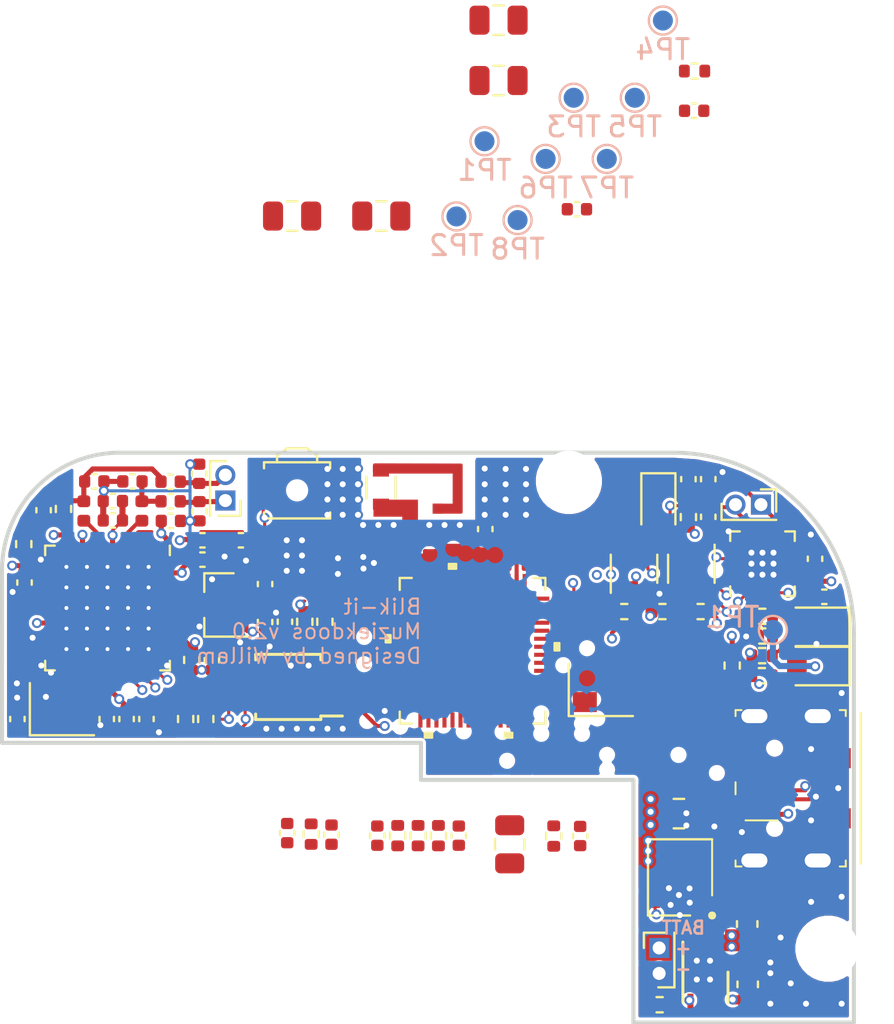
<source format=kicad_pcb>
(kicad_pcb (version 20171130) (host pcbnew "(5.1.9-0-10_14)")

  (general
    (thickness 1.6)
    (drawings 36)
    (tracks 809)
    (zones 0)
    (modules 101)
    (nets 104)
  )

  (page A4)
  (layers
    (0 F.Cu signal)
    (1 In1.Cu signal)
    (2 In2.Cu signal)
    (31 B.Cu signal)
    (32 B.Adhes user hide)
    (33 F.Adhes user hide)
    (34 B.Paste user hide)
    (35 F.Paste user hide)
    (36 B.SilkS user hide)
    (37 F.SilkS user hide)
    (38 B.Mask user hide)
    (39 F.Mask user hide)
    (40 Dwgs.User user hide)
    (41 Cmts.User user hide)
    (42 Eco1.User user hide)
    (43 Eco2.User user hide)
    (44 Edge.Cuts user)
    (45 Margin user hide)
    (46 B.CrtYd user hide)
    (47 F.CrtYd user)
    (48 B.Fab user hide)
    (49 F.Fab user hide)
  )

  (setup
    (last_trace_width 0.1524)
    (user_trace_width 0.1524)
    (user_trace_width 0.2032)
    (user_trace_width 0.254)
    (trace_clearance 0.1524)
    (zone_clearance 0.1524)
    (zone_45_only no)
    (trace_min 0.14986)
    (via_size 0.5)
    (via_drill 0.3)
    (via_min_size 0.4)
    (via_min_drill 0.3)
    (user_via 0.5 0.3)
    (uvia_size 0.3)
    (uvia_drill 0.1)
    (uvias_allowed no)
    (uvia_min_size 0.2)
    (uvia_min_drill 0.1)
    (edge_width 0.05)
    (segment_width 0.2)
    (pcb_text_width 0.3)
    (pcb_text_size 1.5 1.5)
    (mod_edge_width 0.12)
    (mod_text_size 1 1)
    (mod_text_width 0.15)
    (pad_size 1 1)
    (pad_drill 0)
    (pad_to_mask_clearance 0)
    (aux_axis_origin 0 0)
    (visible_elements FFFFF77F)
    (pcbplotparams
      (layerselection 0x010fc_ffffffff)
      (usegerberextensions false)
      (usegerberattributes true)
      (usegerberadvancedattributes true)
      (creategerberjobfile true)
      (excludeedgelayer true)
      (linewidth 0.100000)
      (plotframeref false)
      (viasonmask false)
      (mode 1)
      (useauxorigin false)
      (hpglpennumber 1)
      (hpglpenspeed 20)
      (hpglpendiameter 15.000000)
      (psnegative false)
      (psa4output false)
      (plotreference true)
      (plotvalue false)
      (plotinvisibletext false)
      (padsonsilk false)
      (subtractmaskfromsilk true)
      (outputformat 1)
      (mirror false)
      (drillshape 0)
      (scaleselection 1)
      (outputdirectory "OUTPUT"))
  )

  (net 0 "")
  (net 1 GND)
  (net 2 VBUS)
  (net 3 /CPU/ADC1_IN2)
  (net 4 +BATT)
  (net 5 /Power/PSU_BTN_RAW)
  (net 6 +3V3)
  (net 7 "Net-(C15-Pad1)")
  (net 8 /I2S_DAC_AMP/SPK_OUT-)
  (net 9 /I2S_DAC_AMP/SPKOUT+)
  (net 10 /Power/CHG_STAT_LED)
  (net 11 /Power/CHG_5V_LED)
  (net 12 /Power/PSU_EN)
  (net 13 /CPU/MEAS_EN)
  (net 14 /CPU/BTN_PWR)
  (net 15 /CPU/PW_HOLD)
  (net 16 /Power/PSU_EN_BUF)
  (net 17 /Power/CHG_PROG)
  (net 18 /I2S_DAC_AMP/GAIN)
  (net 19 /I2S_DAC_AMP/I2S_SD_MODE)
  (net 20 /CPU/DAC_BCLK)
  (net 21 /CPU/DAC_LRCK)
  (net 22 /CPU/NFC_SPI_MOSI)
  (net 23 /CPU/NFC_SPI_SCK)
  (net 24 /CPU/NFC_SPI_CS)
  (net 25 /CPU/DAC_DATA)
  (net 26 "Net-(U3-Pad26)")
  (net 27 "Net-(U3-Pad25)")
  (net 28 "Net-(U3-Pad24)")
  (net 29 "Net-(U1-Pad7)")
  (net 30 /CPU/HALL_OUT)
  (net 31 /CPU/VDD_SDIO)
  (net 32 /CPU/ESP_RST)
  (net 33 /CPU/ESP_GPIO0)
  (net 34 /CPU/ESP_GPIO2)
  (net 35 "Net-(U4-Pad39)")
  (net 36 "Net-(U4-Pad6)")
  (net 37 /CPU/WIFI_ANT)
  (net 38 /CPU/ESP_LNA_IN)
  (net 39 /programmer/CP_RST)
  (net 40 /CPU/A2)
  (net 41 /Power/MCP_STAT)
  (net 42 "Net-(U2-Pad2)")
  (net 43 /Power/Lx_L1)
  (net 44 "Net-(U4-Pad33)")
  (net 45 "Net-(U4-Pad32)")
  (net 46 "Net-(U4-Pad31)")
  (net 47 "Net-(U6-Pad7)")
  (net 48 "Net-(U6-Pad6)")
  (net 49 /CPU/ADS_SCL)
  (net 50 /CPU/ADS_SDA)
  (net 51 /CPU/ADS_RDY)
  (net 52 /CPU/NFC_SPI_MISO)
  (net 53 /Power/BATT_MEAS)
  (net 54 "Net-(U3-Pad37)")
  (net 55 "Net-(U3-Pad36)")
  (net 56 "Net-(U3-Pad35)")
  (net 57 "Net-(U3-Pad34)")
  (net 58 "Net-(U3-Pad33)")
  (net 59 "Net-(U3-Pad32)")
  (net 60 "Net-(U3-Pad31)")
  (net 61 "Net-(U3-Pad22)")
  (net 62 "Net-(U3-Pad21)")
  (net 63 "Net-(U3-Pad20)")
  (net 64 "Net-(U3-Pad19)")
  (net 65 "Net-(U3-Pad13)")
  (net 66 "Net-(U3-Pad12)")
  (net 67 "Net-(U3-Pad2)")
  (net 68 /NFC/OSC_in)
  (net 69 /NFC/OSC_OUT)
  (net 70 /NFC/RX)
  (net 71 /NFC/TXL1)
  (net 72 /NFC/TXL2)
  (net 73 /NFC/TXANT1)
  (net 74 /NFC/TXANT2)
  (net 75 /NFC/VMID)
  (net 76 /NFC/TX1)
  (net 77 /NFC/TX2)
  (net 78 /CPU/~NFC_RST)
  (net 79 /CPU/USB_D-)
  (net 80 /CPU/USB_D+)
  (net 81 /CPU/ESP_GPIO46)
  (net 82 /CPU/ESP_MTCK)
  (net 83 /CPU/ESP_MTDO)
  (net 84 /CPU/ESP_MTDI)
  (net 85 /CPU/ESP_MTMS)
  (net 86 /CPU/ESP_TX1)
  (net 87 /CPU/ESP_RX1)
  (net 88 /CPU/ESP_GPIO45)
  (net 89 "Net-(U4-Pad42)")
  (net 90 "Net-(U4-Pad41)")
  (net 91 "Net-(U4-Pad40)")
  (net 92 "Net-(U4-Pad38)")
  (net 93 "Net-(U4-Pad37)")
  (net 94 "Net-(U4-Pad36)")
  (net 95 "Net-(U4-Pad35)")
  (net 96 "Net-(U4-Pad34)")
  (net 97 "Net-(U4-Pad29)")
  (net 98 "Net-(U4-Pad22)")
  (net 99 "Net-(U4-Pad21)")
  (net 100 "Net-(U4-Pad16)")
  (net 101 /CPU/XTAL_P)
  (net 102 /CPU/XTAL_NR)
  (net 103 /CPU/XTAL_N)

  (net_class Default "This is the default net class."
    (clearance 0.1524)
    (trace_width 0.1524)
    (via_dia 0.5)
    (via_drill 0.3)
    (uvia_dia 0.3)
    (uvia_drill 0.1)
    (add_net +3V3)
    (add_net +BATT)
    (add_net /CPU/A2)
    (add_net /CPU/ADC1_IN2)
    (add_net /CPU/ADS_RDY)
    (add_net /CPU/ADS_SCL)
    (add_net /CPU/ADS_SDA)
    (add_net /CPU/BTN_PWR)
    (add_net /CPU/DAC_BCLK)
    (add_net /CPU/DAC_DATA)
    (add_net /CPU/DAC_LRCK)
    (add_net /CPU/ESP_GPIO0)
    (add_net /CPU/ESP_GPIO2)
    (add_net /CPU/ESP_GPIO45)
    (add_net /CPU/ESP_GPIO46)
    (add_net /CPU/ESP_LNA_IN)
    (add_net /CPU/ESP_MTCK)
    (add_net /CPU/ESP_MTDI)
    (add_net /CPU/ESP_MTDO)
    (add_net /CPU/ESP_MTMS)
    (add_net /CPU/ESP_RST)
    (add_net /CPU/ESP_RX1)
    (add_net /CPU/ESP_TX1)
    (add_net /CPU/HALL_OUT)
    (add_net /CPU/MEAS_EN)
    (add_net /CPU/NFC_SPI_CS)
    (add_net /CPU/NFC_SPI_MISO)
    (add_net /CPU/NFC_SPI_MOSI)
    (add_net /CPU/NFC_SPI_SCK)
    (add_net /CPU/PW_HOLD)
    (add_net /CPU/USB_D+)
    (add_net /CPU/USB_D-)
    (add_net /CPU/VDD_SDIO)
    (add_net /CPU/WIFI_ANT)
    (add_net /CPU/XTAL_N)
    (add_net /CPU/XTAL_NR)
    (add_net /CPU/XTAL_P)
    (add_net /CPU/~NFC_RST)
    (add_net /I2S_DAC_AMP/GAIN)
    (add_net /I2S_DAC_AMP/I2S_SD_MODE)
    (add_net /I2S_DAC_AMP/SPKOUT+)
    (add_net /I2S_DAC_AMP/SPK_OUT-)
    (add_net /NFC/OSC_OUT)
    (add_net /NFC/OSC_in)
    (add_net /NFC/RX)
    (add_net /NFC/TX1)
    (add_net /NFC/TX2)
    (add_net /NFC/TXANT1)
    (add_net /NFC/TXANT2)
    (add_net /NFC/TXL1)
    (add_net /NFC/TXL2)
    (add_net /NFC/VMID)
    (add_net /Power/BATT_MEAS)
    (add_net /Power/CHG_5V_LED)
    (add_net /Power/CHG_PROG)
    (add_net /Power/CHG_STAT_LED)
    (add_net /Power/Lx_L1)
    (add_net /Power/MCP_STAT)
    (add_net /Power/PSU_BTN_RAW)
    (add_net /Power/PSU_EN)
    (add_net /Power/PSU_EN_BUF)
    (add_net /programmer/CP_RST)
    (add_net GND)
    (add_net "Net-(C15-Pad1)")
    (add_net "Net-(U1-Pad7)")
    (add_net "Net-(U2-Pad2)")
    (add_net "Net-(U3-Pad12)")
    (add_net "Net-(U3-Pad13)")
    (add_net "Net-(U3-Pad19)")
    (add_net "Net-(U3-Pad2)")
    (add_net "Net-(U3-Pad20)")
    (add_net "Net-(U3-Pad21)")
    (add_net "Net-(U3-Pad22)")
    (add_net "Net-(U3-Pad24)")
    (add_net "Net-(U3-Pad25)")
    (add_net "Net-(U3-Pad26)")
    (add_net "Net-(U3-Pad31)")
    (add_net "Net-(U3-Pad32)")
    (add_net "Net-(U3-Pad33)")
    (add_net "Net-(U3-Pad34)")
    (add_net "Net-(U3-Pad35)")
    (add_net "Net-(U3-Pad36)")
    (add_net "Net-(U3-Pad37)")
    (add_net "Net-(U4-Pad16)")
    (add_net "Net-(U4-Pad21)")
    (add_net "Net-(U4-Pad22)")
    (add_net "Net-(U4-Pad29)")
    (add_net "Net-(U4-Pad31)")
    (add_net "Net-(U4-Pad32)")
    (add_net "Net-(U4-Pad33)")
    (add_net "Net-(U4-Pad34)")
    (add_net "Net-(U4-Pad35)")
    (add_net "Net-(U4-Pad36)")
    (add_net "Net-(U4-Pad37)")
    (add_net "Net-(U4-Pad38)")
    (add_net "Net-(U4-Pad39)")
    (add_net "Net-(U4-Pad40)")
    (add_net "Net-(U4-Pad41)")
    (add_net "Net-(U4-Pad42)")
    (add_net "Net-(U4-Pad6)")
    (add_net "Net-(U6-Pad6)")
    (add_net "Net-(U6-Pad7)")
    (add_net VBUS)
  )

  (module Module:ESP32-S2 locked (layer F.Cu) (tedit 0) (tstamp 61897601)
    (at 64.643 73.8378 270)
    (path /60FFCEAC/618B98EB)
    (fp_text reference U4 (at 0 0 90) (layer F.SilkS) hide
      (effects (font (size 1 1) (thickness 0.15)))
    )
    (fp_text value ESP32-S2 (at 0 0 90) (layer F.SilkS) hide
      (effects (font (size 1 1) (thickness 0.15)))
    )
    (fp_text user %R (at -0.08382 -0.23622) (layer F.Fab)
      (effects (font (size 1 1) (thickness 0.15)))
    )
    (fp_text user 0.158in/4.013mm (at 0 5.0546 90) (layer Dwgs.User) hide
      (effects (font (size 1 1) (thickness 0.15)))
    )
    (fp_text user 0.272in/6.904mm (at 9.039999 0.635 90) (layer Dwgs.User) hide
      (effects (font (size 1 1) (thickness 0.15)))
    )
    (fp_text user 0.272in/6.904mm (at 0 9.039999 90) (layer Dwgs.User) hide
      (effects (font (size 1 1) (thickness 0.15)))
    )
    (fp_text user 0.008in/0.204mm (at -6.5 3.452 90) (layer Dwgs.User) hide
      (effects (font (size 1 1) (thickness 0.15)))
    )
    (fp_text user 0.03in/0.757mm (at -3.452 -6.5 90) (layer Dwgs.User) hide
      (effects (font (size 1 1) (thickness 0.15)))
    )
    (fp_text user 0.016in/0.4mm (at -5.4586 -2.4 90) (layer Dwgs.User) hide
      (effects (font (size 1 1) (thickness 0.15)))
    )
    (fp_text user * (at -3.0734 -2.8 90) (layer F.Fab) hide
      (effects (font (size 1 1) (thickness 0.15)))
    )
    (fp_text user * (at -4.4656 -2.8 90) (layer F.SilkS) hide
      (effects (font (size 1 1) (thickness 0.15)))
    )
    (fp_text user "Copyright 2021 Accelerated Designs. All rights reserved." (at 0 0 90) (layer Cmts.User) hide
      (effects (font (size 0.127 0.127) (thickness 0.002)))
    )
    (fp_line (start -3.5052 -2.2352) (end -2.2352 -3.5052) (layer F.Fab) (width 0.1))
    (fp_line (start 2.473 -3.5052) (end 2.727 -3.5052) (layer F.Fab) (width 0.1))
    (fp_line (start 2.727 -3.5052) (end 2.727 -3.5306) (layer F.Fab) (width 0.1))
    (fp_line (start 2.727 -3.5306) (end 2.473 -3.5306) (layer F.Fab) (width 0.1))
    (fp_line (start 2.473 -3.5306) (end 2.473 -3.5052) (layer F.Fab) (width 0.1))
    (fp_line (start 2.073 -3.5052) (end 2.327 -3.5052) (layer F.Fab) (width 0.1))
    (fp_line (start 2.327 -3.5052) (end 2.327 -3.5306) (layer F.Fab) (width 0.1))
    (fp_line (start 2.327 -3.5306) (end 2.073 -3.5306) (layer F.Fab) (width 0.1))
    (fp_line (start 2.073 -3.5306) (end 2.073 -3.5052) (layer F.Fab) (width 0.1))
    (fp_line (start 1.673 -3.5052) (end 1.927 -3.5052) (layer F.Fab) (width 0.1))
    (fp_line (start 1.927 -3.5052) (end 1.927 -3.5306) (layer F.Fab) (width 0.1))
    (fp_line (start 1.927 -3.5306) (end 1.673 -3.5306) (layer F.Fab) (width 0.1))
    (fp_line (start 1.673 -3.5306) (end 1.673 -3.5052) (layer F.Fab) (width 0.1))
    (fp_line (start 1.273 -3.5052) (end 1.527 -3.5052) (layer F.Fab) (width 0.1))
    (fp_line (start 1.527 -3.5052) (end 1.527 -3.5306) (layer F.Fab) (width 0.1))
    (fp_line (start 1.527 -3.5306) (end 1.273 -3.5306) (layer F.Fab) (width 0.1))
    (fp_line (start 1.273 -3.5306) (end 1.273 -3.5052) (layer F.Fab) (width 0.1))
    (fp_line (start 0.873 -3.5052) (end 1.127 -3.5052) (layer F.Fab) (width 0.1))
    (fp_line (start 1.127 -3.5052) (end 1.127 -3.5306) (layer F.Fab) (width 0.1))
    (fp_line (start 1.127 -3.5306) (end 0.873 -3.5306) (layer F.Fab) (width 0.1))
    (fp_line (start 0.873 -3.5306) (end 0.873 -3.5052) (layer F.Fab) (width 0.1))
    (fp_line (start 0.473 -3.5052) (end 0.727 -3.5052) (layer F.Fab) (width 0.1))
    (fp_line (start 0.727 -3.5052) (end 0.727 -3.5306) (layer F.Fab) (width 0.1))
    (fp_line (start 0.727 -3.5306) (end 0.473 -3.5306) (layer F.Fab) (width 0.1))
    (fp_line (start 0.473 -3.5306) (end 0.473 -3.5052) (layer F.Fab) (width 0.1))
    (fp_line (start 0.073 -3.5052) (end 0.327 -3.5052) (layer F.Fab) (width 0.1))
    (fp_line (start 0.327 -3.5052) (end 0.327 -3.5306) (layer F.Fab) (width 0.1))
    (fp_line (start 0.327 -3.5306) (end 0.073 -3.5306) (layer F.Fab) (width 0.1))
    (fp_line (start 0.073 -3.5306) (end 0.073 -3.5052) (layer F.Fab) (width 0.1))
    (fp_line (start -0.327 -3.5052) (end -0.073 -3.5052) (layer F.Fab) (width 0.1))
    (fp_line (start -0.073 -3.5052) (end -0.073 -3.5306) (layer F.Fab) (width 0.1))
    (fp_line (start -0.073 -3.5306) (end -0.327 -3.5306) (layer F.Fab) (width 0.1))
    (fp_line (start -0.327 -3.5306) (end -0.327 -3.5052) (layer F.Fab) (width 0.1))
    (fp_line (start -0.727 -3.5052) (end -0.473 -3.5052) (layer F.Fab) (width 0.1))
    (fp_line (start -0.473 -3.5052) (end -0.473 -3.5306) (layer F.Fab) (width 0.1))
    (fp_line (start -0.473 -3.5306) (end -0.727 -3.5306) (layer F.Fab) (width 0.1))
    (fp_line (start -0.727 -3.5306) (end -0.727 -3.5052) (layer F.Fab) (width 0.1))
    (fp_line (start -1.127 -3.5052) (end -0.873 -3.5052) (layer F.Fab) (width 0.1))
    (fp_line (start -0.873 -3.5052) (end -0.873 -3.5306) (layer F.Fab) (width 0.1))
    (fp_line (start -0.873 -3.5306) (end -1.127 -3.5306) (layer F.Fab) (width 0.1))
    (fp_line (start -1.127 -3.5306) (end -1.127 -3.5052) (layer F.Fab) (width 0.1))
    (fp_line (start -1.527 -3.5052) (end -1.273 -3.5052) (layer F.Fab) (width 0.1))
    (fp_line (start -1.273 -3.5052) (end -1.273 -3.5306) (layer F.Fab) (width 0.1))
    (fp_line (start -1.273 -3.5306) (end -1.527 -3.5306) (layer F.Fab) (width 0.1))
    (fp_line (start -1.527 -3.5306) (end -1.527 -3.5052) (layer F.Fab) (width 0.1))
    (fp_line (start -1.927 -3.5052) (end -1.673 -3.5052) (layer F.Fab) (width 0.1))
    (fp_line (start -1.673 -3.5052) (end -1.673 -3.5306) (layer F.Fab) (width 0.1))
    (fp_line (start -1.673 -3.5306) (end -1.927 -3.5306) (layer F.Fab) (width 0.1))
    (fp_line (start -1.927 -3.5306) (end -1.927 -3.5052) (layer F.Fab) (width 0.1))
    (fp_line (start -2.327 -3.5052) (end -2.073 -3.5052) (layer F.Fab) (width 0.1))
    (fp_line (start -2.073 -3.5052) (end -2.073 -3.5306) (layer F.Fab) (width 0.1))
    (fp_line (start -2.073 -3.5306) (end -2.327 -3.5306) (layer F.Fab) (width 0.1))
    (fp_line (start -2.327 -3.5306) (end -2.327 -3.5052) (layer F.Fab) (width 0.1))
    (fp_line (start -2.727 -3.5052) (end -2.473 -3.5052) (layer F.Fab) (width 0.1))
    (fp_line (start -2.473 -3.5052) (end -2.473 -3.5306) (layer F.Fab) (width 0.1))
    (fp_line (start -2.473 -3.5306) (end -2.727 -3.5306) (layer F.Fab) (width 0.1))
    (fp_line (start -2.727 -3.5306) (end -2.727 -3.5052) (layer F.Fab) (width 0.1))
    (fp_line (start -3.5052 -2.473) (end -3.5052 -2.727) (layer F.Fab) (width 0.1))
    (fp_line (start -3.5052 -2.727) (end -3.5306 -2.727) (layer F.Fab) (width 0.1))
    (fp_line (start -3.5306 -2.727) (end -3.5306 -2.473) (layer F.Fab) (width 0.1))
    (fp_line (start -3.5306 -2.473) (end -3.5052 -2.473) (layer F.Fab) (width 0.1))
    (fp_line (start -3.5052 -2.073) (end -3.5052 -2.327) (layer F.Fab) (width 0.1))
    (fp_line (start -3.5052 -2.327) (end -3.5306 -2.327) (layer F.Fab) (width 0.1))
    (fp_line (start -3.5306 -2.327) (end -3.5306 -2.073) (layer F.Fab) (width 0.1))
    (fp_line (start -3.5306 -2.073) (end -3.5052 -2.073) (layer F.Fab) (width 0.1))
    (fp_line (start -3.5052 -1.673) (end -3.5052 -1.927) (layer F.Fab) (width 0.1))
    (fp_line (start -3.5052 -1.927) (end -3.5306 -1.927) (layer F.Fab) (width 0.1))
    (fp_line (start -3.5306 -1.927) (end -3.5306 -1.673) (layer F.Fab) (width 0.1))
    (fp_line (start -3.5306 -1.673) (end -3.5052 -1.673) (layer F.Fab) (width 0.1))
    (fp_line (start -3.5052 -1.273) (end -3.5052 -1.527) (layer F.Fab) (width 0.1))
    (fp_line (start -3.5052 -1.527) (end -3.5306 -1.527) (layer F.Fab) (width 0.1))
    (fp_line (start -3.5306 -1.527) (end -3.5306 -1.273) (layer F.Fab) (width 0.1))
    (fp_line (start -3.5306 -1.273) (end -3.5052 -1.273) (layer F.Fab) (width 0.1))
    (fp_line (start -3.5052 -0.873) (end -3.5052 -1.127) (layer F.Fab) (width 0.1))
    (fp_line (start -3.5052 -1.127) (end -3.5306 -1.127) (layer F.Fab) (width 0.1))
    (fp_line (start -3.5306 -1.127) (end -3.5306 -0.873) (layer F.Fab) (width 0.1))
    (fp_line (start -3.5306 -0.873) (end -3.5052 -0.873) (layer F.Fab) (width 0.1))
    (fp_line (start -3.5052 -0.473) (end -3.5052 -0.727) (layer F.Fab) (width 0.1))
    (fp_line (start -3.5052 -0.727) (end -3.5306 -0.727) (layer F.Fab) (width 0.1))
    (fp_line (start -3.5306 -0.727) (end -3.5306 -0.473) (layer F.Fab) (width 0.1))
    (fp_line (start -3.5306 -0.473) (end -3.5052 -0.473) (layer F.Fab) (width 0.1))
    (fp_line (start -3.5052 -0.073) (end -3.5052 -0.327) (layer F.Fab) (width 0.1))
    (fp_line (start -3.5052 -0.327) (end -3.5306 -0.327) (layer F.Fab) (width 0.1))
    (fp_line (start -3.5306 -0.327) (end -3.5306 -0.073) (layer F.Fab) (width 0.1))
    (fp_line (start -3.5306 -0.073) (end -3.5052 -0.073) (layer F.Fab) (width 0.1))
    (fp_line (start -3.5052 0.327) (end -3.5052 0.073) (layer F.Fab) (width 0.1))
    (fp_line (start -3.5052 0.073) (end -3.5306 0.073) (layer F.Fab) (width 0.1))
    (fp_line (start -3.5306 0.073) (end -3.5306 0.327) (layer F.Fab) (width 0.1))
    (fp_line (start -3.5306 0.327) (end -3.5052 0.327) (layer F.Fab) (width 0.1))
    (fp_line (start -3.5052 0.727) (end -3.5052 0.473) (layer F.Fab) (width 0.1))
    (fp_line (start -3.5052 0.473) (end -3.5306 0.473) (layer F.Fab) (width 0.1))
    (fp_line (start -3.5306 0.473) (end -3.5306 0.727) (layer F.Fab) (width 0.1))
    (fp_line (start -3.5306 0.727) (end -3.5052 0.727) (layer F.Fab) (width 0.1))
    (fp_line (start -3.5052 1.127) (end -3.5052 0.873) (layer F.Fab) (width 0.1))
    (fp_line (start -3.5052 0.873) (end -3.5306 0.873) (layer F.Fab) (width 0.1))
    (fp_line (start -3.5306 0.873) (end -3.5306 1.127) (layer F.Fab) (width 0.1))
    (fp_line (start -3.5306 1.127) (end -3.5052 1.127) (layer F.Fab) (width 0.1))
    (fp_line (start -3.5052 1.527) (end -3.5052 1.273) (layer F.Fab) (width 0.1))
    (fp_line (start -3.5052 1.273) (end -3.5306 1.273) (layer F.Fab) (width 0.1))
    (fp_line (start -3.5306 1.273) (end -3.5306 1.527) (layer F.Fab) (width 0.1))
    (fp_line (start -3.5306 1.527) (end -3.5052 1.527) (layer F.Fab) (width 0.1))
    (fp_line (start -3.5052 1.927) (end -3.5052 1.673) (layer F.Fab) (width 0.1))
    (fp_line (start -3.5052 1.673) (end -3.5306 1.673) (layer F.Fab) (width 0.1))
    (fp_line (start -3.5306 1.673) (end -3.5306 1.927) (layer F.Fab) (width 0.1))
    (fp_line (start -3.5306 1.927) (end -3.5052 1.927) (layer F.Fab) (width 0.1))
    (fp_line (start -3.5052 2.327) (end -3.5052 2.073) (layer F.Fab) (width 0.1))
    (fp_line (start -3.5052 2.073) (end -3.5306 2.073) (layer F.Fab) (width 0.1))
    (fp_line (start -3.5306 2.073) (end -3.5306 2.327) (layer F.Fab) (width 0.1))
    (fp_line (start -3.5306 2.327) (end -3.5052 2.327) (layer F.Fab) (width 0.1))
    (fp_line (start -3.5052 2.727) (end -3.5052 2.473) (layer F.Fab) (width 0.1))
    (fp_line (start -3.5052 2.473) (end -3.5306 2.473) (layer F.Fab) (width 0.1))
    (fp_line (start -3.5306 2.473) (end -3.5306 2.727) (layer F.Fab) (width 0.1))
    (fp_line (start -3.5306 2.727) (end -3.5052 2.727) (layer F.Fab) (width 0.1))
    (fp_line (start -2.473 3.5052) (end -2.727 3.5052) (layer F.Fab) (width 0.1))
    (fp_line (start -2.727 3.5052) (end -2.727 3.5306) (layer F.Fab) (width 0.1))
    (fp_line (start -2.727 3.5306) (end -2.473 3.5306) (layer F.Fab) (width 0.1))
    (fp_line (start -2.473 3.5306) (end -2.473 3.5052) (layer F.Fab) (width 0.1))
    (fp_line (start -2.073 3.5052) (end -2.327 3.5052) (layer F.Fab) (width 0.1))
    (fp_line (start -2.327 3.5052) (end -2.327 3.5306) (layer F.Fab) (width 0.1))
    (fp_line (start -2.327 3.5306) (end -2.073 3.5306) (layer F.Fab) (width 0.1))
    (fp_line (start -2.073 3.5306) (end -2.073 3.5052) (layer F.Fab) (width 0.1))
    (fp_line (start -1.673 3.5052) (end -1.927 3.5052) (layer F.Fab) (width 0.1))
    (fp_line (start -1.927 3.5052) (end -1.927 3.5306) (layer F.Fab) (width 0.1))
    (fp_line (start -1.927 3.5306) (end -1.673 3.5306) (layer F.Fab) (width 0.1))
    (fp_line (start -1.673 3.5306) (end -1.673 3.5052) (layer F.Fab) (width 0.1))
    (fp_line (start -1.273 3.5052) (end -1.527 3.5052) (layer F.Fab) (width 0.1))
    (fp_line (start -1.527 3.5052) (end -1.527 3.5306) (layer F.Fab) (width 0.1))
    (fp_line (start -1.527 3.5306) (end -1.273 3.5306) (layer F.Fab) (width 0.1))
    (fp_line (start -1.273 3.5306) (end -1.273 3.5052) (layer F.Fab) (width 0.1))
    (fp_line (start -0.873 3.5052) (end -1.127 3.5052) (layer F.Fab) (width 0.1))
    (fp_line (start -1.127 3.5052) (end -1.127 3.5306) (layer F.Fab) (width 0.1))
    (fp_line (start -1.127 3.5306) (end -0.873 3.5306) (layer F.Fab) (width 0.1))
    (fp_line (start -0.873 3.5306) (end -0.873 3.5052) (layer F.Fab) (width 0.1))
    (fp_line (start -0.473 3.5052) (end -0.727 3.5052) (layer F.Fab) (width 0.1))
    (fp_line (start -0.727 3.5052) (end -0.727 3.5306) (layer F.Fab) (width 0.1))
    (fp_line (start -0.727 3.5306) (end -0.473 3.5306) (layer F.Fab) (width 0.1))
    (fp_line (start -0.473 3.5306) (end -0.473 3.5052) (layer F.Fab) (width 0.1))
    (fp_line (start -0.073 3.5052) (end -0.327 3.5052) (layer F.Fab) (width 0.1))
    (fp_line (start -0.327 3.5052) (end -0.327 3.5306) (layer F.Fab) (width 0.1))
    (fp_line (start -0.327 3.5306) (end -0.073 3.5306) (layer F.Fab) (width 0.1))
    (fp_line (start -0.073 3.5306) (end -0.073 3.5052) (layer F.Fab) (width 0.1))
    (fp_line (start 0.327 3.5052) (end 0.073 3.5052) (layer F.Fab) (width 0.1))
    (fp_line (start 0.073 3.5052) (end 0.073 3.5306) (layer F.Fab) (width 0.1))
    (fp_line (start 0.073 3.5306) (end 0.327 3.5306) (layer F.Fab) (width 0.1))
    (fp_line (start 0.327 3.5306) (end 0.327 3.5052) (layer F.Fab) (width 0.1))
    (fp_line (start 0.727 3.5052) (end 0.473 3.5052) (layer F.Fab) (width 0.1))
    (fp_line (start 0.473 3.5052) (end 0.473 3.5306) (layer F.Fab) (width 0.1))
    (fp_line (start 0.473 3.5306) (end 0.727 3.5306) (layer F.Fab) (width 0.1))
    (fp_line (start 0.727 3.5306) (end 0.727 3.5052) (layer F.Fab) (width 0.1))
    (fp_line (start 1.127 3.5052) (end 0.873 3.5052) (layer F.Fab) (width 0.1))
    (fp_line (start 0.873 3.5052) (end 0.873 3.5306) (layer F.Fab) (width 0.1))
    (fp_line (start 0.873 3.5306) (end 1.127 3.5306) (layer F.Fab) (width 0.1))
    (fp_line (start 1.127 3.5306) (end 1.127 3.5052) (layer F.Fab) (width 0.1))
    (fp_line (start 1.527 3.5052) (end 1.273 3.5052) (layer F.Fab) (width 0.1))
    (fp_line (start 1.273 3.5052) (end 1.273 3.5306) (layer F.Fab) (width 0.1))
    (fp_line (start 1.273 3.5306) (end 1.527 3.5306) (layer F.Fab) (width 0.1))
    (fp_line (start 1.527 3.5306) (end 1.527 3.5052) (layer F.Fab) (width 0.1))
    (fp_line (start 1.927 3.5052) (end 1.673 3.5052) (layer F.Fab) (width 0.1))
    (fp_line (start 1.673 3.5052) (end 1.673 3.5306) (layer F.Fab) (width 0.1))
    (fp_line (start 1.673 3.5306) (end 1.927 3.5306) (layer F.Fab) (width 0.1))
    (fp_line (start 1.927 3.5306) (end 1.927 3.5052) (layer F.Fab) (width 0.1))
    (fp_line (start 2.327 3.5052) (end 2.073 3.5052) (layer F.Fab) (width 0.1))
    (fp_line (start 2.073 3.5052) (end 2.073 3.5306) (layer F.Fab) (width 0.1))
    (fp_line (start 2.073 3.5306) (end 2.327 3.5306) (layer F.Fab) (width 0.1))
    (fp_line (start 2.327 3.5306) (end 2.327 3.5052) (layer F.Fab) (width 0.1))
    (fp_line (start 2.727 3.5052) (end 2.473 3.5052) (layer F.Fab) (width 0.1))
    (fp_line (start 2.473 3.5052) (end 2.473 3.5306) (layer F.Fab) (width 0.1))
    (fp_line (start 2.473 3.5306) (end 2.727 3.5306) (layer F.Fab) (width 0.1))
    (fp_line (start 2.727 3.5306) (end 2.727 3.5052) (layer F.Fab) (width 0.1))
    (fp_line (start 3.5052 2.473) (end 3.5052 2.727) (layer F.Fab) (width 0.1))
    (fp_line (start 3.5052 2.727) (end 3.5306 2.727) (layer F.Fab) (width 0.1))
    (fp_line (start 3.5306 2.727) (end 3.5306 2.473) (layer F.Fab) (width 0.1))
    (fp_line (start 3.5306 2.473) (end 3.5052 2.473) (layer F.Fab) (width 0.1))
    (fp_line (start 3.5052 2.073) (end 3.5052 2.327) (layer F.Fab) (width 0.1))
    (fp_line (start 3.5052 2.327) (end 3.5306 2.327) (layer F.Fab) (width 0.1))
    (fp_line (start 3.5306 2.327) (end 3.5306 2.073) (layer F.Fab) (width 0.1))
    (fp_line (start 3.5306 2.073) (end 3.5052 2.073) (layer F.Fab) (width 0.1))
    (fp_line (start 3.5052 1.673) (end 3.5052 1.927) (layer F.Fab) (width 0.1))
    (fp_line (start 3.5052 1.927) (end 3.5306 1.927) (layer F.Fab) (width 0.1))
    (fp_line (start 3.5306 1.927) (end 3.5306 1.673) (layer F.Fab) (width 0.1))
    (fp_line (start 3.5306 1.673) (end 3.5052 1.673) (layer F.Fab) (width 0.1))
    (fp_line (start 3.5052 1.273) (end 3.5052 1.527) (layer F.Fab) (width 0.1))
    (fp_line (start 3.5052 1.527) (end 3.5306 1.527) (layer F.Fab) (width 0.1))
    (fp_line (start 3.5306 1.527) (end 3.5306 1.273) (layer F.Fab) (width 0.1))
    (fp_line (start 3.5306 1.273) (end 3.5052 1.273) (layer F.Fab) (width 0.1))
    (fp_line (start 3.5052 0.873) (end 3.5052 1.127) (layer F.Fab) (width 0.1))
    (fp_line (start 3.5052 1.127) (end 3.5306 1.127) (layer F.Fab) (width 0.1))
    (fp_line (start 3.5306 1.127) (end 3.5306 0.873) (layer F.Fab) (width 0.1))
    (fp_line (start 3.5306 0.873) (end 3.5052 0.873) (layer F.Fab) (width 0.1))
    (fp_line (start 3.5052 0.473) (end 3.5052 0.727) (layer F.Fab) (width 0.1))
    (fp_line (start 3.5052 0.727) (end 3.5306 0.727) (layer F.Fab) (width 0.1))
    (fp_line (start 3.5306 0.727) (end 3.5306 0.473) (layer F.Fab) (width 0.1))
    (fp_line (start 3.5306 0.473) (end 3.5052 0.473) (layer F.Fab) (width 0.1))
    (fp_line (start 3.5052 0.073) (end 3.5052 0.327) (layer F.Fab) (width 0.1))
    (fp_line (start 3.5052 0.327) (end 3.5306 0.327) (layer F.Fab) (width 0.1))
    (fp_line (start 3.5306 0.327) (end 3.5306 0.073) (layer F.Fab) (width 0.1))
    (fp_line (start 3.5306 0.073) (end 3.5052 0.073) (layer F.Fab) (width 0.1))
    (fp_line (start 3.5052 -0.327) (end 3.5052 -0.073) (layer F.Fab) (width 0.1))
    (fp_line (start 3.5052 -0.073) (end 3.5306 -0.073) (layer F.Fab) (width 0.1))
    (fp_line (start 3.5306 -0.073) (end 3.5306 -0.327) (layer F.Fab) (width 0.1))
    (fp_line (start 3.5306 -0.327) (end 3.5052 -0.327) (layer F.Fab) (width 0.1))
    (fp_line (start 3.5052 -0.727) (end 3.5052 -0.473) (layer F.Fab) (width 0.1))
    (fp_line (start 3.5052 -0.473) (end 3.5306 -0.473) (layer F.Fab) (width 0.1))
    (fp_line (start 3.5306 -0.473) (end 3.5306 -0.727) (layer F.Fab) (width 0.1))
    (fp_line (start 3.5306 -0.727) (end 3.5052 -0.727) (layer F.Fab) (width 0.1))
    (fp_line (start 3.5052 -1.127) (end 3.5052 -0.873) (layer F.Fab) (width 0.1))
    (fp_line (start 3.5052 -0.873) (end 3.5306 -0.873) (layer F.Fab) (width 0.1))
    (fp_line (start 3.5306 -0.873) (end 3.5306 -1.127) (layer F.Fab) (width 0.1))
    (fp_line (start 3.5306 -1.127) (end 3.5052 -1.127) (layer F.Fab) (width 0.1))
    (fp_line (start 3.5052 -1.527) (end 3.5052 -1.273) (layer F.Fab) (width 0.1))
    (fp_line (start 3.5052 -1.273) (end 3.5306 -1.273) (layer F.Fab) (width 0.1))
    (fp_line (start 3.5306 -1.273) (end 3.5306 -1.527) (layer F.Fab) (width 0.1))
    (fp_line (start 3.5306 -1.527) (end 3.5052 -1.527) (layer F.Fab) (width 0.1))
    (fp_line (start 3.5052 -1.927) (end 3.5052 -1.673) (layer F.Fab) (width 0.1))
    (fp_line (start 3.5052 -1.673) (end 3.5306 -1.673) (layer F.Fab) (width 0.1))
    (fp_line (start 3.5306 -1.673) (end 3.5306 -1.927) (layer F.Fab) (width 0.1))
    (fp_line (start 3.5306 -1.927) (end 3.5052 -1.927) (layer F.Fab) (width 0.1))
    (fp_line (start 3.5052 -2.327) (end 3.5052 -2.073) (layer F.Fab) (width 0.1))
    (fp_line (start 3.5052 -2.073) (end 3.5306 -2.073) (layer F.Fab) (width 0.1))
    (fp_line (start 3.5306 -2.073) (end 3.5306 -2.327) (layer F.Fab) (width 0.1))
    (fp_line (start 3.5306 -2.327) (end 3.5052 -2.327) (layer F.Fab) (width 0.1))
    (fp_line (start 3.5052 -2.727) (end 3.5052 -2.473) (layer F.Fab) (width 0.1))
    (fp_line (start 3.5052 -2.473) (end 3.5306 -2.473) (layer F.Fab) (width 0.1))
    (fp_line (start 3.5306 -2.473) (end 3.5306 -2.727) (layer F.Fab) (width 0.1))
    (fp_line (start 3.5306 -2.727) (end 3.5052 -2.727) (layer F.Fab) (width 0.1))
    (fp_line (start -3.6322 3.6322) (end -3.03474 3.6322) (layer F.SilkS) (width 0.12))
    (fp_line (start 3.6322 3.6322) (end 3.6322 3.03474) (layer F.SilkS) (width 0.12))
    (fp_line (start 3.6322 -3.6322) (end 3.03474 -3.6322) (layer F.SilkS) (width 0.12))
    (fp_line (start -3.6322 -3.6322) (end -3.6322 -3.03474) (layer F.SilkS) (width 0.12))
    (fp_line (start -3.6322 3.03474) (end -3.6322 3.6322) (layer F.SilkS) (width 0.12))
    (fp_line (start -3.5052 3.5052) (end 3.5052 3.5052) (layer F.Fab) (width 0.1))
    (fp_line (start 3.5052 3.5052) (end 3.5052 3.5052) (layer F.Fab) (width 0.1))
    (fp_line (start 3.5052 3.5052) (end 3.5052 -3.5052) (layer F.Fab) (width 0.1))
    (fp_line (start 3.5052 -3.5052) (end 3.5052 -3.5052) (layer F.Fab) (width 0.1))
    (fp_line (start 3.5052 -3.5052) (end -3.5052 -3.5052) (layer F.Fab) (width 0.1))
    (fp_line (start -3.5052 -3.5052) (end -3.5052 -3.5052) (layer F.Fab) (width 0.1))
    (fp_line (start -3.5052 -3.5052) (end -3.5052 3.5052) (layer F.Fab) (width 0.1))
    (fp_line (start -3.5052 3.5052) (end -3.5052 3.5052) (layer F.Fab) (width 0.1))
    (fp_line (start 3.03474 3.6322) (end 3.6322 3.6322) (layer F.SilkS) (width 0.12))
    (fp_line (start 3.6322 -3.03474) (end 3.6322 -3.6322) (layer F.SilkS) (width 0.12))
    (fp_line (start -3.03474 -3.6322) (end -3.6322 -3.6322) (layer F.SilkS) (width 0.12))
    (fp_poly (pts (xy -4.338599 0.809501) (xy -4.338599 1.190501) (xy -4.084599 1.190501) (xy -4.084599 0.809501)) (layer F.SilkS) (width 0.1))
    (fp_poly (pts (xy -0.790499 4.084599) (xy -0.790499 4.338599) (xy -0.409499 4.338599) (xy -0.409499 4.084599)) (layer F.SilkS) (width 0.1))
    (fp_poly (pts (xy 4.338599 2.009501) (xy 4.338599 2.390501) (xy 4.084599 2.390501) (xy 4.084599 2.009501)) (layer F.SilkS) (width 0.1))
    (fp_poly (pts (xy 4.338599 -1.990499) (xy 4.338599 -1.609499) (xy 4.084599 -1.609499) (xy 4.084599 -1.990499)) (layer F.SilkS) (width 0.1))
    (fp_poly (pts (xy -0.3905 -4.084599) (xy -0.3905 -4.338599) (xy -0.0095 -4.338599) (xy -0.0095 -4.084599)) (layer F.SilkS) (width 0.1))
    (fp_poly (pts (xy -1.9066 -1.9066) (xy -1.9066 -0.768866) (xy -0.768866 -0.768866) (xy -0.768866 -1.9066)) (layer F.Paste) (width 0.1))
    (fp_poly (pts (xy -1.9066 -0.568867) (xy -1.9066 0.568867) (xy -0.768866 0.568867) (xy -0.768866 -0.568867)) (layer F.Paste) (width 0.1))
    (fp_poly (pts (xy -1.9066 0.768866) (xy -1.9066 1.9066) (xy -0.768866 1.9066) (xy -0.768866 0.768866)) (layer F.Paste) (width 0.1))
    (fp_poly (pts (xy -0.568867 -1.9066) (xy -0.568867 -0.768866) (xy 0.568867 -0.768866) (xy 0.568867 -1.9066)) (layer F.Paste) (width 0.1))
    (fp_poly (pts (xy -0.568867 -0.568867) (xy -0.568867 0.568867) (xy 0.568867 0.568867) (xy 0.568867 -0.568867)) (layer F.Paste) (width 0.1))
    (fp_poly (pts (xy -0.568867 0.768866) (xy -0.568867 1.9066) (xy 0.568867 1.9066) (xy 0.568867 0.768866)) (layer F.Paste) (width 0.1))
    (fp_poly (pts (xy 0.768866 -1.9066) (xy 0.768866 -0.768866) (xy 1.9066 -0.768866) (xy 1.9066 -1.9066)) (layer F.Paste) (width 0.1))
    (fp_poly (pts (xy 0.768866 -0.568867) (xy 0.768866 0.568867) (xy 1.9066 0.568867) (xy 1.9066 -0.568867)) (layer F.Paste) (width 0.1))
    (fp_poly (pts (xy 0.768866 0.768866) (xy 0.768866 1.9066) (xy 1.9066 1.9066) (xy 1.9066 0.768866)) (layer F.Paste) (width 0.1))
    (fp_line (start -3.7592 3.7592) (end -3.7592 2.956) (layer F.CrtYd) (width 0.05))
    (fp_line (start -3.7592 2.956) (end -4.0846 2.956) (layer F.CrtYd) (width 0.05))
    (fp_line (start -4.0846 2.956) (end -4.0846 -2.956) (layer F.CrtYd) (width 0.05))
    (fp_line (start -4.0846 -2.956) (end -3.7592 -2.956) (layer F.CrtYd) (width 0.05))
    (fp_line (start -3.7592 -2.956) (end -3.7592 -3.7592) (layer F.CrtYd) (width 0.05))
    (fp_line (start -3.7592 -3.7592) (end -2.956 -3.7592) (layer F.CrtYd) (width 0.05))
    (fp_line (start -2.956 -3.7592) (end -2.956 -4.0846) (layer F.CrtYd) (width 0.05))
    (fp_line (start -2.956 -4.0846) (end 2.956 -4.0846) (layer F.CrtYd) (width 0.05))
    (fp_line (start 2.956 -4.0846) (end 2.956 -3.7592) (layer F.CrtYd) (width 0.05))
    (fp_line (start 2.956 -3.7592) (end 3.7592 -3.7592) (layer F.CrtYd) (width 0.05))
    (fp_line (start 3.7592 -3.7592) (end 3.7592 -2.956) (layer F.CrtYd) (width 0.05))
    (fp_line (start 3.7592 -2.956) (end 4.0846 -2.956) (layer F.CrtYd) (width 0.05))
    (fp_line (start 4.0846 -2.956) (end 4.0846 2.956) (layer F.CrtYd) (width 0.05))
    (fp_line (start 4.0846 2.956) (end 3.7592 2.956) (layer F.CrtYd) (width 0.05))
    (fp_line (start 3.7592 2.956) (end 3.7592 3.7592) (layer F.CrtYd) (width 0.05))
    (fp_line (start 3.7592 3.7592) (end 2.956 3.7592) (layer F.CrtYd) (width 0.05))
    (fp_line (start 2.956 3.7592) (end 2.956 4.0846) (layer F.CrtYd) (width 0.05))
    (fp_line (start 2.956 4.0846) (end -2.956 4.0846) (layer F.CrtYd) (width 0.05))
    (fp_line (start -2.956 4.0846) (end -2.956 3.7592) (layer F.CrtYd) (width 0.05))
    (fp_line (start -2.956 3.7592) (end -3.7592 3.7592) (layer F.CrtYd) (width 0.05))
    (fp_circle (center -4.8109 -2.6) (end -4.7347 -2.6) (layer F.CrtYd) (width 0.05))
    (pad 57 smd rect (at 0 0 270) (size 4.0132 4.0132) (layers F.Cu F.Mask)
      (net 1 GND))
    (pad 56 smd rect (at -2.6 -3.452 270) (size 0.204 0.757199) (layers F.Cu F.Paste F.Mask)
      (net 32 /CPU/ESP_RST))
    (pad 55 smd rect (at -2.200001 -3.452 270) (size 0.204 0.757199) (layers F.Cu F.Paste F.Mask)
      (net 81 /CPU/ESP_GPIO46))
    (pad 54 smd rect (at -1.799999 -3.452 270) (size 0.204 0.757199) (layers F.Cu F.Paste F.Mask)
      (net 6 +3V3))
    (pad 53 smd rect (at -1.4 -3.452 270) (size 0.204 0.757199) (layers F.Cu F.Paste F.Mask)
      (net 101 /CPU/XTAL_P))
    (pad 52 smd rect (at -1.000001 -3.452 270) (size 0.204 0.757199) (layers F.Cu F.Paste F.Mask)
      (net 103 /CPU/XTAL_N))
    (pad 51 smd rect (at -0.599999 -3.452 270) (size 0.204 0.757199) (layers F.Cu F.Paste F.Mask)
      (net 6 +3V3))
    (pad 50 smd rect (at -0.2 -3.452 270) (size 0.204 0.757199) (layers F.Cu F.Paste F.Mask)
      (net 88 /CPU/ESP_GPIO45))
    (pad 49 smd rect (at 0.2 -3.452 270) (size 0.204 0.757199) (layers F.Cu F.Paste F.Mask)
      (net 87 /CPU/ESP_RX1))
    (pad 48 smd rect (at 0.599999 -3.452 270) (size 0.204 0.757199) (layers F.Cu F.Paste F.Mask)
      (net 86 /CPU/ESP_TX1))
    (pad 47 smd rect (at 1.000001 -3.452 270) (size 0.204 0.757199) (layers F.Cu F.Paste F.Mask)
      (net 85 /CPU/ESP_MTMS))
    (pad 46 smd rect (at 1.4 -3.452 270) (size 0.204 0.757199) (layers F.Cu F.Paste F.Mask)
      (net 84 /CPU/ESP_MTDI))
    (pad 45 smd rect (at 1.799999 -3.452 270) (size 0.204 0.757199) (layers F.Cu F.Paste F.Mask)
      (net 6 +3V3))
    (pad 44 smd rect (at 2.200001 -3.452 270) (size 0.204 0.757199) (layers F.Cu F.Paste F.Mask)
      (net 83 /CPU/ESP_MTDO))
    (pad 43 smd rect (at 2.6 -3.452 270) (size 0.204 0.757199) (layers F.Cu F.Paste F.Mask)
      (net 82 /CPU/ESP_MTCK))
    (pad 42 smd rect (at 3.452 -2.6) (size 0.204 0.757199) (layers F.Cu F.Paste F.Mask)
      (net 89 "Net-(U4-Pad42)"))
    (pad 41 smd rect (at 3.452 -2.200001) (size 0.204 0.757199) (layers F.Cu F.Paste F.Mask)
      (net 90 "Net-(U4-Pad41)"))
    (pad 40 smd rect (at 3.452 -1.799999) (size 0.204 0.757199) (layers F.Cu F.Paste F.Mask)
      (net 91 "Net-(U4-Pad40)"))
    (pad 39 smd rect (at 3.452 -1.4) (size 0.204 0.757199) (layers F.Cu F.Paste F.Mask)
      (net 35 "Net-(U4-Pad39)"))
    (pad 38 smd rect (at 3.452 -1.000001) (size 0.204 0.757199) (layers F.Cu F.Paste F.Mask)
      (net 92 "Net-(U4-Pad38)"))
    (pad 37 smd rect (at 3.452 -0.599999) (size 0.204 0.757199) (layers F.Cu F.Paste F.Mask)
      (net 93 "Net-(U4-Pad37)"))
    (pad 36 smd rect (at 3.452 -0.2) (size 0.204 0.757199) (layers F.Cu F.Paste F.Mask)
      (net 94 "Net-(U4-Pad36)"))
    (pad 35 smd rect (at 3.452 0.2) (size 0.204 0.757199) (layers F.Cu F.Paste F.Mask)
      (net 95 "Net-(U4-Pad35)"))
    (pad 34 smd rect (at 3.452 0.599999) (size 0.204 0.757199) (layers F.Cu F.Paste F.Mask)
      (net 96 "Net-(U4-Pad34)"))
    (pad 33 smd rect (at 3.452 1.000001) (size 0.204 0.757199) (layers F.Cu F.Paste F.Mask)
      (net 44 "Net-(U4-Pad33)"))
    (pad 32 smd rect (at 3.452 1.4) (size 0.204 0.757199) (layers F.Cu F.Paste F.Mask)
      (net 45 "Net-(U4-Pad32)"))
    (pad 31 smd rect (at 3.452 1.799999) (size 0.204 0.757199) (layers F.Cu F.Paste F.Mask)
      (net 46 "Net-(U4-Pad31)"))
    (pad 30 smd rect (at 3.452 2.200001) (size 0.204 0.757199) (layers F.Cu F.Paste F.Mask)
      (net 31 /CPU/VDD_SDIO))
    (pad 29 smd rect (at 3.452 2.6) (size 0.204 0.757199) (layers F.Cu F.Paste F.Mask)
      (net 97 "Net-(U4-Pad29)"))
    (pad 28 smd rect (at 2.6 3.452 270) (size 0.204 0.757199) (layers F.Cu F.Paste F.Mask)
      (net 21 /CPU/DAC_LRCK))
    (pad 27 smd rect (at 2.200001 3.452 270) (size 0.204 0.757199) (layers F.Cu F.Paste F.Mask)
      (net 6 +3V3))
    (pad 26 smd rect (at 1.799999 3.452 270) (size 0.204 0.757199) (layers F.Cu F.Paste F.Mask)
      (net 80 /CPU/USB_D+))
    (pad 25 smd rect (at 1.4 3.452 270) (size 0.204 0.757199) (layers F.Cu F.Paste F.Mask)
      (net 79 /CPU/USB_D-))
    (pad 24 smd rect (at 1.000001 3.452 270) (size 0.204 0.757199) (layers F.Cu F.Paste F.Mask)
      (net 20 /CPU/DAC_BCLK))
    (pad 23 smd rect (at 0.599999 3.452 270) (size 0.204 0.757199) (layers F.Cu F.Paste F.Mask)
      (net 25 /CPU/DAC_DATA))
    (pad 22 smd rect (at 0.2 3.452 270) (size 0.204 0.757199) (layers F.Cu F.Paste F.Mask)
      (net 98 "Net-(U4-Pad22)"))
    (pad 21 smd rect (at -0.2 3.452 270) (size 0.204 0.757199) (layers F.Cu F.Paste F.Mask)
      (net 99 "Net-(U4-Pad21)"))
    (pad 20 smd rect (at -0.599999 3.452 270) (size 0.204 0.757199) (layers F.Cu F.Paste F.Mask)
      (net 6 +3V3))
    (pad 19 smd rect (at -1.000001 3.452 270) (size 0.204 0.757199) (layers F.Cu F.Paste F.Mask)
      (net 23 /CPU/NFC_SPI_SCK))
    (pad 18 smd rect (at -1.4 3.452 270) (size 0.204 0.757199) (layers F.Cu F.Paste F.Mask)
      (net 78 /CPU/~NFC_RST))
    (pad 17 smd rect (at -1.799999 3.452 270) (size 0.204 0.757199) (layers F.Cu F.Paste F.Mask)
      (net 19 /I2S_DAC_AMP/I2S_SD_MODE))
    (pad 16 smd rect (at -2.200001 3.452 270) (size 0.204 0.757199) (layers F.Cu F.Paste F.Mask)
      (net 100 "Net-(U4-Pad16)"))
    (pad 15 smd rect (at -2.6 3.452 270) (size 0.204 0.757199) (layers F.Cu F.Paste F.Mask)
      (net 13 /CPU/MEAS_EN))
    (pad 14 smd rect (at -3.452 2.6) (size 0.204 0.757199) (layers F.Cu F.Paste F.Mask)
      (net 15 /CPU/PW_HOLD))
    (pad 13 smd rect (at -3.452 2.200001) (size 0.204 0.757199) (layers F.Cu F.Paste F.Mask)
      (net 52 /CPU/NFC_SPI_MISO))
    (pad 12 smd rect (at -3.452 1.799999) (size 0.204 0.757199) (layers F.Cu F.Paste F.Mask)
      (net 22 /CPU/NFC_SPI_MOSI))
    (pad 11 smd rect (at -3.452 1.4) (size 0.204 0.757199) (layers F.Cu F.Paste F.Mask)
      (net 24 /CPU/NFC_SPI_CS))
    (pad 10 smd rect (at -3.452 1.000001) (size 0.204 0.757199) (layers F.Cu F.Paste F.Mask)
      (net 14 /CPU/BTN_PWR))
    (pad 9 smd rect (at -3.452 0.599999) (size 0.204 0.757199) (layers F.Cu F.Paste F.Mask)
      (net 50 /CPU/ADS_SDA))
    (pad 8 smd rect (at -3.452 0.2) (size 0.204 0.757199) (layers F.Cu F.Paste F.Mask)
      (net 49 /CPU/ADS_SCL))
    (pad 7 smd rect (at -3.452 -0.2) (size 0.204 0.757199) (layers F.Cu F.Paste F.Mask)
      (net 34 /CPU/ESP_GPIO2))
    (pad 6 smd rect (at -3.452 -0.599999) (size 0.204 0.757199) (layers F.Cu F.Paste F.Mask)
      (net 36 "Net-(U4-Pad6)"))
    (pad 5 smd rect (at -3.452 -1.000001) (size 0.204 0.757199) (layers F.Cu F.Paste F.Mask)
      (net 33 /CPU/ESP_GPIO0))
    (pad 4 smd rect (at -3.452 -1.4) (size 0.204 0.757199) (layers F.Cu F.Paste F.Mask)
      (net 6 +3V3))
    (pad 3 smd rect (at -3.452 -1.799999) (size 0.204 0.757199) (layers F.Cu F.Paste F.Mask)
      (net 6 +3V3))
    (pad 2 smd rect (at -3.452 -2.200001) (size 0.204 0.757199) (layers F.Cu F.Paste F.Mask)
      (net 38 /CPU/ESP_LNA_IN))
    (pad 1 smd rect (at -3.452 -2.6) (size 0.204 0.757199) (layers F.Cu F.Paste F.Mask)
      (net 6 +3V3))
  )

  (module Crystal:Crystal_SMD_EuroQuartz_X22-4Pin_2.5x2.0mm (layer F.Cu) (tedit 5A0FD1B2) (tstamp 61897711)
    (at 71.0438 75.7936)
    (descr "SMD Crystal EuroQuartz X22 series http://cdn-reichelt.de/documents/datenblatt/B400/DS_X22.pdf, 2.5x2.0mm^2 package")
    (tags "SMD SMT crystal")
    (path /60FFCEAC/61A5C2D6)
    (attr smd)
    (fp_text reference Y2 (at 0 -2.2) (layer F.SilkS) hide
      (effects (font (size 1 1) (thickness 0.15)))
    )
    (fp_text value 40Mhz_10ppm (at 0 2.2) (layer F.Fab) hide
      (effects (font (size 1 1) (thickness 0.15)))
    )
    (fp_text user %R (at 0 0) (layer F.Fab)
      (effects (font (size 0.6 0.6) (thickness 0.09)))
    )
    (fp_line (start -1.15 -1) (end 1.15 -1) (layer F.Fab) (width 0.1))
    (fp_line (start 1.15 -1) (end 1.25 -0.9) (layer F.Fab) (width 0.1))
    (fp_line (start 1.25 -0.9) (end 1.25 0.9) (layer F.Fab) (width 0.1))
    (fp_line (start 1.25 0.9) (end 1.15 1) (layer F.Fab) (width 0.1))
    (fp_line (start 1.15 1) (end -1.15 1) (layer F.Fab) (width 0.1))
    (fp_line (start -1.15 1) (end -1.25 0.9) (layer F.Fab) (width 0.1))
    (fp_line (start -1.25 0.9) (end -1.25 -0.9) (layer F.Fab) (width 0.1))
    (fp_line (start -1.25 -0.9) (end -1.15 -1) (layer F.Fab) (width 0.1))
    (fp_line (start -1.25 0) (end -0.25 1) (layer F.Fab) (width 0.1))
    (fp_line (start -1.6 -1.3) (end -1.6 1.3) (layer F.SilkS) (width 0.12))
    (fp_line (start -1.6 1.3) (end 1.6 1.3) (layer F.SilkS) (width 0.12))
    (fp_line (start -1.7 -1.4) (end -1.7 1.4) (layer F.CrtYd) (width 0.05))
    (fp_line (start -1.7 1.4) (end 1.7 1.4) (layer F.CrtYd) (width 0.05))
    (fp_line (start 1.7 1.4) (end 1.7 -1.4) (layer F.CrtYd) (width 0.05))
    (fp_line (start 1.7 -1.4) (end -1.7 -1.4) (layer F.CrtYd) (width 0.05))
    (pad 4 smd rect (at -0.8 -0.6) (size 1.2 1) (layers F.Cu F.Paste F.Mask)
      (net 102 /CPU/XTAL_NR))
    (pad 3 smd rect (at 0.8 -0.6) (size 1.2 1) (layers F.Cu F.Paste F.Mask)
      (net 1 GND))
    (pad 2 smd rect (at 0.8 0.6) (size 1.2 1) (layers F.Cu F.Paste F.Mask)
      (net 1 GND))
    (pad 1 smd rect (at -0.8 0.6) (size 1.2 1) (layers F.Cu F.Paste F.Mask)
      (net 101 /CPU/XTAL_P))
    (model ${KISYS3DMOD}/Crystal.3dshapes/Crystal_SMD_EuroQuartz_X22-4Pin_2.5x2.0mm.wrl
      (at (xyz 0 0 0))
      (scale (xyz 1 1 1))
      (rotate (xyz 0 0 0))
    )
  )

  (module TestPoint:TestPoint_Pad_D1.0mm (layer B.Cu) (tedit 5A0F774F) (tstamp 6189735C)
    (at 66.89 52.356)
    (descr "SMD pad as test Point, diameter 1.0mm")
    (tags "test point SMD pad")
    (path /60FFCEAC/61A904CB)
    (attr virtual)
    (fp_text reference TP8 (at 0 1.448) (layer B.SilkS)
      (effects (font (size 1 1) (thickness 0.15)) (justify mirror))
    )
    (fp_text value TestPoint (at 0 -1.55) (layer B.Fab)
      (effects (font (size 1 1) (thickness 0.15)) (justify mirror))
    )
    (fp_text user %R (at 0 1.45) (layer B.Fab)
      (effects (font (size 1 1) (thickness 0.15)) (justify mirror))
    )
    (fp_circle (center 0 0) (end 1 0) (layer B.CrtYd) (width 0.05))
    (fp_circle (center 0 0) (end 0 -0.7) (layer B.SilkS) (width 0.12))
    (pad 1 smd circle (at 0 0) (size 1 1) (layers B.Cu B.Mask)
      (net 87 /CPU/ESP_RX1))
  )

  (module TestPoint:TestPoint_Pad_D1.0mm (layer B.Cu) (tedit 5A0F774F) (tstamp 61897354)
    (at 71.34 49.306)
    (descr "SMD pad as test Point, diameter 1.0mm")
    (tags "test point SMD pad")
    (path /60FFCEAC/61A9010D)
    (attr virtual)
    (fp_text reference TP7 (at 0 1.448) (layer B.SilkS)
      (effects (font (size 1 1) (thickness 0.15)) (justify mirror))
    )
    (fp_text value TestPoint (at 0 -1.55) (layer B.Fab)
      (effects (font (size 1 1) (thickness 0.15)) (justify mirror))
    )
    (fp_text user %R (at 0 1.45) (layer B.Fab)
      (effects (font (size 1 1) (thickness 0.15)) (justify mirror))
    )
    (fp_circle (center 0 0) (end 1 0) (layer B.CrtYd) (width 0.05))
    (fp_circle (center 0 0) (end 0 -0.7) (layer B.SilkS) (width 0.12))
    (pad 1 smd circle (at 0 0) (size 1 1) (layers B.Cu B.Mask)
      (net 86 /CPU/ESP_TX1))
  )

  (module TestPoint:TestPoint_Pad_D1.0mm (layer B.Cu) (tedit 5A0F774F) (tstamp 6189734C)
    (at 68.29 49.306)
    (descr "SMD pad as test Point, diameter 1.0mm")
    (tags "test point SMD pad")
    (path /60FFCEAC/61A78FBB)
    (attr virtual)
    (fp_text reference TP6 (at 0 1.448) (layer B.SilkS)
      (effects (font (size 1 1) (thickness 0.15)) (justify mirror))
    )
    (fp_text value TestPoint (at 0 -1.55) (layer B.Fab)
      (effects (font (size 1 1) (thickness 0.15)) (justify mirror))
    )
    (fp_text user %R (at 0 1.45) (layer B.Fab)
      (effects (font (size 1 1) (thickness 0.15)) (justify mirror))
    )
    (fp_circle (center 0 0) (end 1 0) (layer B.CrtYd) (width 0.05))
    (fp_circle (center 0 0) (end 0 -0.7) (layer B.SilkS) (width 0.12))
    (pad 1 smd circle (at 0 0) (size 1 1) (layers B.Cu B.Mask)
      (net 85 /CPU/ESP_MTMS))
  )

  (module TestPoint:TestPoint_Pad_D1.0mm (layer B.Cu) (tedit 5A0F774F) (tstamp 61897344)
    (at 72.74 46.256)
    (descr "SMD pad as test Point, diameter 1.0mm")
    (tags "test point SMD pad")
    (path /60FFCEAC/61A78DEA)
    (attr virtual)
    (fp_text reference TP5 (at 0 1.448) (layer B.SilkS)
      (effects (font (size 1 1) (thickness 0.15)) (justify mirror))
    )
    (fp_text value TestPoint (at 0 -1.55) (layer B.Fab)
      (effects (font (size 1 1) (thickness 0.15)) (justify mirror))
    )
    (fp_text user %R (at 0 1.45) (layer B.Fab)
      (effects (font (size 1 1) (thickness 0.15)) (justify mirror))
    )
    (fp_circle (center 0 0) (end 1 0) (layer B.CrtYd) (width 0.05))
    (fp_circle (center 0 0) (end 0 -0.7) (layer B.SilkS) (width 0.12))
    (pad 1 smd circle (at 0 0) (size 1 1) (layers B.Cu B.Mask)
      (net 84 /CPU/ESP_MTDI))
  )

  (module TestPoint:TestPoint_Pad_D1.0mm (layer B.Cu) (tedit 5A0F774F) (tstamp 6189733C)
    (at 74.14 42.406)
    (descr "SMD pad as test Point, diameter 1.0mm")
    (tags "test point SMD pad")
    (path /60FFCEAC/61A78683)
    (attr virtual)
    (fp_text reference TP4 (at 0 1.448) (layer B.SilkS)
      (effects (font (size 1 1) (thickness 0.15)) (justify mirror))
    )
    (fp_text value TestPoint (at 0 -1.55) (layer B.Fab)
      (effects (font (size 1 1) (thickness 0.15)) (justify mirror))
    )
    (fp_text user %R (at 0 1.45) (layer B.Fab)
      (effects (font (size 1 1) (thickness 0.15)) (justify mirror))
    )
    (fp_circle (center 0 0) (end 1 0) (layer B.CrtYd) (width 0.05))
    (fp_circle (center 0 0) (end 0 -0.7) (layer B.SilkS) (width 0.12))
    (pad 1 smd circle (at 0 0) (size 1 1) (layers B.Cu B.Mask)
      (net 83 /CPU/ESP_MTDO))
  )

  (module TestPoint:TestPoint_Pad_D1.0mm (layer B.Cu) (tedit 5A0F774F) (tstamp 61897334)
    (at 69.69 46.256)
    (descr "SMD pad as test Point, diameter 1.0mm")
    (tags "test point SMD pad")
    (path /60FFCEAC/61A77B67)
    (attr virtual)
    (fp_text reference TP3 (at 0 1.448) (layer B.SilkS)
      (effects (font (size 1 1) (thickness 0.15)) (justify mirror))
    )
    (fp_text value TestPoint (at 0 -1.55) (layer B.Fab)
      (effects (font (size 1 1) (thickness 0.15)) (justify mirror))
    )
    (fp_text user %R (at 0 1.45) (layer B.Fab)
      (effects (font (size 1 1) (thickness 0.15)) (justify mirror))
    )
    (fp_circle (center 0 0) (end 1 0) (layer B.CrtYd) (width 0.05))
    (fp_circle (center 0 0) (end 0 -0.7) (layer B.SilkS) (width 0.12))
    (pad 1 smd circle (at 0 0) (size 1 1) (layers B.Cu B.Mask)
      (net 82 /CPU/ESP_MTCK))
  )

  (module TestPoint:TestPoint_Pad_D1.0mm (layer B.Cu) (tedit 5A0F774F) (tstamp 6189732C)
    (at 63.84 52.176)
    (descr "SMD pad as test Point, diameter 1.0mm")
    (tags "test point SMD pad")
    (path /60FFCEAC/61AAD8EF)
    (attr virtual)
    (fp_text reference TP2 (at 0 1.448) (layer B.SilkS)
      (effects (font (size 1 1) (thickness 0.15)) (justify mirror))
    )
    (fp_text value TestPoint (at 0 -1.55) (layer B.Fab)
      (effects (font (size 1 1) (thickness 0.15)) (justify mirror))
    )
    (fp_text user %R (at 0 1.45) (layer B.Fab)
      (effects (font (size 1 1) (thickness 0.15)) (justify mirror))
    )
    (fp_circle (center 0 0) (end 1 0) (layer B.CrtYd) (width 0.05))
    (fp_circle (center 0 0) (end 0 -0.7) (layer B.SilkS) (width 0.12))
    (pad 1 smd circle (at 0 0) (size 1 1) (layers B.Cu B.Mask)
      (net 33 /CPU/ESP_GPIO0))
  )

  (module TestPoint:TestPoint_Pad_D1.0mm (layer B.Cu) (tedit 5A0F774F) (tstamp 61897324)
    (at 65.24 48.426)
    (descr "SMD pad as test Point, diameter 1.0mm")
    (tags "test point SMD pad")
    (path /60FFCEAC/61AA6F6C)
    (attr virtual)
    (fp_text reference TP1 (at 0 1.448) (layer B.SilkS)
      (effects (font (size 1 1) (thickness 0.15)) (justify mirror))
    )
    (fp_text value TestPoint (at 0 -1.55) (layer B.Fab)
      (effects (font (size 1 1) (thickness 0.15)) (justify mirror))
    )
    (fp_text user %R (at 0 1.45) (layer B.Fab)
      (effects (font (size 1 1) (thickness 0.15)) (justify mirror))
    )
    (fp_circle (center 0 0) (end 1 0) (layer B.CrtYd) (width 0.05))
    (fp_circle (center 0 0) (end 0 -0.7) (layer B.SilkS) (width 0.12))
    (pad 1 smd circle (at 0 0) (size 1 1) (layers B.Cu B.Mask)
      (net 32 /CPU/ESP_RST))
  )

  (module Resistor_SMD:R_0402_1005Metric (layer F.Cu) (tedit 5F68FEEE) (tstamp 61897176)
    (at 75.72 44.926)
    (descr "Resistor SMD 0402 (1005 Metric), square (rectangular) end terminal, IPC_7351 nominal, (Body size source: IPC-SM-782 page 72, https://www.pcb-3d.com/wordpress/wp-content/uploads/ipc-sm-782a_amendment_1_and_2.pdf), generated with kicad-footprint-generator")
    (tags resistor)
    (path /60FFCEAC/61A17DF6)
    (attr smd)
    (fp_text reference R11 (at 0 -1.17) (layer F.SilkS) hide
      (effects (font (size 1 1) (thickness 0.15)))
    )
    (fp_text value 0E (at 0 1.17) (layer F.Fab) hide
      (effects (font (size 1 1) (thickness 0.15)))
    )
    (fp_text user %R (at 0 0) (layer F.Fab)
      (effects (font (size 0.26 0.26) (thickness 0.04)))
    )
    (fp_line (start -0.525 0.27) (end -0.525 -0.27) (layer F.Fab) (width 0.1))
    (fp_line (start -0.525 -0.27) (end 0.525 -0.27) (layer F.Fab) (width 0.1))
    (fp_line (start 0.525 -0.27) (end 0.525 0.27) (layer F.Fab) (width 0.1))
    (fp_line (start 0.525 0.27) (end -0.525 0.27) (layer F.Fab) (width 0.1))
    (fp_line (start -0.153641 -0.38) (end 0.153641 -0.38) (layer F.SilkS) (width 0.12))
    (fp_line (start -0.153641 0.38) (end 0.153641 0.38) (layer F.SilkS) (width 0.12))
    (fp_line (start -0.93 0.47) (end -0.93 -0.47) (layer F.CrtYd) (width 0.05))
    (fp_line (start -0.93 -0.47) (end 0.93 -0.47) (layer F.CrtYd) (width 0.05))
    (fp_line (start 0.93 -0.47) (end 0.93 0.47) (layer F.CrtYd) (width 0.05))
    (fp_line (start 0.93 0.47) (end -0.93 0.47) (layer F.CrtYd) (width 0.05))
    (pad 2 smd roundrect (at 0.51 0) (size 0.54 0.64) (layers F.Cu F.Paste F.Mask) (roundrect_rratio 0.25)
      (net 102 /CPU/XTAL_NR))
    (pad 1 smd roundrect (at -0.51 0) (size 0.54 0.64) (layers F.Cu F.Paste F.Mask) (roundrect_rratio 0.25)
      (net 103 /CPU/XTAL_N))
    (model ${KISYS3DMOD}/Resistor_SMD.3dshapes/R_0402_1005Metric.wrl
      (at (xyz 0 0 0))
      (scale (xyz 1 1 1))
      (rotate (xyz 0 0 0))
    )
  )

  (module Capacitor_SMD:C_0805_2012Metric (layer F.Cu) (tedit 5F68FEEE) (tstamp 61896E21)
    (at 65.94 45.396)
    (descr "Capacitor SMD 0805 (2012 Metric), square (rectangular) end terminal, IPC_7351 nominal, (Body size source: IPC-SM-782 page 76, https://www.pcb-3d.com/wordpress/wp-content/uploads/ipc-sm-782a_amendment_1_and_2.pdf, https://docs.google.com/spreadsheets/d/1BsfQQcO9C6DZCsRaXUlFlo91Tg2WpOkGARC1WS5S8t0/edit?usp=sharing), generated with kicad-footprint-generator")
    (tags capacitor)
    (path /60FFCEAC/61926CE0)
    (attr smd)
    (fp_text reference C42 (at 0 -1.68) (layer F.SilkS) hide
      (effects (font (size 1 1) (thickness 0.15)))
    )
    (fp_text value 10uF (at 0 1.68) (layer F.Fab) hide
      (effects (font (size 1 1) (thickness 0.15)))
    )
    (fp_text user %R (at 0 0) (layer F.Fab)
      (effects (font (size 0.5 0.5) (thickness 0.08)))
    )
    (fp_line (start -1 0.625) (end -1 -0.625) (layer F.Fab) (width 0.1))
    (fp_line (start -1 -0.625) (end 1 -0.625) (layer F.Fab) (width 0.1))
    (fp_line (start 1 -0.625) (end 1 0.625) (layer F.Fab) (width 0.1))
    (fp_line (start 1 0.625) (end -1 0.625) (layer F.Fab) (width 0.1))
    (fp_line (start -0.261252 -0.735) (end 0.261252 -0.735) (layer F.SilkS) (width 0.12))
    (fp_line (start -0.261252 0.735) (end 0.261252 0.735) (layer F.SilkS) (width 0.12))
    (fp_line (start -1.7 0.98) (end -1.7 -0.98) (layer F.CrtYd) (width 0.05))
    (fp_line (start -1.7 -0.98) (end 1.7 -0.98) (layer F.CrtYd) (width 0.05))
    (fp_line (start 1.7 -0.98) (end 1.7 0.98) (layer F.CrtYd) (width 0.05))
    (fp_line (start 1.7 0.98) (end -1.7 0.98) (layer F.CrtYd) (width 0.05))
    (pad 2 smd roundrect (at 0.95 0) (size 1 1.45) (layers F.Cu F.Paste F.Mask) (roundrect_rratio 0.25)
      (net 1 GND))
    (pad 1 smd roundrect (at -0.95 0) (size 1 1.45) (layers F.Cu F.Paste F.Mask) (roundrect_rratio 0.25)
      (net 6 +3V3))
    (model ${KISYS3DMOD}/Capacitor_SMD.3dshapes/C_0805_2012Metric.wrl
      (at (xyz 0 0 0))
      (scale (xyz 1 1 1))
      (rotate (xyz 0 0 0))
    )
  )

  (module Capacitor_SMD:C_0805_2012Metric (layer F.Cu) (tedit 5F68FEEE) (tstamp 61896E10)
    (at 60.09 52.156)
    (descr "Capacitor SMD 0805 (2012 Metric), square (rectangular) end terminal, IPC_7351 nominal, (Body size source: IPC-SM-782 page 76, https://www.pcb-3d.com/wordpress/wp-content/uploads/ipc-sm-782a_amendment_1_and_2.pdf, https://docs.google.com/spreadsheets/d/1BsfQQcO9C6DZCsRaXUlFlo91Tg2WpOkGARC1WS5S8t0/edit?usp=sharing), generated with kicad-footprint-generator")
    (tags capacitor)
    (path /60FFCEAC/618F4260)
    (attr smd)
    (fp_text reference C41 (at 0 -1.68) (layer F.SilkS) hide
      (effects (font (size 1 1) (thickness 0.15)))
    )
    (fp_text value 10uF (at 0 1.68) (layer F.Fab) hide
      (effects (font (size 1 1) (thickness 0.15)))
    )
    (fp_text user %R (at 0 0) (layer F.Fab)
      (effects (font (size 0.5 0.5) (thickness 0.08)))
    )
    (fp_line (start -1 0.625) (end -1 -0.625) (layer F.Fab) (width 0.1))
    (fp_line (start -1 -0.625) (end 1 -0.625) (layer F.Fab) (width 0.1))
    (fp_line (start 1 -0.625) (end 1 0.625) (layer F.Fab) (width 0.1))
    (fp_line (start 1 0.625) (end -1 0.625) (layer F.Fab) (width 0.1))
    (fp_line (start -0.261252 -0.735) (end 0.261252 -0.735) (layer F.SilkS) (width 0.12))
    (fp_line (start -0.261252 0.735) (end 0.261252 0.735) (layer F.SilkS) (width 0.12))
    (fp_line (start -1.7 0.98) (end -1.7 -0.98) (layer F.CrtYd) (width 0.05))
    (fp_line (start -1.7 -0.98) (end 1.7 -0.98) (layer F.CrtYd) (width 0.05))
    (fp_line (start 1.7 -0.98) (end 1.7 0.98) (layer F.CrtYd) (width 0.05))
    (fp_line (start 1.7 0.98) (end -1.7 0.98) (layer F.CrtYd) (width 0.05))
    (pad 2 smd roundrect (at 0.95 0) (size 1 1.45) (layers F.Cu F.Paste F.Mask) (roundrect_rratio 0.25)
      (net 1 GND))
    (pad 1 smd roundrect (at -0.95 0) (size 1 1.45) (layers F.Cu F.Paste F.Mask) (roundrect_rratio 0.25)
      (net 6 +3V3))
    (model ${KISYS3DMOD}/Capacitor_SMD.3dshapes/C_0805_2012Metric.wrl
      (at (xyz 0 0 0))
      (scale (xyz 1 1 1))
      (rotate (xyz 0 0 0))
    )
  )

  (module Capacitor_SMD:C_0402_1005Metric (layer F.Cu) (tedit 5F68FEEE) (tstamp 61896DFF)
    (at 75.7 46.906)
    (descr "Capacitor SMD 0402 (1005 Metric), square (rectangular) end terminal, IPC_7351 nominal, (Body size source: IPC-SM-782 page 76, https://www.pcb-3d.com/wordpress/wp-content/uploads/ipc-sm-782a_amendment_1_and_2.pdf), generated with kicad-footprint-generator")
    (tags capacitor)
    (path /60FFCEAC/6191FD5D)
    (attr smd)
    (fp_text reference C40 (at 0 -1.16) (layer F.SilkS) hide
      (effects (font (size 1 1) (thickness 0.15)))
    )
    (fp_text value 100nF (at 0 1.16) (layer F.Fab) hide
      (effects (font (size 1 1) (thickness 0.15)))
    )
    (fp_text user %R (at 0 0) (layer F.Fab)
      (effects (font (size 0.25 0.25) (thickness 0.04)))
    )
    (fp_line (start -0.5 0.25) (end -0.5 -0.25) (layer F.Fab) (width 0.1))
    (fp_line (start -0.5 -0.25) (end 0.5 -0.25) (layer F.Fab) (width 0.1))
    (fp_line (start 0.5 -0.25) (end 0.5 0.25) (layer F.Fab) (width 0.1))
    (fp_line (start 0.5 0.25) (end -0.5 0.25) (layer F.Fab) (width 0.1))
    (fp_line (start -0.107836 -0.36) (end 0.107836 -0.36) (layer F.SilkS) (width 0.12))
    (fp_line (start -0.107836 0.36) (end 0.107836 0.36) (layer F.SilkS) (width 0.12))
    (fp_line (start -0.91 0.46) (end -0.91 -0.46) (layer F.CrtYd) (width 0.05))
    (fp_line (start -0.91 -0.46) (end 0.91 -0.46) (layer F.CrtYd) (width 0.05))
    (fp_line (start 0.91 -0.46) (end 0.91 0.46) (layer F.CrtYd) (width 0.05))
    (fp_line (start 0.91 0.46) (end -0.91 0.46) (layer F.CrtYd) (width 0.05))
    (pad 2 smd roundrect (at 0.48 0) (size 0.56 0.62) (layers F.Cu F.Paste F.Mask) (roundrect_rratio 0.25)
      (net 1 GND))
    (pad 1 smd roundrect (at -0.48 0) (size 0.56 0.62) (layers F.Cu F.Paste F.Mask) (roundrect_rratio 0.25)
      (net 6 +3V3))
    (model ${KISYS3DMOD}/Capacitor_SMD.3dshapes/C_0402_1005Metric.wrl
      (at (xyz 0 0 0))
      (scale (xyz 1 1 1))
      (rotate (xyz 0 0 0))
    )
  )

  (module Capacitor_SMD:C_0805_2012Metric (layer F.Cu) (tedit 5F68FEEE) (tstamp 61896DEE)
    (at 65.94 42.386)
    (descr "Capacitor SMD 0805 (2012 Metric), square (rectangular) end terminal, IPC_7351 nominal, (Body size source: IPC-SM-782 page 76, https://www.pcb-3d.com/wordpress/wp-content/uploads/ipc-sm-782a_amendment_1_and_2.pdf, https://docs.google.com/spreadsheets/d/1BsfQQcO9C6DZCsRaXUlFlo91Tg2WpOkGARC1WS5S8t0/edit?usp=sharing), generated with kicad-footprint-generator")
    (tags capacitor)
    (path /60FFCEAC/6192E101)
    (attr smd)
    (fp_text reference C39 (at 0 -1.68) (layer F.SilkS) hide
      (effects (font (size 1 1) (thickness 0.15)))
    )
    (fp_text value 10uF (at 0 1.68) (layer F.Fab) hide
      (effects (font (size 1 1) (thickness 0.15)))
    )
    (fp_text user %R (at 0 0) (layer F.Fab)
      (effects (font (size 0.5 0.5) (thickness 0.08)))
    )
    (fp_line (start -1 0.625) (end -1 -0.625) (layer F.Fab) (width 0.1))
    (fp_line (start -1 -0.625) (end 1 -0.625) (layer F.Fab) (width 0.1))
    (fp_line (start 1 -0.625) (end 1 0.625) (layer F.Fab) (width 0.1))
    (fp_line (start 1 0.625) (end -1 0.625) (layer F.Fab) (width 0.1))
    (fp_line (start -0.261252 -0.735) (end 0.261252 -0.735) (layer F.SilkS) (width 0.12))
    (fp_line (start -0.261252 0.735) (end 0.261252 0.735) (layer F.SilkS) (width 0.12))
    (fp_line (start -1.7 0.98) (end -1.7 -0.98) (layer F.CrtYd) (width 0.05))
    (fp_line (start -1.7 -0.98) (end 1.7 -0.98) (layer F.CrtYd) (width 0.05))
    (fp_line (start 1.7 -0.98) (end 1.7 0.98) (layer F.CrtYd) (width 0.05))
    (fp_line (start 1.7 0.98) (end -1.7 0.98) (layer F.CrtYd) (width 0.05))
    (pad 2 smd roundrect (at 0.95 0) (size 1 1.45) (layers F.Cu F.Paste F.Mask) (roundrect_rratio 0.25)
      (net 1 GND))
    (pad 1 smd roundrect (at -0.95 0) (size 1 1.45) (layers F.Cu F.Paste F.Mask) (roundrect_rratio 0.25)
      (net 6 +3V3))
    (model ${KISYS3DMOD}/Capacitor_SMD.3dshapes/C_0805_2012Metric.wrl
      (at (xyz 0 0 0))
      (scale (xyz 1 1 1))
      (rotate (xyz 0 0 0))
    )
  )

  (module Capacitor_SMD:C_0805_2012Metric (layer F.Cu) (tedit 5F68FEEE) (tstamp 61896DDD)
    (at 55.64 52.156)
    (descr "Capacitor SMD 0805 (2012 Metric), square (rectangular) end terminal, IPC_7351 nominal, (Body size source: IPC-SM-782 page 76, https://www.pcb-3d.com/wordpress/wp-content/uploads/ipc-sm-782a_amendment_1_and_2.pdf, https://docs.google.com/spreadsheets/d/1BsfQQcO9C6DZCsRaXUlFlo91Tg2WpOkGARC1WS5S8t0/edit?usp=sharing), generated with kicad-footprint-generator")
    (tags capacitor)
    (path /60FFCEAC/61A18BC2)
    (attr smd)
    (fp_text reference C38 (at 0 -1.68) (layer F.SilkS) hide
      (effects (font (size 1 1) (thickness 0.15)))
    )
    (fp_text value 10pF (at 0 1.68) (layer F.Fab) hide
      (effects (font (size 1 1) (thickness 0.15)))
    )
    (fp_text user %R (at 0 0) (layer F.Fab)
      (effects (font (size 0.5 0.5) (thickness 0.08)))
    )
    (fp_line (start -1 0.625) (end -1 -0.625) (layer F.Fab) (width 0.1))
    (fp_line (start -1 -0.625) (end 1 -0.625) (layer F.Fab) (width 0.1))
    (fp_line (start 1 -0.625) (end 1 0.625) (layer F.Fab) (width 0.1))
    (fp_line (start 1 0.625) (end -1 0.625) (layer F.Fab) (width 0.1))
    (fp_line (start -0.261252 -0.735) (end 0.261252 -0.735) (layer F.SilkS) (width 0.12))
    (fp_line (start -0.261252 0.735) (end 0.261252 0.735) (layer F.SilkS) (width 0.12))
    (fp_line (start -1.7 0.98) (end -1.7 -0.98) (layer F.CrtYd) (width 0.05))
    (fp_line (start -1.7 -0.98) (end 1.7 -0.98) (layer F.CrtYd) (width 0.05))
    (fp_line (start 1.7 -0.98) (end 1.7 0.98) (layer F.CrtYd) (width 0.05))
    (fp_line (start 1.7 0.98) (end -1.7 0.98) (layer F.CrtYd) (width 0.05))
    (pad 2 smd roundrect (at 0.95 0) (size 1 1.45) (layers F.Cu F.Paste F.Mask) (roundrect_rratio 0.25)
      (net 1 GND))
    (pad 1 smd roundrect (at -0.95 0) (size 1 1.45) (layers F.Cu F.Paste F.Mask) (roundrect_rratio 0.25)
      (net 102 /CPU/XTAL_NR))
    (model ${KISYS3DMOD}/Capacitor_SMD.3dshapes/C_0805_2012Metric.wrl
      (at (xyz 0 0 0))
      (scale (xyz 1 1 1))
      (rotate (xyz 0 0 0))
    )
  )

  (module Capacitor_SMD:C_0402_1005Metric (layer F.Cu) (tedit 5F68FEEE) (tstamp 61896CCC)
    (at 69.85 51.816)
    (descr "Capacitor SMD 0402 (1005 Metric), square (rectangular) end terminal, IPC_7351 nominal, (Body size source: IPC-SM-782 page 76, https://www.pcb-3d.com/wordpress/wp-content/uploads/ipc-sm-782a_amendment_1_and_2.pdf), generated with kicad-footprint-generator")
    (tags capacitor)
    (path /60FFCEAC/61A4BBC7)
    (attr smd)
    (fp_text reference C29 (at 0 -1.16) (layer F.SilkS) hide
      (effects (font (size 1 1) (thickness 0.15)))
    )
    (fp_text value 10pF (at 0 1.16) (layer F.Fab) hide
      (effects (font (size 1 1) (thickness 0.15)))
    )
    (fp_text user %R (at 0 0) (layer F.Fab)
      (effects (font (size 0.25 0.25) (thickness 0.04)))
    )
    (fp_line (start -0.5 0.25) (end -0.5 -0.25) (layer F.Fab) (width 0.1))
    (fp_line (start -0.5 -0.25) (end 0.5 -0.25) (layer F.Fab) (width 0.1))
    (fp_line (start 0.5 -0.25) (end 0.5 0.25) (layer F.Fab) (width 0.1))
    (fp_line (start 0.5 0.25) (end -0.5 0.25) (layer F.Fab) (width 0.1))
    (fp_line (start -0.107836 -0.36) (end 0.107836 -0.36) (layer F.SilkS) (width 0.12))
    (fp_line (start -0.107836 0.36) (end 0.107836 0.36) (layer F.SilkS) (width 0.12))
    (fp_line (start -0.91 0.46) (end -0.91 -0.46) (layer F.CrtYd) (width 0.05))
    (fp_line (start -0.91 -0.46) (end 0.91 -0.46) (layer F.CrtYd) (width 0.05))
    (fp_line (start 0.91 -0.46) (end 0.91 0.46) (layer F.CrtYd) (width 0.05))
    (fp_line (start 0.91 0.46) (end -0.91 0.46) (layer F.CrtYd) (width 0.05))
    (pad 2 smd roundrect (at 0.48 0) (size 0.56 0.62) (layers F.Cu F.Paste F.Mask) (roundrect_rratio 0.25)
      (net 1 GND))
    (pad 1 smd roundrect (at -0.48 0) (size 0.56 0.62) (layers F.Cu F.Paste F.Mask) (roundrect_rratio 0.25)
      (net 101 /CPU/XTAL_P))
    (model ${KISYS3DMOD}/Capacitor_SMD.3dshapes/C_0402_1005Metric.wrl
      (at (xyz 0 0 0))
      (scale (xyz 1 1 1))
      (rotate (xyz 0 0 0))
    )
  )

  (module Package_DFN_QFN:QFN-40-1EP_6x6mm_P0.5mm_EP4.6x4.6mm_ThermalVias locked (layer F.Cu) (tedit 5DC5F6A5) (tstamp 617AB412)
    (at 46.4312 71.7042 270)
    (descr "QFN, 40 Pin (http://ww1.microchip.com/downloads/en/PackagingSpec/00000049BQ.pdf#page=295), generated with kicad-footprint-generator ipc_noLead_generator.py")
    (tags "QFN NoLead")
    (path /60FE21EE/617AC9C8)
    (attr smd)
    (fp_text reference U3 (at 0 -4.3 90) (layer F.SilkS) hide
      (effects (font (size 1 1) (thickness 0.15)))
    )
    (fp_text value PN5321A3HN_C1xx (at 0 4.3 90) (layer F.Fab) hide
      (effects (font (size 1 1) (thickness 0.15)))
    )
    (fp_line (start 2.635 -3.11) (end 3.11 -3.11) (layer F.SilkS) (width 0.12))
    (fp_line (start 3.11 -3.11) (end 3.11 -2.635) (layer F.SilkS) (width 0.12))
    (fp_line (start -2.635 3.11) (end -3.11 3.11) (layer F.SilkS) (width 0.12))
    (fp_line (start -3.11 3.11) (end -3.11 2.635) (layer F.SilkS) (width 0.12))
    (fp_line (start 2.635 3.11) (end 3.11 3.11) (layer F.SilkS) (width 0.12))
    (fp_line (start 3.11 3.11) (end 3.11 2.635) (layer F.SilkS) (width 0.12))
    (fp_line (start -2.635 -3.11) (end -3.11 -3.11) (layer F.SilkS) (width 0.12))
    (fp_line (start -2 -3) (end 3 -3) (layer F.Fab) (width 0.1))
    (fp_line (start 3 -3) (end 3 3) (layer F.Fab) (width 0.1))
    (fp_line (start 3 3) (end -3 3) (layer F.Fab) (width 0.1))
    (fp_line (start -3 3) (end -3 -2) (layer F.Fab) (width 0.1))
    (fp_line (start -3 -2) (end -2 -3) (layer F.Fab) (width 0.1))
    (fp_line (start -3.6 -3.6) (end -3.6 3.6) (layer F.CrtYd) (width 0.05))
    (fp_line (start -3.6 3.6) (end 3.6 3.6) (layer F.CrtYd) (width 0.05))
    (fp_line (start 3.6 3.6) (end 3.6 -3.6) (layer F.CrtYd) (width 0.05))
    (fp_line (start 3.6 -3.6) (end -3.6 -3.6) (layer F.CrtYd) (width 0.05))
    (fp_text user %R (at -0.0254 0.2413 180) (layer F.Fab)
      (effects (font (size 1 1) (thickness 0.15)))
    )
    (pad "" smd custom (at 1.5375 1.5375 270) (size 0.78569 0.78569) (layers F.Paste)
      (options (clearance outline) (anchor circle))
      (primitives
        (gr_poly (pts
           (xy -0.340297 -0.253232) (xy -0.253232 -0.340297) (xy 0.253232 -0.340297) (xy 0.340297 -0.253232) (xy 0.340297 0.253232)
           (xy 0.253232 0.340297) (xy -0.253232 0.340297) (xy -0.340297 0.253232)) (width 0.210193))
      ))
    (pad "" smd custom (at 1.5375 0.5125 270) (size 0.78569 0.78569) (layers F.Paste)
      (options (clearance outline) (anchor circle))
      (primitives
        (gr_poly (pts
           (xy -0.340297 -0.253232) (xy -0.253232 -0.340297) (xy 0.253232 -0.340297) (xy 0.340297 -0.253232) (xy 0.340297 0.253232)
           (xy 0.253232 0.340297) (xy -0.253232 0.340297) (xy -0.340297 0.253232)) (width 0.210193))
      ))
    (pad "" smd custom (at 1.5375 -0.5125 270) (size 0.78569 0.78569) (layers F.Paste)
      (options (clearance outline) (anchor circle))
      (primitives
        (gr_poly (pts
           (xy -0.340297 -0.253232) (xy -0.253232 -0.340297) (xy 0.253232 -0.340297) (xy 0.340297 -0.253232) (xy 0.340297 0.253232)
           (xy 0.253232 0.340297) (xy -0.253232 0.340297) (xy -0.340297 0.253232)) (width 0.210193))
      ))
    (pad "" smd custom (at 1.5375 -1.5375 270) (size 0.78569 0.78569) (layers F.Paste)
      (options (clearance outline) (anchor circle))
      (primitives
        (gr_poly (pts
           (xy -0.340297 -0.253232) (xy -0.253232 -0.340297) (xy 0.253232 -0.340297) (xy 0.340297 -0.253232) (xy 0.340297 0.253232)
           (xy 0.253232 0.340297) (xy -0.253232 0.340297) (xy -0.340297 0.253232)) (width 0.210193))
      ))
    (pad "" smd custom (at 0.5125 1.5375 270) (size 0.78569 0.78569) (layers F.Paste)
      (options (clearance outline) (anchor circle))
      (primitives
        (gr_poly (pts
           (xy -0.340297 -0.253232) (xy -0.253232 -0.340297) (xy 0.253232 -0.340297) (xy 0.340297 -0.253232) (xy 0.340297 0.253232)
           (xy 0.253232 0.340297) (xy -0.253232 0.340297) (xy -0.340297 0.253232)) (width 0.210193))
      ))
    (pad "" smd custom (at 0.5125 0.5125 270) (size 0.78569 0.78569) (layers F.Paste)
      (options (clearance outline) (anchor circle))
      (primitives
        (gr_poly (pts
           (xy -0.340297 -0.253232) (xy -0.253232 -0.340297) (xy 0.253232 -0.340297) (xy 0.340297 -0.253232) (xy 0.340297 0.253232)
           (xy 0.253232 0.340297) (xy -0.253232 0.340297) (xy -0.340297 0.253232)) (width 0.210193))
      ))
    (pad "" smd custom (at 0.5125 -0.5125 270) (size 0.78569 0.78569) (layers F.Paste)
      (options (clearance outline) (anchor circle))
      (primitives
        (gr_poly (pts
           (xy -0.340297 -0.253232) (xy -0.253232 -0.340297) (xy 0.253232 -0.340297) (xy 0.340297 -0.253232) (xy 0.340297 0.253232)
           (xy 0.253232 0.340297) (xy -0.253232 0.340297) (xy -0.340297 0.253232)) (width 0.210193))
      ))
    (pad "" smd custom (at 0.5125 -1.5375 270) (size 0.78569 0.78569) (layers F.Paste)
      (options (clearance outline) (anchor circle))
      (primitives
        (gr_poly (pts
           (xy -0.340297 -0.253232) (xy -0.253232 -0.340297) (xy 0.253232 -0.340297) (xy 0.340297 -0.253232) (xy 0.340297 0.253232)
           (xy 0.253232 0.340297) (xy -0.253232 0.340297) (xy -0.340297 0.253232)) (width 0.210193))
      ))
    (pad "" smd custom (at -0.5125 1.5375 270) (size 0.78569 0.78569) (layers F.Paste)
      (options (clearance outline) (anchor circle))
      (primitives
        (gr_poly (pts
           (xy -0.340297 -0.253232) (xy -0.253232 -0.340297) (xy 0.253232 -0.340297) (xy 0.340297 -0.253232) (xy 0.340297 0.253232)
           (xy 0.253232 0.340297) (xy -0.253232 0.340297) (xy -0.340297 0.253232)) (width 0.210193))
      ))
    (pad "" smd custom (at -0.5125 0.5125 270) (size 0.78569 0.78569) (layers F.Paste)
      (options (clearance outline) (anchor circle))
      (primitives
        (gr_poly (pts
           (xy -0.340297 -0.253232) (xy -0.253232 -0.340297) (xy 0.253232 -0.340297) (xy 0.340297 -0.253232) (xy 0.340297 0.253232)
           (xy 0.253232 0.340297) (xy -0.253232 0.340297) (xy -0.340297 0.253232)) (width 0.210193))
      ))
    (pad "" smd custom (at -0.5125 -0.5125 270) (size 0.78569 0.78569) (layers F.Paste)
      (options (clearance outline) (anchor circle))
      (primitives
        (gr_poly (pts
           (xy -0.340297 -0.253232) (xy -0.253232 -0.340297) (xy 0.253232 -0.340297) (xy 0.340297 -0.253232) (xy 0.340297 0.253232)
           (xy 0.253232 0.340297) (xy -0.253232 0.340297) (xy -0.340297 0.253232)) (width 0.210193))
      ))
    (pad "" smd custom (at -0.5125 -1.5375 270) (size 0.78569 0.78569) (layers F.Paste)
      (options (clearance outline) (anchor circle))
      (primitives
        (gr_poly (pts
           (xy -0.340297 -0.253232) (xy -0.253232 -0.340297) (xy 0.253232 -0.340297) (xy 0.340297 -0.253232) (xy 0.340297 0.253232)
           (xy 0.253232 0.340297) (xy -0.253232 0.340297) (xy -0.340297 0.253232)) (width 0.210193))
      ))
    (pad "" smd custom (at -1.5375 1.5375 270) (size 0.78569 0.78569) (layers F.Paste)
      (options (clearance outline) (anchor circle))
      (primitives
        (gr_poly (pts
           (xy -0.340297 -0.253232) (xy -0.253232 -0.340297) (xy 0.253232 -0.340297) (xy 0.340297 -0.253232) (xy 0.340297 0.253232)
           (xy 0.253232 0.340297) (xy -0.253232 0.340297) (xy -0.340297 0.253232)) (width 0.210193))
      ))
    (pad "" smd custom (at -1.5375 0.5125 270) (size 0.78569 0.78569) (layers F.Paste)
      (options (clearance outline) (anchor circle))
      (primitives
        (gr_poly (pts
           (xy -0.340297 -0.253232) (xy -0.253232 -0.340297) (xy 0.253232 -0.340297) (xy 0.340297 -0.253232) (xy 0.340297 0.253232)
           (xy 0.253232 0.340297) (xy -0.253232 0.340297) (xy -0.340297 0.253232)) (width 0.210193))
      ))
    (pad "" smd custom (at -1.5375 -0.5125 270) (size 0.78569 0.78569) (layers F.Paste)
      (options (clearance outline) (anchor circle))
      (primitives
        (gr_poly (pts
           (xy -0.340297 -0.253232) (xy -0.253232 -0.340297) (xy 0.253232 -0.340297) (xy 0.340297 -0.253232) (xy 0.340297 0.253232)
           (xy 0.253232 0.340297) (xy -0.253232 0.340297) (xy -0.340297 0.253232)) (width 0.210193))
      ))
    (pad "" smd custom (at -1.5375 -1.5375 270) (size 0.78569 0.78569) (layers F.Paste)
      (options (clearance outline) (anchor circle))
      (primitives
        (gr_poly (pts
           (xy -0.340297 -0.253232) (xy -0.253232 -0.340297) (xy 0.253232 -0.340297) (xy 0.340297 -0.253232) (xy 0.340297 0.253232)
           (xy 0.253232 0.340297) (xy -0.253232 0.340297) (xy -0.340297 0.253232)) (width 0.210193))
      ))
    (pad 41 smd rect (at 0 0 270) (size 4.6 4.6) (layers B.Cu)
      (net 1 GND))
    (pad 41 thru_hole circle (at 2.05 2.05 270) (size 0.5 0.5) (drill 0.2) (layers *.Cu)
      (net 1 GND))
    (pad 41 thru_hole circle (at 1.025 2.05 270) (size 0.5 0.5) (drill 0.2) (layers *.Cu)
      (net 1 GND))
    (pad 41 thru_hole circle (at 0 2.05 270) (size 0.5 0.5) (drill 0.2) (layers *.Cu)
      (net 1 GND))
    (pad 41 thru_hole circle (at -1.025 2.05 270) (size 0.5 0.5) (drill 0.2) (layers *.Cu)
      (net 1 GND))
    (pad 41 thru_hole circle (at -2.05 2.05 270) (size 0.5 0.5) (drill 0.2) (layers *.Cu)
      (net 1 GND))
    (pad 41 thru_hole circle (at 2.05 1.025 270) (size 0.5 0.5) (drill 0.2) (layers *.Cu)
      (net 1 GND))
    (pad 41 thru_hole circle (at 1.025 1.025 270) (size 0.5 0.5) (drill 0.2) (layers *.Cu)
      (net 1 GND))
    (pad 41 thru_hole circle (at 0 1.025 270) (size 0.5 0.5) (drill 0.2) (layers *.Cu)
      (net 1 GND))
    (pad 41 thru_hole circle (at -1.025 1.025 270) (size 0.5 0.5) (drill 0.2) (layers *.Cu)
      (net 1 GND))
    (pad 41 thru_hole circle (at -2.05 1.025 270) (size 0.5 0.5) (drill 0.2) (layers *.Cu)
      (net 1 GND))
    (pad 41 thru_hole circle (at 2.05 0 270) (size 0.5 0.5) (drill 0.2) (layers *.Cu)
      (net 1 GND))
    (pad 41 thru_hole circle (at 1.025 0 270) (size 0.5 0.5) (drill 0.2) (layers *.Cu)
      (net 1 GND))
    (pad 41 thru_hole circle (at 0 0 270) (size 0.5 0.5) (drill 0.2) (layers *.Cu)
      (net 1 GND))
    (pad 41 thru_hole circle (at -1.025 0 270) (size 0.5 0.5) (drill 0.2) (layers *.Cu)
      (net 1 GND))
    (pad 41 thru_hole circle (at -2.05 0 270) (size 0.5 0.5) (drill 0.2) (layers *.Cu)
      (net 1 GND))
    (pad 41 thru_hole circle (at 2.05 -1.025 270) (size 0.5 0.5) (drill 0.2) (layers *.Cu)
      (net 1 GND))
    (pad 41 thru_hole circle (at 1.025 -1.025 270) (size 0.5 0.5) (drill 0.2) (layers *.Cu)
      (net 1 GND))
    (pad 41 thru_hole circle (at 0 -1.025 270) (size 0.5 0.5) (drill 0.2) (layers *.Cu)
      (net 1 GND))
    (pad 41 thru_hole circle (at -1.025 -1.025 270) (size 0.5 0.5) (drill 0.2) (layers *.Cu)
      (net 1 GND))
    (pad 41 thru_hole circle (at -2.05 -1.025 270) (size 0.5 0.5) (drill 0.2) (layers *.Cu)
      (net 1 GND))
    (pad 41 thru_hole circle (at 2.05 -2.05 270) (size 0.5 0.5) (drill 0.2) (layers *.Cu)
      (net 1 GND))
    (pad 41 thru_hole circle (at 1.025 -2.05 270) (size 0.5 0.5) (drill 0.2) (layers *.Cu)
      (net 1 GND))
    (pad 41 thru_hole circle (at 0 -2.05 270) (size 0.5 0.5) (drill 0.2) (layers *.Cu)
      (net 1 GND))
    (pad 41 thru_hole circle (at -1.025 -2.05 270) (size 0.5 0.5) (drill 0.2) (layers *.Cu)
      (net 1 GND))
    (pad 41 thru_hole circle (at -2.05 -2.05 270) (size 0.5 0.5) (drill 0.2) (layers *.Cu)
      (net 1 GND))
    (pad 41 smd rect (at 0 0 270) (size 4.6 4.6) (layers F.Cu F.Mask)
      (net 1 GND))
    (pad 40 smd roundrect (at -2.25 -2.9375 270) (size 0.25 0.825) (layers F.Cu F.Paste F.Mask) (roundrect_rratio 0.25)
      (net 6 +3V3))
    (pad 39 smd roundrect (at -1.75 -2.9375 270) (size 0.25 0.825) (layers F.Cu F.Paste F.Mask) (roundrect_rratio 0.25)
      (net 6 +3V3))
    (pad 38 smd roundrect (at -1.25 -2.9375 270) (size 0.25 0.825) (layers F.Cu F.Paste F.Mask) (roundrect_rratio 0.25)
      (net 78 /CPU/~NFC_RST))
    (pad 37 smd roundrect (at -0.75 -2.9375 270) (size 0.25 0.825) (layers F.Cu F.Paste F.Mask) (roundrect_rratio 0.25)
      (net 54 "Net-(U3-Pad37)"))
    (pad 36 smd roundrect (at -0.25 -2.9375 270) (size 0.25 0.825) (layers F.Cu F.Paste F.Mask) (roundrect_rratio 0.25)
      (net 55 "Net-(U3-Pad36)"))
    (pad 35 smd roundrect (at 0.25 -2.9375 270) (size 0.25 0.825) (layers F.Cu F.Paste F.Mask) (roundrect_rratio 0.25)
      (net 56 "Net-(U3-Pad35)"))
    (pad 34 smd roundrect (at 0.75 -2.9375 270) (size 0.25 0.825) (layers F.Cu F.Paste F.Mask) (roundrect_rratio 0.25)
      (net 57 "Net-(U3-Pad34)"))
    (pad 33 smd roundrect (at 1.25 -2.9375 270) (size 0.25 0.825) (layers F.Cu F.Paste F.Mask) (roundrect_rratio 0.25)
      (net 58 "Net-(U3-Pad33)"))
    (pad 32 smd roundrect (at 1.75 -2.9375 270) (size 0.25 0.825) (layers F.Cu F.Paste F.Mask) (roundrect_rratio 0.25)
      (net 59 "Net-(U3-Pad32)"))
    (pad 31 smd roundrect (at 2.25 -2.9375 270) (size 0.25 0.825) (layers F.Cu F.Paste F.Mask) (roundrect_rratio 0.25)
      (net 60 "Net-(U3-Pad31)"))
    (pad 30 smd roundrect (at 2.9375 -2.25 270) (size 0.825 0.25) (layers F.Cu F.Paste F.Mask) (roundrect_rratio 0.25)
      (net 23 /CPU/NFC_SPI_SCK))
    (pad 29 smd roundrect (at 2.9375 -1.75 270) (size 0.825 0.25) (layers F.Cu F.Paste F.Mask) (roundrect_rratio 0.25)
      (net 52 /CPU/NFC_SPI_MISO))
    (pad 28 smd roundrect (at 2.9375 -1.25 270) (size 0.825 0.25) (layers F.Cu F.Paste F.Mask) (roundrect_rratio 0.25)
      (net 22 /CPU/NFC_SPI_MOSI))
    (pad 27 smd roundrect (at 2.9375 -0.75 270) (size 0.825 0.25) (layers F.Cu F.Paste F.Mask) (roundrect_rratio 0.25)
      (net 24 /CPU/NFC_SPI_CS))
    (pad 26 smd roundrect (at 2.9375 -0.25 270) (size 0.825 0.25) (layers F.Cu F.Paste F.Mask) (roundrect_rratio 0.25)
      (net 26 "Net-(U3-Pad26)"))
    (pad 25 smd roundrect (at 2.9375 0.25 270) (size 0.825 0.25) (layers F.Cu F.Paste F.Mask) (roundrect_rratio 0.25)
      (net 27 "Net-(U3-Pad25)"))
    (pad 24 smd roundrect (at 2.9375 0.75 270) (size 0.825 0.25) (layers F.Cu F.Paste F.Mask) (roundrect_rratio 0.25)
      (net 28 "Net-(U3-Pad24)"))
    (pad 23 smd roundrect (at 2.9375 1.25 270) (size 0.825 0.25) (layers F.Cu F.Paste F.Mask) (roundrect_rratio 0.25)
      (net 6 +3V3))
    (pad 22 smd roundrect (at 2.9375 1.75 270) (size 0.825 0.25) (layers F.Cu F.Paste F.Mask) (roundrect_rratio 0.25)
      (net 61 "Net-(U3-Pad22)"))
    (pad 21 smd roundrect (at 2.9375 2.25 270) (size 0.825 0.25) (layers F.Cu F.Paste F.Mask) (roundrect_rratio 0.25)
      (net 62 "Net-(U3-Pad21)"))
    (pad 20 smd roundrect (at 2.25 2.9375 270) (size 0.25 0.825) (layers F.Cu F.Paste F.Mask) (roundrect_rratio 0.25)
      (net 63 "Net-(U3-Pad20)"))
    (pad 19 smd roundrect (at 1.75 2.9375 270) (size 0.25 0.825) (layers F.Cu F.Paste F.Mask) (roundrect_rratio 0.25)
      (net 64 "Net-(U3-Pad19)"))
    (pad 18 smd roundrect (at 1.25 2.9375 270) (size 0.25 0.825) (layers F.Cu F.Paste F.Mask) (roundrect_rratio 0.25)
      (net 1 GND))
    (pad 17 smd roundrect (at 0.75 2.9375 270) (size 0.25 0.825) (layers F.Cu F.Paste F.Mask) (roundrect_rratio 0.25)
      (net 6 +3V3))
    (pad 16 smd roundrect (at 0.25 2.9375 270) (size 0.25 0.825) (layers F.Cu F.Paste F.Mask) (roundrect_rratio 0.25)
      (net 1 GND))
    (pad 15 smd roundrect (at -0.25 2.9375 270) (size 0.25 0.825) (layers F.Cu F.Paste F.Mask) (roundrect_rratio 0.25)
      (net 69 /NFC/OSC_OUT))
    (pad 14 smd roundrect (at -0.75 2.9375 270) (size 0.25 0.825) (layers F.Cu F.Paste F.Mask) (roundrect_rratio 0.25)
      (net 68 /NFC/OSC_in))
    (pad 13 smd roundrect (at -1.25 2.9375 270) (size 0.25 0.825) (layers F.Cu F.Paste F.Mask) (roundrect_rratio 0.25)
      (net 65 "Net-(U3-Pad13)"))
    (pad 12 smd roundrect (at -1.75 2.9375 270) (size 0.25 0.825) (layers F.Cu F.Paste F.Mask) (roundrect_rratio 0.25)
      (net 66 "Net-(U3-Pad12)"))
    (pad 11 smd roundrect (at -2.25 2.9375 270) (size 0.25 0.825) (layers F.Cu F.Paste F.Mask) (roundrect_rratio 0.25)
      (net 1 GND))
    (pad 10 smd roundrect (at -2.9375 2.25 270) (size 0.825 0.25) (layers F.Cu F.Paste F.Mask) (roundrect_rratio 0.25)
      (net 70 /NFC/RX))
    (pad 9 smd roundrect (at -2.9375 1.75 270) (size 0.825 0.25) (layers F.Cu F.Paste F.Mask) (roundrect_rratio 0.25)
      (net 75 /NFC/VMID))
    (pad 8 smd roundrect (at -2.9375 1.25 270) (size 0.825 0.25) (layers F.Cu F.Paste F.Mask) (roundrect_rratio 0.25)
      (net 6 +3V3))
    (pad 7 smd roundrect (at -2.9375 0.75 270) (size 0.825 0.25) (layers F.Cu F.Paste F.Mask) (roundrect_rratio 0.25)
      (net 1 GND))
    (pad 6 smd roundrect (at -2.9375 0.25 270) (size 0.825 0.25) (layers F.Cu F.Paste F.Mask) (roundrect_rratio 0.25)
      (net 77 /NFC/TX2))
    (pad 5 smd roundrect (at -2.9375 -0.25 270) (size 0.825 0.25) (layers F.Cu F.Paste F.Mask) (roundrect_rratio 0.25)
      (net 6 +3V3))
    (pad 4 smd roundrect (at -2.9375 -0.75 270) (size 0.825 0.25) (layers F.Cu F.Paste F.Mask) (roundrect_rratio 0.25)
      (net 76 /NFC/TX1))
    (pad 3 smd roundrect (at -2.9375 -1.25 270) (size 0.825 0.25) (layers F.Cu F.Paste F.Mask) (roundrect_rratio 0.25)
      (net 1 GND))
    (pad 2 smd roundrect (at -2.9375 -1.75 270) (size 0.825 0.25) (layers F.Cu F.Paste F.Mask) (roundrect_rratio 0.25)
      (net 67 "Net-(U3-Pad2)"))
    (pad 1 smd roundrect (at -2.9375 -2.25 270) (size 0.825 0.25) (layers F.Cu F.Paste F.Mask) (roundrect_rratio 0.25)
      (net 1 GND))
    (model ${KISYS3DMOD}/Package_DFN_QFN.3dshapes/QFN-40-1EP_6x6mm_P0.5mm_EP4.6x4.6mm.wrl
      (at (xyz 0 0 0))
      (scale (xyz 1 1 1))
      (rotate (xyz 0 0 0))
    )
  )

  (module Capacitor_SMD:C_0805_2012Metric (layer F.Cu) (tedit 5F68FEEE) (tstamp 617C0ADC)
    (at 66.4972 83.4898 270)
    (descr "Capacitor SMD 0805 (2012 Metric), square (rectangular) end terminal, IPC_7351 nominal, (Body size source: IPC-SM-782 page 76, https://www.pcb-3d.com/wordpress/wp-content/uploads/ipc-sm-782a_amendment_1_and_2.pdf, https://docs.google.com/spreadsheets/d/1BsfQQcO9C6DZCsRaXUlFlo91Tg2WpOkGARC1WS5S8t0/edit?usp=sharing), generated with kicad-footprint-generator")
    (tags capacitor)
    (path /60FE1698/617D88E1)
    (attr smd)
    (fp_text reference C37 (at 0 -1.68 90) (layer F.SilkS) hide
      (effects (font (size 1 1) (thickness 0.15)))
    )
    (fp_text value 10uF (at 0 1.68 90) (layer F.Fab) hide
      (effects (font (size 1 1) (thickness 0.15)))
    )
    (fp_line (start -1 0.625) (end -1 -0.625) (layer F.Fab) (width 0.1))
    (fp_line (start -1 -0.625) (end 1 -0.625) (layer F.Fab) (width 0.1))
    (fp_line (start 1 -0.625) (end 1 0.625) (layer F.Fab) (width 0.1))
    (fp_line (start 1 0.625) (end -1 0.625) (layer F.Fab) (width 0.1))
    (fp_line (start -0.261252 -0.735) (end 0.261252 -0.735) (layer F.SilkS) (width 0.12))
    (fp_line (start -0.261252 0.735) (end 0.261252 0.735) (layer F.SilkS) (width 0.12))
    (fp_line (start -1.7 0.98) (end -1.7 -0.98) (layer F.CrtYd) (width 0.05))
    (fp_line (start -1.7 -0.98) (end 1.7 -0.98) (layer F.CrtYd) (width 0.05))
    (fp_line (start 1.7 -0.98) (end 1.7 0.98) (layer F.CrtYd) (width 0.05))
    (fp_line (start 1.7 0.98) (end -1.7 0.98) (layer F.CrtYd) (width 0.05))
    (fp_text user %R (at 0 0 90) (layer F.Fab)
      (effects (font (size 0.5 0.5) (thickness 0.08)))
    )
    (pad 2 smd roundrect (at 0.95 0 270) (size 1 1.45) (layers F.Cu F.Paste F.Mask) (roundrect_rratio 0.25)
      (net 1 GND))
    (pad 1 smd roundrect (at -0.95 0 270) (size 1 1.45) (layers F.Cu F.Paste F.Mask) (roundrect_rratio 0.25)
      (net 6 +3V3))
    (model ${KISYS3DMOD}/Capacitor_SMD.3dshapes/C_0805_2012Metric.wrl
      (at (xyz 0 0 0))
      (scale (xyz 1 1 1))
      (rotate (xyz 0 0 0))
    )
  )

  (module Resistor_SMD:R_0402_1005Metric (layer F.Cu) (tedit 5F68FEEE) (tstamp 6141791E)
    (at 62.9412 83.058 90)
    (descr "Resistor SMD 0402 (1005 Metric), square (rectangular) end terminal, IPC_7351 nominal, (Body size source: IPC-SM-782 page 72, https://www.pcb-3d.com/wordpress/wp-content/uploads/ipc-sm-782a_amendment_1_and_2.pdf), generated with kicad-footprint-generator")
    (tags resistor)
    (path /60FFCEAC/613CA3A9)
    (attr smd)
    (fp_text reference R22 (at 0 -1.17 90) (layer F.SilkS) hide
      (effects (font (size 1 1) (thickness 0.15)))
    )
    (fp_text value 10K (at 0 1.17 90) (layer F.Fab) hide
      (effects (font (size 1 1) (thickness 0.15)))
    )
    (fp_line (start -0.525 0.27) (end -0.525 -0.27) (layer F.Fab) (width 0.1))
    (fp_line (start -0.525 -0.27) (end 0.525 -0.27) (layer F.Fab) (width 0.1))
    (fp_line (start 0.525 -0.27) (end 0.525 0.27) (layer F.Fab) (width 0.1))
    (fp_line (start 0.525 0.27) (end -0.525 0.27) (layer F.Fab) (width 0.1))
    (fp_line (start -0.153641 -0.38) (end 0.153641 -0.38) (layer F.SilkS) (width 0.12))
    (fp_line (start -0.153641 0.38) (end 0.153641 0.38) (layer F.SilkS) (width 0.12))
    (fp_line (start -0.93 0.47) (end -0.93 -0.47) (layer F.CrtYd) (width 0.05))
    (fp_line (start -0.93 -0.47) (end 0.93 -0.47) (layer F.CrtYd) (width 0.05))
    (fp_line (start 0.93 -0.47) (end 0.93 0.47) (layer F.CrtYd) (width 0.05))
    (fp_line (start 0.93 0.47) (end -0.93 0.47) (layer F.CrtYd) (width 0.05))
    (fp_text user %R (at 0 0 90) (layer F.Fab)
      (effects (font (size 0.26 0.26) (thickness 0.04)))
    )
    (pad 2 smd roundrect (at 0.51 0 90) (size 0.54 0.64) (layers F.Cu F.Paste F.Mask) (roundrect_rratio 0.25)
      (net 33 /CPU/ESP_GPIO0))
    (pad 1 smd roundrect (at -0.51 0 90) (size 0.54 0.64) (layers F.Cu F.Paste F.Mask) (roundrect_rratio 0.25)
      (net 6 +3V3))
    (model ${KISYS3DMOD}/Resistor_SMD.3dshapes/R_0402_1005Metric.wrl
      (at (xyz 0 0 0))
      (scale (xyz 1 1 1))
      (rotate (xyz 0 0 0))
    )
  )

  (module Button_Switch_SMD:SW_SPST_B3U-3000P-B (layer F.Cu) (tedit 5A02FC95) (tstamp 610F18FB)
    (at 55.89 65.8368)
    (descr "Ultra-small-sized Tactile Switch with High Contact Reliability, Side-actuated Model, without Ground Terminal, with Boss")
    (tags "Tactile Switch")
    (path /60FE1698/615B2DE1)
    (attr smd)
    (fp_text reference SW1 (at 0 -3) (layer F.SilkS) hide
      (effects (font (size 1 1) (thickness 0.15)))
    )
    (fp_text value SW_Push (at 0 2.5) (layer F.Fab) hide
      (effects (font (size 1 1) (thickness 0.15)))
    )
    (fp_line (start -1.25 -1.65) (end -1.25 -2.35) (layer F.CrtYd) (width 0.05))
    (fp_line (start -1.25 -2.35) (end 1.25 -2.35) (layer F.CrtYd) (width 0.05))
    (fp_line (start 1.25 -2.35) (end 1.25 -1.65) (layer F.CrtYd) (width 0.05))
    (fp_line (start 1.25 -1.65) (end 2.4 -1.65) (layer F.CrtYd) (width 0.05))
    (fp_line (start -0.5 -2.1) (end -1 -1.72) (layer F.SilkS) (width 0.12))
    (fp_line (start -1 -1.72) (end -1 -1.4) (layer F.SilkS) (width 0.12))
    (fp_line (start -0.5 -2.1) (end 0.5 -2.1) (layer F.SilkS) (width 0.12))
    (fp_line (start 0.5 -2.1) (end 1 -1.72) (layer F.SilkS) (width 0.12))
    (fp_line (start 1 -1.72) (end 1 -1.4) (layer F.SilkS) (width 0.12))
    (fp_line (start -0.85 -1.25) (end -0.85 -1.65) (layer F.Fab) (width 0.1))
    (fp_line (start -0.85 -1.65) (end -0.45 -1.95) (layer F.Fab) (width 0.1))
    (fp_line (start -0.45 -1.95) (end 0.45 -1.95) (layer F.Fab) (width 0.1))
    (fp_line (start 0.45 -1.95) (end 0.85 -1.65) (layer F.Fab) (width 0.1))
    (fp_line (start 0.85 -1.65) (end 0.85 -1.25) (layer F.Fab) (width 0.1))
    (fp_line (start -1.65 1.4) (end 1.65 1.4) (layer F.SilkS) (width 0.12))
    (fp_line (start -2.4 1.65) (end 2.4 1.65) (layer F.CrtYd) (width 0.05))
    (fp_line (start 2.4 1.65) (end 2.4 -1.65) (layer F.CrtYd) (width 0.05))
    (fp_line (start -1.25 -1.65) (end -2.4 -1.65) (layer F.CrtYd) (width 0.05))
    (fp_line (start -2.4 -1.65) (end -2.4 1.65) (layer F.CrtYd) (width 0.05))
    (fp_line (start -1.65 1.1) (end -1.65 1.4) (layer F.SilkS) (width 0.12))
    (fp_line (start 1.65 1.4) (end 1.65 1.1) (layer F.SilkS) (width 0.12))
    (fp_line (start -1.65 -1.1) (end -1.65 -1.4) (layer F.SilkS) (width 0.12))
    (fp_line (start -1.65 -1.4) (end 1.65 -1.4) (layer F.SilkS) (width 0.12))
    (fp_line (start 1.65 -1.4) (end 1.65 -1.1) (layer F.SilkS) (width 0.12))
    (fp_line (start -1.5 -1.25) (end 1.5 -1.25) (layer F.Fab) (width 0.1))
    (fp_line (start 1.5 -1.25) (end 1.5 1.25) (layer F.Fab) (width 0.1))
    (fp_line (start 1.5 1.25) (end -1.5 1.25) (layer F.Fab) (width 0.1))
    (fp_line (start -1.5 1.25) (end -1.5 -1.25) (layer F.Fab) (width 0.1))
    (fp_text user %R (at -0.6096 -0.635 180) (layer F.Fab)
      (effects (font (size 0.508 0.508) (thickness 0.0762)))
    )
    (pad "" np_thru_hole circle (at 0 0) (size 0.8 0.8) (drill 0.8) (layers *.Cu *.Mask))
    (pad 2 smd rect (at 1.7 0) (size 0.9 1.7) (layers F.Cu F.Paste F.Mask)
      (net 1 GND))
    (pad 1 smd rect (at -1.7 0) (size 0.9 1.7) (layers F.Cu F.Paste F.Mask)
      (net 5 /Power/PSU_BTN_RAW))
    (model ${KISYS3DMOD}/Button_Switch_SMD.3dshapes/SW_SPST_B3U-3000P-B.wrl
      (at (xyz 0 0 0))
      (scale (xyz 1 1 1))
      (rotate (xyz 0 0 0))
    )
    (model ${KISYS3DMOD}/Button_Switch_SMD.3dshapes/SW_SPST_B3U-3000P-B.step
      (at (xyz 0 0 0))
      (scale (xyz 1 1 1))
      (rotate (xyz -90 0 0))
    )
  )

  (module Capacitor_SMD:C_0402_1005Metric (layer F.Cu) (tedit 5F68FEEE) (tstamp 617EF58A)
    (at 53.086 68.326 180)
    (descr "Capacitor SMD 0402 (1005 Metric), square (rectangular) end terminal, IPC_7351 nominal, (Body size source: IPC-SM-782 page 76, https://www.pcb-3d.com/wordpress/wp-content/uploads/ipc-sm-782a_amendment_1_and_2.pdf), generated with kicad-footprint-generator")
    (tags capacitor)
    (path /60FE1698/61B98B8E)
    (attr smd)
    (fp_text reference C36 (at 0 -1.16) (layer F.SilkS) hide
      (effects (font (size 1 1) (thickness 0.15)))
    )
    (fp_text value 100nF (at 0 1.16) (layer F.Fab) hide
      (effects (font (size 1 1) (thickness 0.15)))
    )
    (fp_line (start -0.5 0.25) (end -0.5 -0.25) (layer F.Fab) (width 0.1))
    (fp_line (start -0.5 -0.25) (end 0.5 -0.25) (layer F.Fab) (width 0.1))
    (fp_line (start 0.5 -0.25) (end 0.5 0.25) (layer F.Fab) (width 0.1))
    (fp_line (start 0.5 0.25) (end -0.5 0.25) (layer F.Fab) (width 0.1))
    (fp_line (start -0.107836 -0.36) (end 0.107836 -0.36) (layer F.SilkS) (width 0.12))
    (fp_line (start -0.107836 0.36) (end 0.107836 0.36) (layer F.SilkS) (width 0.12))
    (fp_line (start -0.91 0.46) (end -0.91 -0.46) (layer F.CrtYd) (width 0.05))
    (fp_line (start -0.91 -0.46) (end 0.91 -0.46) (layer F.CrtYd) (width 0.05))
    (fp_line (start 0.91 -0.46) (end 0.91 0.46) (layer F.CrtYd) (width 0.05))
    (fp_line (start 0.91 0.46) (end -0.91 0.46) (layer F.CrtYd) (width 0.05))
    (fp_text user %R (at 0 0) (layer F.Fab)
      (effects (font (size 0.25 0.25) (thickness 0.04)))
    )
    (pad 2 smd roundrect (at 0.48 0 180) (size 0.56 0.62) (layers F.Cu F.Paste F.Mask) (roundrect_rratio 0.25)
      (net 1 GND))
    (pad 1 smd roundrect (at -0.48 0 180) (size 0.56 0.62) (layers F.Cu F.Paste F.Mask) (roundrect_rratio 0.25)
      (net 5 /Power/PSU_BTN_RAW))
    (model ${KISYS3DMOD}/Capacitor_SMD.3dshapes/C_0402_1005Metric.wrl
      (at (xyz 0 0 0))
      (scale (xyz 1 1 1))
      (rotate (xyz 0 0 0))
    )
  )

  (module Capacitor_SMD:C_0402_1005Metric (layer F.Cu) (tedit 5F68FEEE) (tstamp 6177F115)
    (at 51.6382 74.3077 90)
    (descr "Capacitor SMD 0402 (1005 Metric), square (rectangular) end terminal, IPC_7351 nominal, (Body size source: IPC-SM-782 page 76, https://www.pcb-3d.com/wordpress/wp-content/uploads/ipc-sm-782a_amendment_1_and_2.pdf), generated with kicad-footprint-generator")
    (tags capacitor)
    (path /60FFCEAC/617A1EF2)
    (attr smd)
    (fp_text reference C18 (at 0 -1.16 90) (layer F.SilkS) hide
      (effects (font (size 1 1) (thickness 0.15)))
    )
    (fp_text value 100nF (at 0 1.16 90) (layer F.Fab) hide
      (effects (font (size 1 1) (thickness 0.15)))
    )
    (fp_line (start -0.5 0.25) (end -0.5 -0.25) (layer F.Fab) (width 0.1))
    (fp_line (start -0.5 -0.25) (end 0.5 -0.25) (layer F.Fab) (width 0.1))
    (fp_line (start 0.5 -0.25) (end 0.5 0.25) (layer F.Fab) (width 0.1))
    (fp_line (start 0.5 0.25) (end -0.5 0.25) (layer F.Fab) (width 0.1))
    (fp_line (start -0.107836 -0.36) (end 0.107836 -0.36) (layer F.SilkS) (width 0.12))
    (fp_line (start -0.107836 0.36) (end 0.107836 0.36) (layer F.SilkS) (width 0.12))
    (fp_line (start -0.91 0.46) (end -0.91 -0.46) (layer F.CrtYd) (width 0.05))
    (fp_line (start -0.91 -0.46) (end 0.91 -0.46) (layer F.CrtYd) (width 0.05))
    (fp_line (start 0.91 -0.46) (end 0.91 0.46) (layer F.CrtYd) (width 0.05))
    (fp_line (start 0.91 0.46) (end -0.91 0.46) (layer F.CrtYd) (width 0.05))
    (fp_text user %R (at 0 0 90) (layer F.Fab)
      (effects (font (size 0.25 0.25) (thickness 0.04)))
    )
    (pad 2 smd roundrect (at 0.48 0 90) (size 0.56 0.62) (layers F.Cu F.Paste F.Mask) (roundrect_rratio 0.25)
      (net 1 GND))
    (pad 1 smd roundrect (at -0.48 0 90) (size 0.56 0.62) (layers F.Cu F.Paste F.Mask) (roundrect_rratio 0.25)
      (net 6 +3V3))
    (model ${KISYS3DMOD}/Capacitor_SMD.3dshapes/C_0402_1005Metric.wrl
      (at (xyz 0 0 0))
      (scale (xyz 1 1 1))
      (rotate (xyz 0 0 0))
    )
  )

  (module Package_SO:TSSOP-10_3x3mm_P0.5mm (layer F.Cu) (tedit 5F3E4A84) (tstamp 6177CF31)
    (at 55.4482 75.6412 180)
    (descr "TSSOP10: plastic thin shrink small outline package; 10 leads; body width 3 mm; (see NXP SSOP-TSSOP-VSO-REFLOW.pdf and sot552-1_po.pdf)")
    (tags "SSOP 0.5")
    (path /60FFCEAC/6177DA48)
    (attr smd)
    (fp_text reference U6 (at 0 -2.55) (layer F.SilkS) hide
      (effects (font (size 1 1) (thickness 0.15)))
    )
    (fp_text value ADS1114IDGS (at 0 2.55) (layer F.Fab) hide
      (effects (font (size 1 1) (thickness 0.15)))
    )
    (fp_line (start -1.625 -1.45) (end -2.7 -1.45) (layer F.SilkS) (width 0.15))
    (fp_line (start -1.625 1.625) (end 1.625 1.625) (layer F.SilkS) (width 0.15))
    (fp_line (start -1.625 -1.625) (end 1.625 -1.625) (layer F.SilkS) (width 0.15))
    (fp_line (start -1.625 1.625) (end -1.625 1.35) (layer F.SilkS) (width 0.15))
    (fp_line (start 1.625 1.625) (end 1.625 1.35) (layer F.SilkS) (width 0.15))
    (fp_line (start 1.625 -1.625) (end 1.625 -1.35) (layer F.SilkS) (width 0.15))
    (fp_line (start -1.625 -1.625) (end -1.625 -1.45) (layer F.SilkS) (width 0.15))
    (fp_line (start -2.95 1.8) (end 2.95 1.8) (layer F.CrtYd) (width 0.05))
    (fp_line (start -2.95 -1.8) (end 2.95 -1.8) (layer F.CrtYd) (width 0.05))
    (fp_line (start 2.95 -1.8) (end 2.95 1.8) (layer F.CrtYd) (width 0.05))
    (fp_line (start -2.95 -1.8) (end -2.95 1.8) (layer F.CrtYd) (width 0.05))
    (fp_line (start -1.5 -0.5) (end -0.5 -1.5) (layer F.Fab) (width 0.1))
    (fp_line (start -1.5 1.5) (end -1.5 -0.5) (layer F.Fab) (width 0.1))
    (fp_line (start 1.5 1.5) (end -1.5 1.5) (layer F.Fab) (width 0.1))
    (fp_line (start 1.5 -1.5) (end 1.5 1.5) (layer F.Fab) (width 0.1))
    (fp_line (start -0.5 -1.5) (end 1.5 -1.5) (layer F.Fab) (width 0.1))
    (fp_text user %R (at 0 0 270) (layer F.Fab)
      (effects (font (size 0.6 0.6) (thickness 0.1)))
    )
    (pad 10 smd rect (at 2.15 -1 180) (size 1.1 0.25) (layers F.Cu F.Paste F.Mask)
      (net 49 /CPU/ADS_SCL))
    (pad 9 smd rect (at 2.15 -0.5 180) (size 1.1 0.25) (layers F.Cu F.Paste F.Mask)
      (net 50 /CPU/ADS_SDA))
    (pad 8 smd rect (at 2.15 0 180) (size 1.1 0.25) (layers F.Cu F.Paste F.Mask)
      (net 6 +3V3))
    (pad 7 smd rect (at 2.15 0.5 180) (size 1.1 0.25) (layers F.Cu F.Paste F.Mask)
      (net 47 "Net-(U6-Pad7)"))
    (pad 6 smd rect (at 2.15 1 180) (size 1.1 0.25) (layers F.Cu F.Paste F.Mask)
      (net 48 "Net-(U6-Pad6)"))
    (pad 5 smd rect (at -2.15 1 180) (size 1.1 0.25) (layers F.Cu F.Paste F.Mask)
      (net 3 /CPU/ADC1_IN2))
    (pad 4 smd rect (at -2.15 0.5 180) (size 1.1 0.25) (layers F.Cu F.Paste F.Mask)
      (net 30 /CPU/HALL_OUT))
    (pad 3 smd rect (at -2.15 0 180) (size 1.1 0.25) (layers F.Cu F.Paste F.Mask)
      (net 1 GND))
    (pad 2 smd rect (at -2.15 -0.5 180) (size 1.1 0.25) (layers F.Cu F.Paste F.Mask)
      (net 51 /CPU/ADS_RDY))
    (pad 1 smd rect (at -2.15 -1 180) (size 1.1 0.25) (layers F.Cu F.Paste F.Mask)
      (net 1 GND))
    (model ${KISYS3DMOD}/Package_SO.3dshapes/TSSOP-10_3x3mm_P0.5mm.wrl
      (at (xyz 0 0 0))
      (scale (xyz 1 1 1))
      (rotate (xyz 0 0 0))
    )
  )

  (module Resistor_SMD:R_0402_1005Metric (layer F.Cu) (tedit 5F68FEEE) (tstamp 617A97AE)
    (at 42.2529 68.5165 270)
    (descr "Resistor SMD 0402 (1005 Metric), square (rectangular) end terminal, IPC_7351 nominal, (Body size source: IPC-SM-782 page 72, https://www.pcb-3d.com/wordpress/wp-content/uploads/ipc-sm-782a_amendment_1_and_2.pdf), generated with kicad-footprint-generator")
    (tags resistor)
    (path /60FE21EE/614DFEA8)
    (attr smd)
    (fp_text reference R17 (at 0 -1.17 90) (layer F.SilkS) hide
      (effects (font (size 1 1) (thickness 0.15)))
    )
    (fp_text value 1K (at 0 1.17 90) (layer F.Fab) hide
      (effects (font (size 1 1) (thickness 0.15)))
    )
    (fp_line (start -0.525 0.27) (end -0.525 -0.27) (layer F.Fab) (width 0.1))
    (fp_line (start -0.525 -0.27) (end 0.525 -0.27) (layer F.Fab) (width 0.1))
    (fp_line (start 0.525 -0.27) (end 0.525 0.27) (layer F.Fab) (width 0.1))
    (fp_line (start 0.525 0.27) (end -0.525 0.27) (layer F.Fab) (width 0.1))
    (fp_line (start -0.153641 -0.38) (end 0.153641 -0.38) (layer F.SilkS) (width 0.12))
    (fp_line (start -0.153641 0.38) (end 0.153641 0.38) (layer F.SilkS) (width 0.12))
    (fp_line (start -0.93 0.47) (end -0.93 -0.47) (layer F.CrtYd) (width 0.05))
    (fp_line (start -0.93 -0.47) (end 0.93 -0.47) (layer F.CrtYd) (width 0.05))
    (fp_line (start 0.93 -0.47) (end 0.93 0.47) (layer F.CrtYd) (width 0.05))
    (fp_line (start 0.93 0.47) (end -0.93 0.47) (layer F.CrtYd) (width 0.05))
    (fp_text user %R (at 0 0 90) (layer F.Fab)
      (effects (font (size 0.26 0.26) (thickness 0.04)))
    )
    (pad 2 smd roundrect (at 0.51 0 270) (size 0.54 0.64) (layers F.Cu F.Paste F.Mask) (roundrect_rratio 0.25)
      (net 75 /NFC/VMID))
    (pad 1 smd roundrect (at -0.51 0 270) (size 0.54 0.64) (layers F.Cu F.Paste F.Mask) (roundrect_rratio 0.25)
      (net 70 /NFC/RX))
    (model ${KISYS3DMOD}/Resistor_SMD.3dshapes/R_0402_1005Metric.wrl
      (at (xyz 0 0 0))
      (scale (xyz 1 1 1))
      (rotate (xyz 0 0 0))
    )
  )

  (module Resistor_SMD:R_0402_1005Metric (layer F.Cu) (tedit 5F68FEEE) (tstamp 617A977D)
    (at 44.2341 66.7639 270)
    (descr "Resistor SMD 0402 (1005 Metric), square (rectangular) end terminal, IPC_7351 nominal, (Body size source: IPC-SM-782 page 72, https://www.pcb-3d.com/wordpress/wp-content/uploads/ipc-sm-782a_amendment_1_and_2.pdf), generated with kicad-footprint-generator")
    (tags resistor)
    (path /60FE21EE/614DFEB7)
    (attr smd)
    (fp_text reference R15 (at 0 -1.17 90) (layer F.SilkS) hide
      (effects (font (size 1 1) (thickness 0.15)))
    )
    (fp_text value 1K6 (at 0 1.17 90) (layer F.Fab) hide
      (effects (font (size 1 1) (thickness 0.15)))
    )
    (fp_line (start -0.525 0.27) (end -0.525 -0.27) (layer F.Fab) (width 0.1))
    (fp_line (start -0.525 -0.27) (end 0.525 -0.27) (layer F.Fab) (width 0.1))
    (fp_line (start 0.525 -0.27) (end 0.525 0.27) (layer F.Fab) (width 0.1))
    (fp_line (start 0.525 0.27) (end -0.525 0.27) (layer F.Fab) (width 0.1))
    (fp_line (start -0.153641 -0.38) (end 0.153641 -0.38) (layer F.SilkS) (width 0.12))
    (fp_line (start -0.153641 0.38) (end 0.153641 0.38) (layer F.SilkS) (width 0.12))
    (fp_line (start -0.93 0.47) (end -0.93 -0.47) (layer F.CrtYd) (width 0.05))
    (fp_line (start -0.93 -0.47) (end 0.93 -0.47) (layer F.CrtYd) (width 0.05))
    (fp_line (start 0.93 -0.47) (end 0.93 0.47) (layer F.CrtYd) (width 0.05))
    (fp_line (start 0.93 0.47) (end -0.93 0.47) (layer F.CrtYd) (width 0.05))
    (fp_text user %R (at 0 0 90) (layer F.Fab)
      (effects (font (size 0.26 0.26) (thickness 0.04)))
    )
    (pad 2 smd roundrect (at 0.51 0 270) (size 0.54 0.64) (layers F.Cu F.Paste F.Mask) (roundrect_rratio 0.25)
      (net 7 "Net-(C15-Pad1)"))
    (pad 1 smd roundrect (at -0.51 0 270) (size 0.54 0.64) (layers F.Cu F.Paste F.Mask) (roundrect_rratio 0.25)
      (net 72 /NFC/TXL2))
    (model ${KISYS3DMOD}/Resistor_SMD.3dshapes/R_0402_1005Metric.wrl
      (at (xyz 0 0 0))
      (scale (xyz 1 1 1))
      (rotate (xyz 0 0 0))
    )
  )

  (module Resistor_SMD:R_0402_1005Metric (layer F.Cu) (tedit 5F68FEEE) (tstamp 617A972C)
    (at 50.6349 74.295 270)
    (descr "Resistor SMD 0402 (1005 Metric), square (rectangular) end terminal, IPC_7351 nominal, (Body size source: IPC-SM-782 page 72, https://www.pcb-3d.com/wordpress/wp-content/uploads/ipc-sm-782a_amendment_1_and_2.pdf), generated with kicad-footprint-generator")
    (tags resistor)
    (path /60FE21EE/61A5F850)
    (attr smd)
    (fp_text reference R12 (at 0 -1.17 90) (layer F.SilkS) hide
      (effects (font (size 1 1) (thickness 0.15)))
    )
    (fp_text value 10K (at 0 1.17 90) (layer F.Fab) hide
      (effects (font (size 1 1) (thickness 0.15)))
    )
    (fp_line (start -0.525 0.27) (end -0.525 -0.27) (layer F.Fab) (width 0.1))
    (fp_line (start -0.525 -0.27) (end 0.525 -0.27) (layer F.Fab) (width 0.1))
    (fp_line (start 0.525 -0.27) (end 0.525 0.27) (layer F.Fab) (width 0.1))
    (fp_line (start 0.525 0.27) (end -0.525 0.27) (layer F.Fab) (width 0.1))
    (fp_line (start -0.153641 -0.38) (end 0.153641 -0.38) (layer F.SilkS) (width 0.12))
    (fp_line (start -0.153641 0.38) (end 0.153641 0.38) (layer F.SilkS) (width 0.12))
    (fp_line (start -0.93 0.47) (end -0.93 -0.47) (layer F.CrtYd) (width 0.05))
    (fp_line (start -0.93 -0.47) (end 0.93 -0.47) (layer F.CrtYd) (width 0.05))
    (fp_line (start 0.93 -0.47) (end 0.93 0.47) (layer F.CrtYd) (width 0.05))
    (fp_line (start 0.93 0.47) (end -0.93 0.47) (layer F.CrtYd) (width 0.05))
    (fp_text user %R (at 0 0 90) (layer F.Fab)
      (effects (font (size 0.26 0.26) (thickness 0.04)))
    )
    (pad 2 smd roundrect (at 0.51 0 270) (size 0.54 0.64) (layers F.Cu F.Paste F.Mask) (roundrect_rratio 0.25)
      (net 6 +3V3))
    (pad 1 smd roundrect (at -0.51 0 270) (size 0.54 0.64) (layers F.Cu F.Paste F.Mask) (roundrect_rratio 0.25)
      (net 78 /CPU/~NFC_RST))
    (model ${KISYS3DMOD}/Resistor_SMD.3dshapes/R_0402_1005Metric.wrl
      (at (xyz 0 0 0))
      (scale (xyz 1 1 1))
      (rotate (xyz 0 0 0))
    )
  )

  (module Inductor_SMD:L_0402_1005Metric (layer F.Cu) (tedit 5F68FEF0) (tstamp 617A9505)
    (at 45.2501 66.8655 270)
    (descr "Inductor SMD 0402 (1005 Metric), square (rectangular) end terminal, IPC_7351 nominal, (Body size source: http://www.tortai-tech.com/upload/download/2011102023233369053.pdf), generated with kicad-footprint-generator")
    (tags inductor)
    (path /60FE21EE/614DFE00)
    (attr smd)
    (fp_text reference L2 (at 0 -1.17 90) (layer F.SilkS) hide
      (effects (font (size 1 1) (thickness 0.15)))
    )
    (fp_text value 560nH (at 0 1.17 90) (layer F.Fab) hide
      (effects (font (size 1 1) (thickness 0.15)))
    )
    (fp_line (start -0.5 0.25) (end -0.5 -0.25) (layer F.Fab) (width 0.1))
    (fp_line (start -0.5 -0.25) (end 0.5 -0.25) (layer F.Fab) (width 0.1))
    (fp_line (start 0.5 -0.25) (end 0.5 0.25) (layer F.Fab) (width 0.1))
    (fp_line (start 0.5 0.25) (end -0.5 0.25) (layer F.Fab) (width 0.1))
    (fp_line (start -0.93 0.47) (end -0.93 -0.47) (layer F.CrtYd) (width 0.05))
    (fp_line (start -0.93 -0.47) (end 0.93 -0.47) (layer F.CrtYd) (width 0.05))
    (fp_line (start 0.93 -0.47) (end 0.93 0.47) (layer F.CrtYd) (width 0.05))
    (fp_line (start 0.93 0.47) (end -0.93 0.47) (layer F.CrtYd) (width 0.05))
    (fp_text user %R (at 0 0 90) (layer F.Fab)
      (effects (font (size 0.25 0.25) (thickness 0.04)))
    )
    (pad 2 smd roundrect (at 0.485 0 270) (size 0.59 0.64) (layers F.Cu F.Paste F.Mask) (roundrect_rratio 0.25)
      (net 77 /NFC/TX2))
    (pad 1 smd roundrect (at -0.485 0 270) (size 0.59 0.64) (layers F.Cu F.Paste F.Mask) (roundrect_rratio 0.25)
      (net 72 /NFC/TXL2))
    (model ${KISYS3DMOD}/Inductor_SMD.3dshapes/L_0402_1005Metric.wrl
      (at (xyz 0 0 0))
      (scale (xyz 1 1 1))
      (rotate (xyz 0 0 0))
    )
  )

  (module Inductor_SMD:L_0402_1005Metric (layer F.Cu) (tedit 5F68FEF0) (tstamp 617A94F6)
    (at 48.1457 66.8655 270)
    (descr "Inductor SMD 0402 (1005 Metric), square (rectangular) end terminal, IPC_7351 nominal, (Body size source: http://www.tortai-tech.com/upload/download/2011102023233369053.pdf), generated with kicad-footprint-generator")
    (tags inductor)
    (path /60FE21EE/614DFD44)
    (attr smd)
    (fp_text reference L1 (at 0 -1.17 90) (layer F.SilkS) hide
      (effects (font (size 1 1) (thickness 0.15)))
    )
    (fp_text value 560nH (at 0 1.17 90) (layer F.Fab) hide
      (effects (font (size 1 1) (thickness 0.15)))
    )
    (fp_line (start -0.5 0.25) (end -0.5 -0.25) (layer F.Fab) (width 0.1))
    (fp_line (start -0.5 -0.25) (end 0.5 -0.25) (layer F.Fab) (width 0.1))
    (fp_line (start 0.5 -0.25) (end 0.5 0.25) (layer F.Fab) (width 0.1))
    (fp_line (start 0.5 0.25) (end -0.5 0.25) (layer F.Fab) (width 0.1))
    (fp_line (start -0.93 0.47) (end -0.93 -0.47) (layer F.CrtYd) (width 0.05))
    (fp_line (start -0.93 -0.47) (end 0.93 -0.47) (layer F.CrtYd) (width 0.05))
    (fp_line (start 0.93 -0.47) (end 0.93 0.47) (layer F.CrtYd) (width 0.05))
    (fp_line (start 0.93 0.47) (end -0.93 0.47) (layer F.CrtYd) (width 0.05))
    (fp_text user %R (at 0 0 90) (layer F.Fab)
      (effects (font (size 0.25 0.25) (thickness 0.04)))
    )
    (pad 2 smd roundrect (at 0.485 0 270) (size 0.59 0.64) (layers F.Cu F.Paste F.Mask) (roundrect_rratio 0.25)
      (net 76 /NFC/TX1))
    (pad 1 smd roundrect (at -0.485 0 270) (size 0.59 0.64) (layers F.Cu F.Paste F.Mask) (roundrect_rratio 0.25)
      (net 71 /NFC/TXL1))
    (model ${KISYS3DMOD}/Inductor_SMD.3dshapes/L_0402_1005Metric.wrl
      (at (xyz 0 0 0))
      (scale (xyz 1 1 1))
      (rotate (xyz 0 0 0))
    )
  )

  (module Capacitor_SMD:C_0402_1005Metric (layer F.Cu) (tedit 5F68FEEE) (tstamp 617B3752)
    (at 42.291 70.4342 270)
    (descr "Capacitor SMD 0402 (1005 Metric), square (rectangular) end terminal, IPC_7351 nominal, (Body size source: IPC-SM-782 page 76, https://www.pcb-3d.com/wordpress/wp-content/uploads/ipc-sm-782a_amendment_1_and_2.pdf), generated with kicad-footprint-generator")
    (tags capacitor)
    (path /60FE21EE/61A49595)
    (attr smd)
    (fp_text reference C31 (at 0 -1.16 90) (layer F.SilkS) hide
      (effects (font (size 1 1) (thickness 0.15)))
    )
    (fp_text value 100nF (at 0 1.16 90) (layer F.Fab) hide
      (effects (font (size 1 1) (thickness 0.15)))
    )
    (fp_line (start -0.5 0.25) (end -0.5 -0.25) (layer F.Fab) (width 0.1))
    (fp_line (start -0.5 -0.25) (end 0.5 -0.25) (layer F.Fab) (width 0.1))
    (fp_line (start 0.5 -0.25) (end 0.5 0.25) (layer F.Fab) (width 0.1))
    (fp_line (start 0.5 0.25) (end -0.5 0.25) (layer F.Fab) (width 0.1))
    (fp_line (start -0.107836 -0.36) (end 0.107836 -0.36) (layer F.SilkS) (width 0.12))
    (fp_line (start -0.107836 0.36) (end 0.107836 0.36) (layer F.SilkS) (width 0.12))
    (fp_line (start -0.91 0.46) (end -0.91 -0.46) (layer F.CrtYd) (width 0.05))
    (fp_line (start -0.91 -0.46) (end 0.91 -0.46) (layer F.CrtYd) (width 0.05))
    (fp_line (start 0.91 -0.46) (end 0.91 0.46) (layer F.CrtYd) (width 0.05))
    (fp_line (start 0.91 0.46) (end -0.91 0.46) (layer F.CrtYd) (width 0.05))
    (fp_text user %R (at 0 0 90) (layer F.Fab)
      (effects (font (size 0.25 0.25) (thickness 0.04)))
    )
    (pad 2 smd roundrect (at 0.48 0 270) (size 0.56 0.62) (layers F.Cu F.Paste F.Mask) (roundrect_rratio 0.25)
      (net 1 GND))
    (pad 1 smd roundrect (at -0.48 0 270) (size 0.56 0.62) (layers F.Cu F.Paste F.Mask) (roundrect_rratio 0.25)
      (net 75 /NFC/VMID))
    (model ${KISYS3DMOD}/Capacitor_SMD.3dshapes/C_0402_1005Metric.wrl
      (at (xyz 0 0 0))
      (scale (xyz 1 1 1))
      (rotate (xyz 0 0 0))
    )
  )

  (module Capacitor_SMD:C_0402_1005Metric (layer F.Cu) (tedit 5F68FEEE) (tstamp 617A92E8)
    (at 49.5935 67.3608)
    (descr "Capacitor SMD 0402 (1005 Metric), square (rectangular) end terminal, IPC_7351 nominal, (Body size source: IPC-SM-782 page 76, https://www.pcb-3d.com/wordpress/wp-content/uploads/ipc-sm-782a_amendment_1_and_2.pdf), generated with kicad-footprint-generator")
    (tags capacitor)
    (path /60FE21EE/61A57712)
    (attr smd)
    (fp_text reference C30 (at 0 -1.16) (layer F.SilkS) hide
      (effects (font (size 1 1) (thickness 0.15)))
    )
    (fp_text value 100nF (at 0 1.16) (layer F.Fab) hide
      (effects (font (size 1 1) (thickness 0.15)))
    )
    (fp_line (start -0.5 0.25) (end -0.5 -0.25) (layer F.Fab) (width 0.1))
    (fp_line (start -0.5 -0.25) (end 0.5 -0.25) (layer F.Fab) (width 0.1))
    (fp_line (start 0.5 -0.25) (end 0.5 0.25) (layer F.Fab) (width 0.1))
    (fp_line (start 0.5 0.25) (end -0.5 0.25) (layer F.Fab) (width 0.1))
    (fp_line (start -0.107836 -0.36) (end 0.107836 -0.36) (layer F.SilkS) (width 0.12))
    (fp_line (start -0.107836 0.36) (end 0.107836 0.36) (layer F.SilkS) (width 0.12))
    (fp_line (start -0.91 0.46) (end -0.91 -0.46) (layer F.CrtYd) (width 0.05))
    (fp_line (start -0.91 -0.46) (end 0.91 -0.46) (layer F.CrtYd) (width 0.05))
    (fp_line (start 0.91 -0.46) (end 0.91 0.46) (layer F.CrtYd) (width 0.05))
    (fp_line (start 0.91 0.46) (end -0.91 0.46) (layer F.CrtYd) (width 0.05))
    (fp_text user %R (at 0 0) (layer F.Fab)
      (effects (font (size 0.25 0.25) (thickness 0.04)))
    )
    (pad 2 smd roundrect (at 0.48 0) (size 0.56 0.62) (layers F.Cu F.Paste F.Mask) (roundrect_rratio 0.25)
      (net 1 GND))
    (pad 1 smd roundrect (at -0.48 0) (size 0.56 0.62) (layers F.Cu F.Paste F.Mask) (roundrect_rratio 0.25)
      (net 6 +3V3))
    (model ${KISYS3DMOD}/Capacitor_SMD.3dshapes/C_0402_1005Metric.wrl
      (at (xyz 0 0 0))
      (scale (xyz 1 1 1))
      (rotate (xyz 0 0 0))
    )
  )

  (module Capacitor_SMD:C_0402_1005Metric (layer F.Cu) (tedit 5F68FEEE) (tstamp 617A9257)
    (at 51.0032 65.0113 270)
    (descr "Capacitor SMD 0402 (1005 Metric), square (rectangular) end terminal, IPC_7351 nominal, (Body size source: IPC-SM-782 page 76, https://www.pcb-3d.com/wordpress/wp-content/uploads/ipc-sm-782a_amendment_1_and_2.pdf), generated with kicad-footprint-generator")
    (tags capacitor)
    (path /60FE21EE/614DFDAF)
    (attr smd)
    (fp_text reference C25 (at 0 -1.16 90) (layer F.SilkS) hide
      (effects (font (size 1 1) (thickness 0.15)))
    )
    (fp_text value 200pF (at 0 1.16 90) (layer F.Fab) hide
      (effects (font (size 1 1) (thickness 0.15)))
    )
    (fp_line (start -0.5 0.25) (end -0.5 -0.25) (layer F.Fab) (width 0.1))
    (fp_line (start -0.5 -0.25) (end 0.5 -0.25) (layer F.Fab) (width 0.1))
    (fp_line (start 0.5 -0.25) (end 0.5 0.25) (layer F.Fab) (width 0.1))
    (fp_line (start 0.5 0.25) (end -0.5 0.25) (layer F.Fab) (width 0.1))
    (fp_line (start -0.107836 -0.36) (end 0.107836 -0.36) (layer F.SilkS) (width 0.12))
    (fp_line (start -0.107836 0.36) (end 0.107836 0.36) (layer F.SilkS) (width 0.12))
    (fp_line (start -0.91 0.46) (end -0.91 -0.46) (layer F.CrtYd) (width 0.05))
    (fp_line (start -0.91 -0.46) (end 0.91 -0.46) (layer F.CrtYd) (width 0.05))
    (fp_line (start 0.91 -0.46) (end 0.91 0.46) (layer F.CrtYd) (width 0.05))
    (fp_line (start 0.91 0.46) (end -0.91 0.46) (layer F.CrtYd) (width 0.05))
    (fp_text user %R (at 0 0 90) (layer F.Fab)
      (effects (font (size 0.25 0.25) (thickness 0.04)))
    )
    (pad 2 smd roundrect (at 0.48 0 270) (size 0.56 0.62) (layers F.Cu F.Paste F.Mask) (roundrect_rratio 0.25)
      (net 74 /NFC/TXANT2))
    (pad 1 smd roundrect (at -0.48 0 270) (size 0.56 0.62) (layers F.Cu F.Paste F.Mask) (roundrect_rratio 0.25)
      (net 1 GND))
    (model ${KISYS3DMOD}/Capacitor_SMD.3dshapes/C_0402_1005Metric.wrl
      (at (xyz 0 0 0))
      (scale (xyz 1 1 1))
      (rotate (xyz 0 0 0))
    )
  )

  (module Capacitor_SMD:C_0402_1005Metric (layer F.Cu) (tedit 5F68FEEE) (tstamp 617AEBCD)
    (at 51.0159 66.8782 270)
    (descr "Capacitor SMD 0402 (1005 Metric), square (rectangular) end terminal, IPC_7351 nominal, (Body size source: IPC-SM-782 page 76, https://www.pcb-3d.com/wordpress/wp-content/uploads/ipc-sm-782a_amendment_1_and_2.pdf), generated with kicad-footprint-generator")
    (tags capacitor)
    (path /60FE21EE/614DFDA9)
    (attr smd)
    (fp_text reference C24 (at 0 -1.16 90) (layer F.SilkS) hide
      (effects (font (size 1 1) (thickness 0.15)))
    )
    (fp_text value 200pF (at 0 1.16 90) (layer F.Fab) hide
      (effects (font (size 1 1) (thickness 0.15)))
    )
    (fp_line (start -0.5 0.25) (end -0.5 -0.25) (layer F.Fab) (width 0.1))
    (fp_line (start -0.5 -0.25) (end 0.5 -0.25) (layer F.Fab) (width 0.1))
    (fp_line (start 0.5 -0.25) (end 0.5 0.25) (layer F.Fab) (width 0.1))
    (fp_line (start 0.5 0.25) (end -0.5 0.25) (layer F.Fab) (width 0.1))
    (fp_line (start -0.107836 -0.36) (end 0.107836 -0.36) (layer F.SilkS) (width 0.12))
    (fp_line (start -0.107836 0.36) (end 0.107836 0.36) (layer F.SilkS) (width 0.12))
    (fp_line (start -0.91 0.46) (end -0.91 -0.46) (layer F.CrtYd) (width 0.05))
    (fp_line (start -0.91 -0.46) (end 0.91 -0.46) (layer F.CrtYd) (width 0.05))
    (fp_line (start 0.91 -0.46) (end 0.91 0.46) (layer F.CrtYd) (width 0.05))
    (fp_line (start 0.91 0.46) (end -0.91 0.46) (layer F.CrtYd) (width 0.05))
    (fp_text user %R (at 0 0 90) (layer F.Fab)
      (effects (font (size 0.25 0.25) (thickness 0.04)))
    )
    (pad 2 smd roundrect (at 0.48 0 270) (size 0.56 0.62) (layers F.Cu F.Paste F.Mask) (roundrect_rratio 0.25)
      (net 1 GND))
    (pad 1 smd roundrect (at -0.48 0 270) (size 0.56 0.62) (layers F.Cu F.Paste F.Mask) (roundrect_rratio 0.25)
      (net 73 /NFC/TXANT1))
    (model ${KISYS3DMOD}/Capacitor_SMD.3dshapes/C_0402_1005Metric.wrl
      (at (xyz 0 0 0))
      (scale (xyz 1 1 1))
      (rotate (xyz 0 0 0))
    )
  )

  (module Capacitor_SMD:C_0402_1005Metric (layer F.Cu) (tedit 5F68FEEE) (tstamp 617A9235)
    (at 49.5808 65.405)
    (descr "Capacitor SMD 0402 (1005 Metric), square (rectangular) end terminal, IPC_7351 nominal, (Body size source: IPC-SM-782 page 76, https://www.pcb-3d.com/wordpress/wp-content/uploads/ipc-sm-782a_amendment_1_and_2.pdf), generated with kicad-footprint-generator")
    (tags capacitor)
    (path /60FE21EE/614DFD89)
    (attr smd)
    (fp_text reference C23 (at 0 -1.16) (layer F.SilkS) hide
      (effects (font (size 1 1) (thickness 0.15)))
    )
    (fp_text value 22pF (at 0 1.16) (layer F.Fab) hide
      (effects (font (size 1 1) (thickness 0.15)))
    )
    (fp_line (start -0.5 0.25) (end -0.5 -0.25) (layer F.Fab) (width 0.1))
    (fp_line (start -0.5 -0.25) (end 0.5 -0.25) (layer F.Fab) (width 0.1))
    (fp_line (start 0.5 -0.25) (end 0.5 0.25) (layer F.Fab) (width 0.1))
    (fp_line (start 0.5 0.25) (end -0.5 0.25) (layer F.Fab) (width 0.1))
    (fp_line (start -0.107836 -0.36) (end 0.107836 -0.36) (layer F.SilkS) (width 0.12))
    (fp_line (start -0.107836 0.36) (end 0.107836 0.36) (layer F.SilkS) (width 0.12))
    (fp_line (start -0.91 0.46) (end -0.91 -0.46) (layer F.CrtYd) (width 0.05))
    (fp_line (start -0.91 -0.46) (end 0.91 -0.46) (layer F.CrtYd) (width 0.05))
    (fp_line (start 0.91 -0.46) (end 0.91 0.46) (layer F.CrtYd) (width 0.05))
    (fp_line (start 0.91 0.46) (end -0.91 0.46) (layer F.CrtYd) (width 0.05))
    (fp_text user %R (at 0 0) (layer F.Fab)
      (effects (font (size 0.25 0.25) (thickness 0.04)))
    )
    (pad 2 smd roundrect (at 0.48 0) (size 0.56 0.62) (layers F.Cu F.Paste F.Mask) (roundrect_rratio 0.25)
      (net 74 /NFC/TXANT2))
    (pad 1 smd roundrect (at -0.48 0) (size 0.56 0.62) (layers F.Cu F.Paste F.Mask) (roundrect_rratio 0.25)
      (net 72 /NFC/TXL2))
    (model ${KISYS3DMOD}/Capacitor_SMD.3dshapes/C_0402_1005Metric.wrl
      (at (xyz 0 0 0))
      (scale (xyz 1 1 1))
      (rotate (xyz 0 0 0))
    )
  )

  (module Capacitor_SMD:C_0402_1005Metric (layer F.Cu) (tedit 5F68FEEE) (tstamp 617A91E4)
    (at 49.5808 66.3829)
    (descr "Capacitor SMD 0402 (1005 Metric), square (rectangular) end terminal, IPC_7351 nominal, (Body size source: IPC-SM-782 page 76, https://www.pcb-3d.com/wordpress/wp-content/uploads/ipc-sm-782a_amendment_1_and_2.pdf), generated with kicad-footprint-generator")
    (tags capacitor)
    (path /60FE21EE/614DFD7D)
    (attr smd)
    (fp_text reference C20 (at 0 -1.16) (layer F.SilkS) hide
      (effects (font (size 1 1) (thickness 0.15)))
    )
    (fp_text value 22pF (at 0 1.16) (layer F.Fab) hide
      (effects (font (size 1 1) (thickness 0.15)))
    )
    (fp_line (start -0.5 0.25) (end -0.5 -0.25) (layer F.Fab) (width 0.1))
    (fp_line (start -0.5 -0.25) (end 0.5 -0.25) (layer F.Fab) (width 0.1))
    (fp_line (start 0.5 -0.25) (end 0.5 0.25) (layer F.Fab) (width 0.1))
    (fp_line (start 0.5 0.25) (end -0.5 0.25) (layer F.Fab) (width 0.1))
    (fp_line (start -0.107836 -0.36) (end 0.107836 -0.36) (layer F.SilkS) (width 0.12))
    (fp_line (start -0.107836 0.36) (end 0.107836 0.36) (layer F.SilkS) (width 0.12))
    (fp_line (start -0.91 0.46) (end -0.91 -0.46) (layer F.CrtYd) (width 0.05))
    (fp_line (start -0.91 -0.46) (end 0.91 -0.46) (layer F.CrtYd) (width 0.05))
    (fp_line (start 0.91 -0.46) (end 0.91 0.46) (layer F.CrtYd) (width 0.05))
    (fp_line (start 0.91 0.46) (end -0.91 0.46) (layer F.CrtYd) (width 0.05))
    (fp_text user %R (at 0 0) (layer F.Fab)
      (effects (font (size 0.25 0.25) (thickness 0.04)))
    )
    (pad 2 smd roundrect (at 0.48 0) (size 0.56 0.62) (layers F.Cu F.Paste F.Mask) (roundrect_rratio 0.25)
      (net 73 /NFC/TXANT1))
    (pad 1 smd roundrect (at -0.48 0) (size 0.56 0.62) (layers F.Cu F.Paste F.Mask) (roundrect_rratio 0.25)
      (net 71 /NFC/TXL1))
    (model ${KISYS3DMOD}/Capacitor_SMD.3dshapes/C_0402_1005Metric.wrl
      (at (xyz 0 0 0))
      (scale (xyz 1 1 1))
      (rotate (xyz 0 0 0))
    )
  )

  (module Capacitor_SMD:C_0402_1005Metric (layer F.Cu) (tedit 5F68FEEE) (tstamp 617A9193)
    (at 45.7708 65.3923 180)
    (descr "Capacitor SMD 0402 (1005 Metric), square (rectangular) end terminal, IPC_7351 nominal, (Body size source: IPC-SM-782 page 76, https://www.pcb-3d.com/wordpress/wp-content/uploads/ipc-sm-782a_amendment_1_and_2.pdf), generated with kicad-footprint-generator")
    (tags capacitor)
    (path /60FE21EE/614DFD57)
    (attr smd)
    (fp_text reference C17 (at 0 -1.16) (layer F.SilkS) hide
      (effects (font (size 1 1) (thickness 0.15)))
    )
    (fp_text value 220pF (at 0 1.16) (layer F.Fab) hide
      (effects (font (size 1 1) (thickness 0.15)))
    )
    (fp_line (start -0.5 0.25) (end -0.5 -0.25) (layer F.Fab) (width 0.1))
    (fp_line (start -0.5 -0.25) (end 0.5 -0.25) (layer F.Fab) (width 0.1))
    (fp_line (start 0.5 -0.25) (end 0.5 0.25) (layer F.Fab) (width 0.1))
    (fp_line (start 0.5 0.25) (end -0.5 0.25) (layer F.Fab) (width 0.1))
    (fp_line (start -0.107836 -0.36) (end 0.107836 -0.36) (layer F.SilkS) (width 0.12))
    (fp_line (start -0.107836 0.36) (end 0.107836 0.36) (layer F.SilkS) (width 0.12))
    (fp_line (start -0.91 0.46) (end -0.91 -0.46) (layer F.CrtYd) (width 0.05))
    (fp_line (start -0.91 -0.46) (end 0.91 -0.46) (layer F.CrtYd) (width 0.05))
    (fp_line (start 0.91 -0.46) (end 0.91 0.46) (layer F.CrtYd) (width 0.05))
    (fp_line (start 0.91 0.46) (end -0.91 0.46) (layer F.CrtYd) (width 0.05))
    (fp_text user %R (at 0 0) (layer F.Fab)
      (effects (font (size 0.25 0.25) (thickness 0.04)))
    )
    (pad 2 smd roundrect (at 0.48 0 180) (size 0.56 0.62) (layers F.Cu F.Paste F.Mask) (roundrect_rratio 0.25)
      (net 72 /NFC/TXL2))
    (pad 1 smd roundrect (at -0.48 0 180) (size 0.56 0.62) (layers F.Cu F.Paste F.Mask) (roundrect_rratio 0.25)
      (net 1 GND))
    (model ${KISYS3DMOD}/Capacitor_SMD.3dshapes/C_0402_1005Metric.wrl
      (at (xyz 0 0 0))
      (scale (xyz 1 1 1))
      (rotate (xyz 0 0 0))
    )
  )

  (module Capacitor_SMD:C_0402_1005Metric (layer F.Cu) (tedit 5F68FEEE) (tstamp 617A9182)
    (at 47.6758 65.3923 180)
    (descr "Capacitor SMD 0402 (1005 Metric), square (rectangular) end terminal, IPC_7351 nominal, (Body size source: IPC-SM-782 page 76, https://www.pcb-3d.com/wordpress/wp-content/uploads/ipc-sm-782a_amendment_1_and_2.pdf), generated with kicad-footprint-generator")
    (tags capacitor)
    (path /60FE21EE/614DFD4B)
    (attr smd)
    (fp_text reference C16 (at 0 -1.16) (layer F.SilkS) hide
      (effects (font (size 1 1) (thickness 0.15)))
    )
    (fp_text value 220pF (at 0 1.16) (layer F.Fab) hide
      (effects (font (size 1 1) (thickness 0.15)))
    )
    (fp_line (start -0.5 0.25) (end -0.5 -0.25) (layer F.Fab) (width 0.1))
    (fp_line (start -0.5 -0.25) (end 0.5 -0.25) (layer F.Fab) (width 0.1))
    (fp_line (start 0.5 -0.25) (end 0.5 0.25) (layer F.Fab) (width 0.1))
    (fp_line (start 0.5 0.25) (end -0.5 0.25) (layer F.Fab) (width 0.1))
    (fp_line (start -0.107836 -0.36) (end 0.107836 -0.36) (layer F.SilkS) (width 0.12))
    (fp_line (start -0.107836 0.36) (end 0.107836 0.36) (layer F.SilkS) (width 0.12))
    (fp_line (start -0.91 0.46) (end -0.91 -0.46) (layer F.CrtYd) (width 0.05))
    (fp_line (start -0.91 -0.46) (end 0.91 -0.46) (layer F.CrtYd) (width 0.05))
    (fp_line (start 0.91 -0.46) (end 0.91 0.46) (layer F.CrtYd) (width 0.05))
    (fp_line (start 0.91 0.46) (end -0.91 0.46) (layer F.CrtYd) (width 0.05))
    (fp_text user %R (at 0 0) (layer F.Fab)
      (effects (font (size 0.25 0.25) (thickness 0.04)))
    )
    (pad 2 smd roundrect (at 0.48 0 180) (size 0.56 0.62) (layers F.Cu F.Paste F.Mask) (roundrect_rratio 0.25)
      (net 1 GND))
    (pad 1 smd roundrect (at -0.48 0 180) (size 0.56 0.62) (layers F.Cu F.Paste F.Mask) (roundrect_rratio 0.25)
      (net 71 /NFC/TXL1))
    (model ${KISYS3DMOD}/Capacitor_SMD.3dshapes/C_0402_1005Metric.wrl
      (at (xyz 0 0 0))
      (scale (xyz 1 1 1))
      (rotate (xyz 0 0 0))
    )
  )

  (module Capacitor_SMD:C_0402_1005Metric (layer F.Cu) (tedit 5F68FEEE) (tstamp 617A9171)
    (at 43.2435 66.8274 270)
    (descr "Capacitor SMD 0402 (1005 Metric), square (rectangular) end terminal, IPC_7351 nominal, (Body size source: IPC-SM-782 page 76, https://www.pcb-3d.com/wordpress/wp-content/uploads/ipc-sm-782a_amendment_1_and_2.pdf), generated with kicad-footprint-generator")
    (tags capacitor)
    (path /60FE21EE/614DFE99)
    (attr smd)
    (fp_text reference C15 (at 0 -1.16 90) (layer F.SilkS) hide
      (effects (font (size 1 1) (thickness 0.15)))
    )
    (fp_text value 1nF (at 0 1.16 90) (layer F.Fab) hide
      (effects (font (size 1 1) (thickness 0.15)))
    )
    (fp_line (start -0.5 0.25) (end -0.5 -0.25) (layer F.Fab) (width 0.1))
    (fp_line (start -0.5 -0.25) (end 0.5 -0.25) (layer F.Fab) (width 0.1))
    (fp_line (start 0.5 -0.25) (end 0.5 0.25) (layer F.Fab) (width 0.1))
    (fp_line (start 0.5 0.25) (end -0.5 0.25) (layer F.Fab) (width 0.1))
    (fp_line (start -0.107836 -0.36) (end 0.107836 -0.36) (layer F.SilkS) (width 0.12))
    (fp_line (start -0.107836 0.36) (end 0.107836 0.36) (layer F.SilkS) (width 0.12))
    (fp_line (start -0.91 0.46) (end -0.91 -0.46) (layer F.CrtYd) (width 0.05))
    (fp_line (start -0.91 -0.46) (end 0.91 -0.46) (layer F.CrtYd) (width 0.05))
    (fp_line (start 0.91 -0.46) (end 0.91 0.46) (layer F.CrtYd) (width 0.05))
    (fp_line (start 0.91 0.46) (end -0.91 0.46) (layer F.CrtYd) (width 0.05))
    (fp_text user %R (at 0 0 90) (layer F.Fab)
      (effects (font (size 0.25 0.25) (thickness 0.04)))
    )
    (pad 2 smd roundrect (at 0.48 0 270) (size 0.56 0.62) (layers F.Cu F.Paste F.Mask) (roundrect_rratio 0.25)
      (net 70 /NFC/RX))
    (pad 1 smd roundrect (at -0.48 0 270) (size 0.56 0.62) (layers F.Cu F.Paste F.Mask) (roundrect_rratio 0.25)
      (net 7 "Net-(C15-Pad1)"))
    (model ${KISYS3DMOD}/Capacitor_SMD.3dshapes/C_0402_1005Metric.wrl
      (at (xyz 0 0 0))
      (scale (xyz 1 1 1))
      (rotate (xyz 0 0 0))
    )
  )

  (module Capacitor_SMD:C_0402_1005Metric (layer F.Cu) (tedit 5F68FEEE) (tstamp 617A9160)
    (at 48.3743 77.2414 270)
    (descr "Capacitor SMD 0402 (1005 Metric), square (rectangular) end terminal, IPC_7351 nominal, (Body size source: IPC-SM-782 page 76, https://www.pcb-3d.com/wordpress/wp-content/uploads/ipc-sm-782a_amendment_1_and_2.pdf), generated with kicad-footprint-generator")
    (tags capacitor)
    (path /60FE21EE/614DFE77)
    (attr smd)
    (fp_text reference C14 (at 0 -1.16 90) (layer F.SilkS) hide
      (effects (font (size 1 1) (thickness 0.15)))
    )
    (fp_text value 100nF (at 0 1.16 90) (layer F.Fab) hide
      (effects (font (size 1 1) (thickness 0.15)))
    )
    (fp_line (start -0.5 0.25) (end -0.5 -0.25) (layer F.Fab) (width 0.1))
    (fp_line (start -0.5 -0.25) (end 0.5 -0.25) (layer F.Fab) (width 0.1))
    (fp_line (start 0.5 -0.25) (end 0.5 0.25) (layer F.Fab) (width 0.1))
    (fp_line (start 0.5 0.25) (end -0.5 0.25) (layer F.Fab) (width 0.1))
    (fp_line (start -0.107836 -0.36) (end 0.107836 -0.36) (layer F.SilkS) (width 0.12))
    (fp_line (start -0.107836 0.36) (end 0.107836 0.36) (layer F.SilkS) (width 0.12))
    (fp_line (start -0.91 0.46) (end -0.91 -0.46) (layer F.CrtYd) (width 0.05))
    (fp_line (start -0.91 -0.46) (end 0.91 -0.46) (layer F.CrtYd) (width 0.05))
    (fp_line (start 0.91 -0.46) (end 0.91 0.46) (layer F.CrtYd) (width 0.05))
    (fp_line (start 0.91 0.46) (end -0.91 0.46) (layer F.CrtYd) (width 0.05))
    (fp_text user %R (at 0 0 90) (layer F.Fab)
      (effects (font (size 0.25 0.25) (thickness 0.04)))
    )
    (pad 2 smd roundrect (at 0.48 0 270) (size 0.56 0.62) (layers F.Cu F.Paste F.Mask) (roundrect_rratio 0.25)
      (net 1 GND))
    (pad 1 smd roundrect (at -0.48 0 270) (size 0.56 0.62) (layers F.Cu F.Paste F.Mask) (roundrect_rratio 0.25)
      (net 6 +3V3))
    (model ${KISYS3DMOD}/Capacitor_SMD.3dshapes/C_0402_1005Metric.wrl
      (at (xyz 0 0 0))
      (scale (xyz 1 1 1))
      (rotate (xyz 0 0 0))
    )
  )

  (module Capacitor_SMD:C_0402_1005Metric (layer F.Cu) (tedit 5F68FEEE) (tstamp 617A914F)
    (at 51.1683 69.2912)
    (descr "Capacitor SMD 0402 (1005 Metric), square (rectangular) end terminal, IPC_7351 nominal, (Body size source: IPC-SM-782 page 76, https://www.pcb-3d.com/wordpress/wp-content/uploads/ipc-sm-782a_amendment_1_and_2.pdf), generated with kicad-footprint-generator")
    (tags capacitor)
    (path /60FE21EE/614DFE71)
    (attr smd)
    (fp_text reference C13 (at 0 -1.16) (layer F.SilkS) hide
      (effects (font (size 1 1) (thickness 0.15)))
    )
    (fp_text value 10uF (at 0 1.16) (layer F.Fab) hide
      (effects (font (size 1 1) (thickness 0.15)))
    )
    (fp_line (start -0.5 0.25) (end -0.5 -0.25) (layer F.Fab) (width 0.1))
    (fp_line (start -0.5 -0.25) (end 0.5 -0.25) (layer F.Fab) (width 0.1))
    (fp_line (start 0.5 -0.25) (end 0.5 0.25) (layer F.Fab) (width 0.1))
    (fp_line (start 0.5 0.25) (end -0.5 0.25) (layer F.Fab) (width 0.1))
    (fp_line (start -0.107836 -0.36) (end 0.107836 -0.36) (layer F.SilkS) (width 0.12))
    (fp_line (start -0.107836 0.36) (end 0.107836 0.36) (layer F.SilkS) (width 0.12))
    (fp_line (start -0.91 0.46) (end -0.91 -0.46) (layer F.CrtYd) (width 0.05))
    (fp_line (start -0.91 -0.46) (end 0.91 -0.46) (layer F.CrtYd) (width 0.05))
    (fp_line (start 0.91 -0.46) (end 0.91 0.46) (layer F.CrtYd) (width 0.05))
    (fp_line (start 0.91 0.46) (end -0.91 0.46) (layer F.CrtYd) (width 0.05))
    (fp_text user %R (at 0 0) (layer F.Fab)
      (effects (font (size 0.25 0.25) (thickness 0.04)))
    )
    (pad 2 smd roundrect (at 0.48 0) (size 0.56 0.62) (layers F.Cu F.Paste F.Mask) (roundrect_rratio 0.25)
      (net 1 GND))
    (pad 1 smd roundrect (at -0.48 0) (size 0.56 0.62) (layers F.Cu F.Paste F.Mask) (roundrect_rratio 0.25)
      (net 6 +3V3))
    (model ${KISYS3DMOD}/Capacitor_SMD.3dshapes/C_0402_1005Metric.wrl
      (at (xyz 0 0 0))
      (scale (xyz 1 1 1))
      (rotate (xyz 0 0 0))
    )
  )

  (module Capacitor_SMD:C_0402_1005Metric (layer F.Cu) (tedit 5F68FEEE) (tstamp 617A913E)
    (at 51.1683 68.326)
    (descr "Capacitor SMD 0402 (1005 Metric), square (rectangular) end terminal, IPC_7351 nominal, (Body size source: IPC-SM-782 page 76, https://www.pcb-3d.com/wordpress/wp-content/uploads/ipc-sm-782a_amendment_1_and_2.pdf), generated with kicad-footprint-generator")
    (tags capacitor)
    (path /60FE21EE/614DFE7D)
    (attr smd)
    (fp_text reference C12 (at 0 -1.16) (layer F.SilkS) hide
      (effects (font (size 1 1) (thickness 0.15)))
    )
    (fp_text value 100nF (at 0 1.16) (layer F.Fab) hide
      (effects (font (size 1 1) (thickness 0.15)))
    )
    (fp_line (start -0.5 0.25) (end -0.5 -0.25) (layer F.Fab) (width 0.1))
    (fp_line (start -0.5 -0.25) (end 0.5 -0.25) (layer F.Fab) (width 0.1))
    (fp_line (start 0.5 -0.25) (end 0.5 0.25) (layer F.Fab) (width 0.1))
    (fp_line (start 0.5 0.25) (end -0.5 0.25) (layer F.Fab) (width 0.1))
    (fp_line (start -0.107836 -0.36) (end 0.107836 -0.36) (layer F.SilkS) (width 0.12))
    (fp_line (start -0.107836 0.36) (end 0.107836 0.36) (layer F.SilkS) (width 0.12))
    (fp_line (start -0.91 0.46) (end -0.91 -0.46) (layer F.CrtYd) (width 0.05))
    (fp_line (start -0.91 -0.46) (end 0.91 -0.46) (layer F.CrtYd) (width 0.05))
    (fp_line (start 0.91 -0.46) (end 0.91 0.46) (layer F.CrtYd) (width 0.05))
    (fp_line (start 0.91 0.46) (end -0.91 0.46) (layer F.CrtYd) (width 0.05))
    (fp_text user %R (at 0 0) (layer F.Fab)
      (effects (font (size 0.25 0.25) (thickness 0.04)))
    )
    (pad 2 smd roundrect (at 0.48 0) (size 0.56 0.62) (layers F.Cu F.Paste F.Mask) (roundrect_rratio 0.25)
      (net 1 GND))
    (pad 1 smd roundrect (at -0.48 0) (size 0.56 0.62) (layers F.Cu F.Paste F.Mask) (roundrect_rratio 0.25)
      (net 6 +3V3))
    (model ${KISYS3DMOD}/Capacitor_SMD.3dshapes/C_0402_1005Metric.wrl
      (at (xyz 0 0 0))
      (scale (xyz 1 1 1))
      (rotate (xyz 0 0 0))
    )
  )

  (module Capacitor_SMD:C_0402_1005Metric (layer F.Cu) (tedit 5F68FEEE) (tstamp 617A910D)
    (at 47.3837 77.2414 270)
    (descr "Capacitor SMD 0402 (1005 Metric), square (rectangular) end terminal, IPC_7351 nominal, (Body size source: IPC-SM-782 page 76, https://www.pcb-3d.com/wordpress/wp-content/uploads/ipc-sm-782a_amendment_1_and_2.pdf), generated with kicad-footprint-generator")
    (tags capacitor)
    (path /60FE21EE/614DFE16)
    (attr smd)
    (fp_text reference C10 (at 0 -1.16 90) (layer F.SilkS) hide
      (effects (font (size 1 1) (thickness 0.15)))
    )
    (fp_text value 100nF (at 0 1.16 90) (layer F.Fab) hide
      (effects (font (size 1 1) (thickness 0.15)))
    )
    (fp_line (start -0.5 0.25) (end -0.5 -0.25) (layer F.Fab) (width 0.1))
    (fp_line (start -0.5 -0.25) (end 0.5 -0.25) (layer F.Fab) (width 0.1))
    (fp_line (start 0.5 -0.25) (end 0.5 0.25) (layer F.Fab) (width 0.1))
    (fp_line (start 0.5 0.25) (end -0.5 0.25) (layer F.Fab) (width 0.1))
    (fp_line (start -0.107836 -0.36) (end 0.107836 -0.36) (layer F.SilkS) (width 0.12))
    (fp_line (start -0.107836 0.36) (end 0.107836 0.36) (layer F.SilkS) (width 0.12))
    (fp_line (start -0.91 0.46) (end -0.91 -0.46) (layer F.CrtYd) (width 0.05))
    (fp_line (start -0.91 -0.46) (end 0.91 -0.46) (layer F.CrtYd) (width 0.05))
    (fp_line (start 0.91 -0.46) (end 0.91 0.46) (layer F.CrtYd) (width 0.05))
    (fp_line (start 0.91 0.46) (end -0.91 0.46) (layer F.CrtYd) (width 0.05))
    (fp_text user %R (at 0 0 90) (layer F.Fab)
      (effects (font (size 0.25 0.25) (thickness 0.04)))
    )
    (pad 2 smd roundrect (at 0.48 0 270) (size 0.56 0.62) (layers F.Cu F.Paste F.Mask) (roundrect_rratio 0.25)
      (net 1 GND))
    (pad 1 smd roundrect (at -0.48 0 270) (size 0.56 0.62) (layers F.Cu F.Paste F.Mask) (roundrect_rratio 0.25)
      (net 6 +3V3))
    (model ${KISYS3DMOD}/Capacitor_SMD.3dshapes/C_0402_1005Metric.wrl
      (at (xyz 0 0 0))
      (scale (xyz 1 1 1))
      (rotate (xyz 0 0 0))
    )
  )

  (module Capacitor_SMD:C_0402_1005Metric (layer F.Cu) (tedit 5F68FEEE) (tstamp 617A90FC)
    (at 46.6979 66.3702 180)
    (descr "Capacitor SMD 0402 (1005 Metric), square (rectangular) end terminal, IPC_7351 nominal, (Body size source: IPC-SM-782 page 76, https://www.pcb-3d.com/wordpress/wp-content/uploads/ipc-sm-782a_amendment_1_and_2.pdf), generated with kicad-footprint-generator")
    (tags capacitor)
    (path /60FE21EE/614DFE1C)
    (attr smd)
    (fp_text reference C9 (at 0 -1.16) (layer F.SilkS) hide
      (effects (font (size 1 1) (thickness 0.15)))
    )
    (fp_text value 4u7 (at 0 1.16) (layer F.Fab) hide
      (effects (font (size 1 1) (thickness 0.15)))
    )
    (fp_line (start -0.5 0.25) (end -0.5 -0.25) (layer F.Fab) (width 0.1))
    (fp_line (start -0.5 -0.25) (end 0.5 -0.25) (layer F.Fab) (width 0.1))
    (fp_line (start 0.5 -0.25) (end 0.5 0.25) (layer F.Fab) (width 0.1))
    (fp_line (start 0.5 0.25) (end -0.5 0.25) (layer F.Fab) (width 0.1))
    (fp_line (start -0.107836 -0.36) (end 0.107836 -0.36) (layer F.SilkS) (width 0.12))
    (fp_line (start -0.107836 0.36) (end 0.107836 0.36) (layer F.SilkS) (width 0.12))
    (fp_line (start -0.91 0.46) (end -0.91 -0.46) (layer F.CrtYd) (width 0.05))
    (fp_line (start -0.91 -0.46) (end 0.91 -0.46) (layer F.CrtYd) (width 0.05))
    (fp_line (start 0.91 -0.46) (end 0.91 0.46) (layer F.CrtYd) (width 0.05))
    (fp_line (start 0.91 0.46) (end -0.91 0.46) (layer F.CrtYd) (width 0.05))
    (fp_text user %R (at 0 0) (layer F.Fab)
      (effects (font (size 0.25 0.25) (thickness 0.04)))
    )
    (pad 2 smd roundrect (at 0.48 0 180) (size 0.56 0.62) (layers F.Cu F.Paste F.Mask) (roundrect_rratio 0.25)
      (net 1 GND))
    (pad 1 smd roundrect (at -0.48 0 180) (size 0.56 0.62) (layers F.Cu F.Paste F.Mask) (roundrect_rratio 0.25)
      (net 6 +3V3))
    (model ${KISYS3DMOD}/Capacitor_SMD.3dshapes/C_0402_1005Metric.wrl
      (at (xyz 0 0 0))
      (scale (xyz 1 1 1))
      (rotate (xyz 0 0 0))
    )
  )

  (module Capacitor_SMD:C_0402_1005Metric (layer F.Cu) (tedit 5F68FEEE) (tstamp 617A90EB)
    (at 46.6979 67.3354 180)
    (descr "Capacitor SMD 0402 (1005 Metric), square (rectangular) end terminal, IPC_7351 nominal, (Body size source: IPC-SM-782 page 76, https://www.pcb-3d.com/wordpress/wp-content/uploads/ipc-sm-782a_amendment_1_and_2.pdf), generated with kicad-footprint-generator")
    (tags capacitor)
    (path /60FE21EE/614DFE22)
    (attr smd)
    (fp_text reference C8 (at 0 -1.16) (layer F.SilkS) hide
      (effects (font (size 1 1) (thickness 0.15)))
    )
    (fp_text value 100nF (at 0 1.16) (layer F.Fab) hide
      (effects (font (size 1 1) (thickness 0.15)))
    )
    (fp_line (start -0.5 0.25) (end -0.5 -0.25) (layer F.Fab) (width 0.1))
    (fp_line (start -0.5 -0.25) (end 0.5 -0.25) (layer F.Fab) (width 0.1))
    (fp_line (start 0.5 -0.25) (end 0.5 0.25) (layer F.Fab) (width 0.1))
    (fp_line (start 0.5 0.25) (end -0.5 0.25) (layer F.Fab) (width 0.1))
    (fp_line (start -0.107836 -0.36) (end 0.107836 -0.36) (layer F.SilkS) (width 0.12))
    (fp_line (start -0.107836 0.36) (end 0.107836 0.36) (layer F.SilkS) (width 0.12))
    (fp_line (start -0.91 0.46) (end -0.91 -0.46) (layer F.CrtYd) (width 0.05))
    (fp_line (start -0.91 -0.46) (end 0.91 -0.46) (layer F.CrtYd) (width 0.05))
    (fp_line (start 0.91 -0.46) (end 0.91 0.46) (layer F.CrtYd) (width 0.05))
    (fp_line (start 0.91 0.46) (end -0.91 0.46) (layer F.CrtYd) (width 0.05))
    (fp_text user %R (at 0 0) (layer F.Fab)
      (effects (font (size 0.25 0.25) (thickness 0.04)))
    )
    (pad 2 smd roundrect (at 0.48 0 180) (size 0.56 0.62) (layers F.Cu F.Paste F.Mask) (roundrect_rratio 0.25)
      (net 1 GND))
    (pad 1 smd roundrect (at -0.48 0 180) (size 0.56 0.62) (layers F.Cu F.Paste F.Mask) (roundrect_rratio 0.25)
      (net 6 +3V3))
    (model ${KISYS3DMOD}/Capacitor_SMD.3dshapes/C_0402_1005Metric.wrl
      (at (xyz 0 0 0))
      (scale (xyz 1 1 1))
      (rotate (xyz 0 0 0))
    )
  )

  (module TestPoint:TestPoint_Pad_D1.0mm (layer B.Cu) (tedit 5A0F774F) (tstamp 617DCA39)
    (at 79.629 72.7964)
    (descr "SMD pad as test Point, diameter 1.0mm")
    (tags "test point SMD pad")
    (path /613CB1D0/61968CDA)
    (attr virtual)
    (fp_text reference TP1 (at -2.032 -0.635) (layer B.SilkS)
      (effects (font (size 1 1) (thickness 0.15)) (justify mirror))
    )
    (fp_text value TestPoint (at 0 -1.55) (layer B.Fab)
      (effects (font (size 1 1) (thickness 0.15)) (justify mirror))
    )
    (fp_circle (center 0 0) (end 1 0) (layer B.CrtYd) (width 0.05))
    (fp_circle (center 0 0) (end 0 -0.7) (layer B.SilkS) (width 0.12))
    (fp_text user %R (at 0 1.45) (layer B.Fab)
      (effects (font (size 1 1) (thickness 0.15)) (justify mirror))
    )
    (pad 1 smd circle (at 0 0) (size 1 1) (layers B.Cu B.Mask)
      (net 2 VBUS))
  )

  (module Resistor_SMD:R_0402_1005Metric (layer F.Cu) (tedit 5F68FEEE) (tstamp 617E8962)
    (at 51.3334 77.2414 270)
    (descr "Resistor SMD 0402 (1005 Metric), square (rectangular) end terminal, IPC_7351 nominal, (Body size source: IPC-SM-782 page 72, https://www.pcb-3d.com/wordpress/wp-content/uploads/ipc-sm-782a_amendment_1_and_2.pdf), generated with kicad-footprint-generator")
    (tags resistor)
    (path /60FFCEAC/619322F3)
    (attr smd)
    (fp_text reference R16 (at 0 -1.17 90) (layer F.SilkS) hide
      (effects (font (size 1 1) (thickness 0.15)))
    )
    (fp_text value 10K (at 0 1.17 90) (layer F.Fab) hide
      (effects (font (size 1 1) (thickness 0.15)))
    )
    (fp_line (start -0.525 0.27) (end -0.525 -0.27) (layer F.Fab) (width 0.1))
    (fp_line (start -0.525 -0.27) (end 0.525 -0.27) (layer F.Fab) (width 0.1))
    (fp_line (start 0.525 -0.27) (end 0.525 0.27) (layer F.Fab) (width 0.1))
    (fp_line (start 0.525 0.27) (end -0.525 0.27) (layer F.Fab) (width 0.1))
    (fp_line (start -0.153641 -0.38) (end 0.153641 -0.38) (layer F.SilkS) (width 0.12))
    (fp_line (start -0.153641 0.38) (end 0.153641 0.38) (layer F.SilkS) (width 0.12))
    (fp_line (start -0.93 0.47) (end -0.93 -0.47) (layer F.CrtYd) (width 0.05))
    (fp_line (start -0.93 -0.47) (end 0.93 -0.47) (layer F.CrtYd) (width 0.05))
    (fp_line (start 0.93 -0.47) (end 0.93 0.47) (layer F.CrtYd) (width 0.05))
    (fp_line (start 0.93 0.47) (end -0.93 0.47) (layer F.CrtYd) (width 0.05))
    (fp_text user %R (at 0 0 90) (layer F.Fab)
      (effects (font (size 0.26 0.26) (thickness 0.04)))
    )
    (pad 2 smd roundrect (at 0.51 0 270) (size 0.54 0.64) (layers F.Cu F.Paste F.Mask) (roundrect_rratio 0.25)
      (net 49 /CPU/ADS_SCL))
    (pad 1 smd roundrect (at -0.51 0 270) (size 0.54 0.64) (layers F.Cu F.Paste F.Mask) (roundrect_rratio 0.25)
      (net 6 +3V3))
    (model ${KISYS3DMOD}/Resistor_SMD.3dshapes/R_0402_1005Metric.wrl
      (at (xyz 0 0 0))
      (scale (xyz 1 1 1))
      (rotate (xyz 0 0 0))
    )
  )

  (module Resistor_SMD:R_0402_1005Metric (layer F.Cu) (tedit 5F68FEEE) (tstamp 617D2A30)
    (at 50.3301 77.2414 270)
    (descr "Resistor SMD 0402 (1005 Metric), square (rectangular) end terminal, IPC_7351 nominal, (Body size source: IPC-SM-782 page 72, https://www.pcb-3d.com/wordpress/wp-content/uploads/ipc-sm-782a_amendment_1_and_2.pdf), generated with kicad-footprint-generator")
    (tags resistor)
    (path /60FFCEAC/61931672)
    (attr smd)
    (fp_text reference R13 (at 0 -1.17 90) (layer F.SilkS) hide
      (effects (font (size 1 1) (thickness 0.15)))
    )
    (fp_text value 10K (at 0 1.17 90) (layer F.Fab) hide
      (effects (font (size 1 1) (thickness 0.15)))
    )
    (fp_line (start -0.525 0.27) (end -0.525 -0.27) (layer F.Fab) (width 0.1))
    (fp_line (start -0.525 -0.27) (end 0.525 -0.27) (layer F.Fab) (width 0.1))
    (fp_line (start 0.525 -0.27) (end 0.525 0.27) (layer F.Fab) (width 0.1))
    (fp_line (start 0.525 0.27) (end -0.525 0.27) (layer F.Fab) (width 0.1))
    (fp_line (start -0.153641 -0.38) (end 0.153641 -0.38) (layer F.SilkS) (width 0.12))
    (fp_line (start -0.153641 0.38) (end 0.153641 0.38) (layer F.SilkS) (width 0.12))
    (fp_line (start -0.93 0.47) (end -0.93 -0.47) (layer F.CrtYd) (width 0.05))
    (fp_line (start -0.93 -0.47) (end 0.93 -0.47) (layer F.CrtYd) (width 0.05))
    (fp_line (start 0.93 -0.47) (end 0.93 0.47) (layer F.CrtYd) (width 0.05))
    (fp_line (start 0.93 0.47) (end -0.93 0.47) (layer F.CrtYd) (width 0.05))
    (fp_text user %R (at 0 0 90) (layer F.Fab)
      (effects (font (size 0.26 0.26) (thickness 0.04)))
    )
    (pad 2 smd roundrect (at 0.51 0 270) (size 0.54 0.64) (layers F.Cu F.Paste F.Mask) (roundrect_rratio 0.25)
      (net 50 /CPU/ADS_SDA))
    (pad 1 smd roundrect (at -0.51 0 270) (size 0.54 0.64) (layers F.Cu F.Paste F.Mask) (roundrect_rratio 0.25)
      (net 6 +3V3))
    (model ${KISYS3DMOD}/Resistor_SMD.3dshapes/R_0402_1005Metric.wrl
      (at (xyz 0 0 0))
      (scale (xyz 1 1 1))
      (rotate (xyz 0 0 0))
    )
  )

  (module Capacitor_SMD:C_0402_1005Metric (layer F.Cu) (tedit 5F68FEEE) (tstamp 617C7BA4)
    (at 54.2925 70.5104 270)
    (descr "Capacitor SMD 0402 (1005 Metric), square (rectangular) end terminal, IPC_7351 nominal, (Body size source: IPC-SM-782 page 76, https://www.pcb-3d.com/wordpress/wp-content/uploads/ipc-sm-782a_amendment_1_and_2.pdf), generated with kicad-footprint-generator")
    (tags capacitor)
    (path /60FFCEAC/61908650)
    (attr smd)
    (fp_text reference C28 (at 0 -1.16 90) (layer F.SilkS) hide
      (effects (font (size 1 1) (thickness 0.15)))
    )
    (fp_text value 100nF (at 0 1.16 90) (layer F.Fab) hide
      (effects (font (size 1 1) (thickness 0.15)))
    )
    (fp_line (start -0.5 0.25) (end -0.5 -0.25) (layer F.Fab) (width 0.1))
    (fp_line (start -0.5 -0.25) (end 0.5 -0.25) (layer F.Fab) (width 0.1))
    (fp_line (start 0.5 -0.25) (end 0.5 0.25) (layer F.Fab) (width 0.1))
    (fp_line (start 0.5 0.25) (end -0.5 0.25) (layer F.Fab) (width 0.1))
    (fp_line (start -0.107836 -0.36) (end 0.107836 -0.36) (layer F.SilkS) (width 0.12))
    (fp_line (start -0.107836 0.36) (end 0.107836 0.36) (layer F.SilkS) (width 0.12))
    (fp_line (start -0.91 0.46) (end -0.91 -0.46) (layer F.CrtYd) (width 0.05))
    (fp_line (start -0.91 -0.46) (end 0.91 -0.46) (layer F.CrtYd) (width 0.05))
    (fp_line (start 0.91 -0.46) (end 0.91 0.46) (layer F.CrtYd) (width 0.05))
    (fp_line (start 0.91 0.46) (end -0.91 0.46) (layer F.CrtYd) (width 0.05))
    (fp_text user %R (at 0 0 90) (layer F.Fab)
      (effects (font (size 0.25 0.25) (thickness 0.04)))
    )
    (pad 2 smd roundrect (at 0.48 0 270) (size 0.56 0.62) (layers F.Cu F.Paste F.Mask) (roundrect_rratio 0.25)
      (net 1 GND))
    (pad 1 smd roundrect (at -0.48 0 270) (size 0.56 0.62) (layers F.Cu F.Paste F.Mask) (roundrect_rratio 0.25)
      (net 30 /CPU/HALL_OUT))
    (model ${KISYS3DMOD}/Capacitor_SMD.3dshapes/C_0402_1005Metric.wrl
      (at (xyz 0 0 0))
      (scale (xyz 1 1 1))
      (rotate (xyz 0 0 0))
    )
  )

  (module Capacitor_SMD:C_0402_1005Metric (layer F.Cu) (tedit 5F68FEEE) (tstamp 617AD006)
    (at 54.2925 72.4027 90)
    (descr "Capacitor SMD 0402 (1005 Metric), square (rectangular) end terminal, IPC_7351 nominal, (Body size source: IPC-SM-782 page 76, https://www.pcb-3d.com/wordpress/wp-content/uploads/ipc-sm-782a_amendment_1_and_2.pdf), generated with kicad-footprint-generator")
    (tags capacitor)
    (path /60FFCEAC/61885C4A)
    (attr smd)
    (fp_text reference C22 (at 0 -1.16 90) (layer F.SilkS) hide
      (effects (font (size 1 1) (thickness 0.15)))
    )
    (fp_text value 100nF (at 0 1.16 90) (layer F.Fab) hide
      (effects (font (size 1 1) (thickness 0.15)))
    )
    (fp_line (start -0.5 0.25) (end -0.5 -0.25) (layer F.Fab) (width 0.1))
    (fp_line (start -0.5 -0.25) (end 0.5 -0.25) (layer F.Fab) (width 0.1))
    (fp_line (start 0.5 -0.25) (end 0.5 0.25) (layer F.Fab) (width 0.1))
    (fp_line (start 0.5 0.25) (end -0.5 0.25) (layer F.Fab) (width 0.1))
    (fp_line (start -0.107836 -0.36) (end 0.107836 -0.36) (layer F.SilkS) (width 0.12))
    (fp_line (start -0.107836 0.36) (end 0.107836 0.36) (layer F.SilkS) (width 0.12))
    (fp_line (start -0.91 0.46) (end -0.91 -0.46) (layer F.CrtYd) (width 0.05))
    (fp_line (start -0.91 -0.46) (end 0.91 -0.46) (layer F.CrtYd) (width 0.05))
    (fp_line (start 0.91 -0.46) (end 0.91 0.46) (layer F.CrtYd) (width 0.05))
    (fp_line (start 0.91 0.46) (end -0.91 0.46) (layer F.CrtYd) (width 0.05))
    (fp_text user %R (at 0 0 90) (layer F.Fab)
      (effects (font (size 0.25 0.25) (thickness 0.04)))
    )
    (pad 2 smd roundrect (at 0.48 0 90) (size 0.56 0.62) (layers F.Cu F.Paste F.Mask) (roundrect_rratio 0.25)
      (net 1 GND))
    (pad 1 smd roundrect (at -0.48 0 90) (size 0.56 0.62) (layers F.Cu F.Paste F.Mask) (roundrect_rratio 0.25)
      (net 6 +3V3))
    (model ${KISYS3DMOD}/Capacitor_SMD.3dshapes/C_0402_1005Metric.wrl
      (at (xyz 0 0 0))
      (scale (xyz 1 1 1))
      (rotate (xyz 0 0 0))
    )
  )

  (module Capacitor_SMD:C_0402_1005Metric (layer F.Cu) (tedit 5F68FEEE) (tstamp 61773FE5)
    (at 63.9572 83.058 270)
    (descr "Capacitor SMD 0402 (1005 Metric), square (rectangular) end terminal, IPC_7351 nominal, (Body size source: IPC-SM-782 page 76, https://www.pcb-3d.com/wordpress/wp-content/uploads/ipc-sm-782a_amendment_1_and_2.pdf), generated with kicad-footprint-generator")
    (tags capacitor)
    (path /60FFCEAC/617860CD)
    (attr smd)
    (fp_text reference C11 (at 0 -1.16 90) (layer F.SilkS) hide
      (effects (font (size 1 1) (thickness 0.15)))
    )
    (fp_text value 100nF (at 0 1.16 90) (layer F.Fab) hide
      (effects (font (size 1 1) (thickness 0.15)))
    )
    (fp_line (start -0.5 0.25) (end -0.5 -0.25) (layer F.Fab) (width 0.1))
    (fp_line (start -0.5 -0.25) (end 0.5 -0.25) (layer F.Fab) (width 0.1))
    (fp_line (start 0.5 -0.25) (end 0.5 0.25) (layer F.Fab) (width 0.1))
    (fp_line (start 0.5 0.25) (end -0.5 0.25) (layer F.Fab) (width 0.1))
    (fp_line (start -0.107836 -0.36) (end 0.107836 -0.36) (layer F.SilkS) (width 0.12))
    (fp_line (start -0.107836 0.36) (end 0.107836 0.36) (layer F.SilkS) (width 0.12))
    (fp_line (start -0.91 0.46) (end -0.91 -0.46) (layer F.CrtYd) (width 0.05))
    (fp_line (start -0.91 -0.46) (end 0.91 -0.46) (layer F.CrtYd) (width 0.05))
    (fp_line (start 0.91 -0.46) (end 0.91 0.46) (layer F.CrtYd) (width 0.05))
    (fp_line (start 0.91 0.46) (end -0.91 0.46) (layer F.CrtYd) (width 0.05))
    (fp_text user %R (at 0 0 90) (layer F.Fab)
      (effects (font (size 0.25 0.25) (thickness 0.04)))
    )
    (pad 2 smd roundrect (at 0.48 0 270) (size 0.56 0.62) (layers F.Cu F.Paste F.Mask) (roundrect_rratio 0.25)
      (net 1 GND))
    (pad 1 smd roundrect (at -0.48 0 270) (size 0.56 0.62) (layers F.Cu F.Paste F.Mask) (roundrect_rratio 0.25)
      (net 31 /CPU/VDD_SDIO))
    (model ${KISYS3DMOD}/Capacitor_SMD.3dshapes/C_0402_1005Metric.wrl
      (at (xyz 0 0 0))
      (scale (xyz 1 1 1))
      (rotate (xyz 0 0 0))
    )
  )

  (module Capacitor_SMD:C_0805_2012Metric (layer F.Cu) (tedit 5F68FEEE) (tstamp 6177501D)
    (at 74.94 81.9592)
    (descr "Capacitor SMD 0805 (2012 Metric), square (rectangular) end terminal, IPC_7351 nominal, (Body size source: IPC-SM-782 page 76, https://www.pcb-3d.com/wordpress/wp-content/uploads/ipc-sm-782a_amendment_1_and_2.pdf, https://docs.google.com/spreadsheets/d/1BsfQQcO9C6DZCsRaXUlFlo91Tg2WpOkGARC1WS5S8t0/edit?usp=sharing), generated with kicad-footprint-generator")
    (tags capacitor)
    (path /60FE1698/615B2E33)
    (attr smd)
    (fp_text reference C5 (at 0 -1.68) (layer F.SilkS) hide
      (effects (font (size 1 1) (thickness 0.15)))
    )
    (fp_text value 10uF (at 0 1.68) (layer F.Fab) hide
      (effects (font (size 1 1) (thickness 0.15)))
    )
    (fp_line (start -1 0.625) (end -1 -0.625) (layer F.Fab) (width 0.1))
    (fp_line (start -1 -0.625) (end 1 -0.625) (layer F.Fab) (width 0.1))
    (fp_line (start 1 -0.625) (end 1 0.625) (layer F.Fab) (width 0.1))
    (fp_line (start 1 0.625) (end -1 0.625) (layer F.Fab) (width 0.1))
    (fp_line (start -0.261252 -0.735) (end 0.261252 -0.735) (layer F.SilkS) (width 0.12))
    (fp_line (start -0.261252 0.735) (end 0.261252 0.735) (layer F.SilkS) (width 0.12))
    (fp_line (start -1.7 0.98) (end -1.7 -0.98) (layer F.CrtYd) (width 0.05))
    (fp_line (start -1.7 -0.98) (end 1.7 -0.98) (layer F.CrtYd) (width 0.05))
    (fp_line (start 1.7 -0.98) (end 1.7 0.98) (layer F.CrtYd) (width 0.05))
    (fp_line (start 1.7 0.98) (end -1.7 0.98) (layer F.CrtYd) (width 0.05))
    (fp_text user %R (at 0 0) (layer F.Fab)
      (effects (font (size 0.5 0.5) (thickness 0.08)))
    )
    (pad 2 smd roundrect (at 0.95 0) (size 1 1.45) (layers F.Cu F.Paste F.Mask) (roundrect_rratio 0.25)
      (net 1 GND))
    (pad 1 smd roundrect (at -0.95 0) (size 1 1.45) (layers F.Cu F.Paste F.Mask) (roundrect_rratio 0.25)
      (net 6 +3V3))
    (model ${KISYS3DMOD}/Capacitor_SMD.3dshapes/C_0805_2012Metric.wrl
      (at (xyz 0 0 0))
      (scale (xyz 1 1 1))
      (rotate (xyz 0 0 0))
    )
  )

  (module Package_DFN_QFN:USP-9B01 (layer F.Cu) (tedit 614B2C09) (tstamp 61774FCB)
    (at 73.96 83.8592 180)
    (path /60FE1698/6148D543)
    (clearance 0.14986)
    (attr smd)
    (fp_text reference U2 (at 5.195 2.78) (layer F.SilkS) hide
      (effects (font (size 1 1) (thickness 0.15)))
    )
    (fp_text value XCL214B333DR (at 0.03 2.43) (layer F.Fab) hide
      (effects (font (size 0.254 0.254) (thickness 0.0635)))
    )
    (fp_poly (pts (xy -1.676 -0.38) (xy -1.996 -0.38) (xy -1.996 -0.58) (xy -1.676 -0.58)) (layer F.Paste) (width 0.01))
    (fp_poly (pts (xy -0.086 -0.37) (xy -0.406 -0.37) (xy -0.406 -0.57) (xy -0.086 -0.57)) (layer F.Paste) (width 0.01))
    (fp_poly (pts (xy -1.286 -2.19) (xy -1.666 -2.19) (xy -1.666 -2.59) (xy -1.286 -2.59)) (layer F.Paste) (width 0.01))
    (fp_poly (pts (xy -0.436 -2.19) (xy -0.816 -2.19) (xy -0.816 -2.59) (xy -0.436 -2.59)) (layer F.Paste) (width 0.01))
    (fp_line (start 0.864 0.82) (end 0.864 -3.48) (layer F.CrtYd) (width 0.12))
    (fp_line (start -2.936 0.82) (end 0.864 0.82) (layer F.CrtYd) (width 0.12))
    (fp_line (start -2.936 -3.48) (end -2.936 0.82) (layer F.CrtYd) (width 0.12))
    (fp_line (start 0.864 -3.48) (end -2.936 -3.48) (layer F.CrtYd) (width 0.12))
    (fp_circle (center -2.636 -3.18) (end -2.536 -3.18) (layer F.SilkS) (width 0.2))
    (fp_line (start 0.564 -3.18) (end -1.536 -3.18) (layer F.SilkS) (width 0.12))
    (fp_line (start 0.564 0.62) (end 0.564 -3.18) (layer F.SilkS) (width 0.12))
    (fp_line (start -2.636 0.62) (end 0.564 0.62) (layer F.SilkS) (width 0.12))
    (fp_line (start -2.636 -2.18) (end -2.636 0.62) (layer F.SilkS) (width 0.1))
    (fp_poly (pts (xy 0.314 -0.405) (xy 0.014 -0.405) (xy 0.014 0.12) (xy -0.436 0.12)
      (xy -0.436 0.42) (xy -0.611 0.42) (xy -0.611 -0.605) (xy 0.314 -0.605)) (layer F.Mask) (width 0.01))
    (fp_line (start 0.214 -2.88) (end 0.214 0.32) (layer Dwgs.User) (width 0.01))
    (fp_poly (pts (xy -1.461 0.42) (xy -1.636 0.42) (xy -1.636 0.12) (xy -2.086 0.12)
      (xy -2.086 -0.405) (xy -2.386 -0.405) (xy -2.386 -0.605) (xy -1.461 -0.605)) (layer F.Mask) (width 0.01))
    (fp_line (start -2.286 -2.88) (end -2.286 0.32) (layer Dwgs.User) (width 0.01))
    (fp_line (start -2.286 0.32) (end 0.214 0.32) (layer Dwgs.User) (width 0.01))
    (fp_poly (pts (xy -1.436 -2.68) (xy -0.636 -2.68) (xy -0.636 -3) (xy -0.436 -3)
      (xy -0.436 -2.68) (xy -0.336 -2.68) (xy -0.336 -2.08) (xy -1.736 -2.08)
      (xy -1.736 -2.68) (xy -1.636 -2.68) (xy -1.636 -3) (xy -1.436 -3)) (layer F.Mask) (width 0.01))
    (fp_line (start -2.286 -2.88) (end 0.214 -2.88) (layer Dwgs.User) (width 0.01))
    (fp_text user U2 (at -1.0335 -1.307 180) (layer F.Fab)
      (effects (font (size 1 1) (thickness 0.15)))
    )
    (pad 7 smd custom (at -1.066 -2.39 180) (size 0.325 0.4) (layers F.Cu F.Paste F.Mask)
      (net 1 GND)
      (options (clearance outline) (anchor rect))
      (primitives
        (gr_poly (pts
           (xy 0.83 0.88) (xy 0.28 0.88) (xy 0.28 1.09) (xy -0.22 1.09) (xy -0.22 0.88)
           (xy -0.77 0.88) (xy -0.77 -0.39) (xy -0.59 -0.39) (xy -0.59 -0.64) (xy -0.35 -0.64)
           (xy -0.35 -0.39) (xy 0.41 -0.39) (xy 0.41 -0.64) (xy 0.65 -0.64) (xy 0.65 -0.39)
           (xy 0.83 -0.39)) (width 0.01))
      ))
    (pad 9 smd custom (at -0.246 -0.12 180) (size 0.325 0.4) (layers F.Cu F.Paste F.Mask)
      (net 6 +3V3) (zone_connect 2)
      (options (clearance outline) (anchor rect))
      (primitives
        (gr_poly (pts
           (xy 0.36 -0.51) (xy 0.61 -0.51) (xy 0.61 -0.26) (xy 0.36 -0.26) (xy 0.36 0.34)
           (xy -0.14 0.34) (xy -0.14 0.59) (xy -0.39 0.59) (xy -0.39 -1.11) (xy 0.36 -1.11)
) (width 0.01))
      ))
    (pad 8 smd custom (at -1.836 -0.14 180) (size 0.325 0.4) (layers F.Cu F.Paste F.Mask)
      (net 43 /Power/Lx_L1) (zone_connect 2)
      (options (clearance outline) (anchor rect))
      (primitives
        (gr_poly (pts
           (xy -0.35 -0.24) (xy -0.6 -0.24) (xy -0.6 -0.49) (xy -0.35 -0.49) (xy -0.35 -1.09)
           (xy 0.4 -1.09) (xy 0.4 0.61) (xy 0.15 0.61) (xy 0.15 0.36) (xy -0.35 0.36)
) (width 0.01))
      ))
    (pad 1 smd rect (at -2.236 -2.6425 180) (size 0.4 0.325) (layers F.Cu F.Paste F.Mask)
      (net 4 +BATT))
    (pad 6 smd rect (at 0.164 -2.6425 180) (size 0.4 0.325) (layers F.Cu F.Paste F.Mask)
      (net 16 /Power/PSU_EN_BUF))
    (pad 2 smd rect (at -2.236 -2.18 180) (size 0.4 0.2) (layers F.Cu F.Paste F.Mask)
      (net 42 "Net-(U2-Pad2)"))
    (pad 3 smd rect (at -2.236 -1.7175 180) (size 0.4 0.325) (layers F.Cu F.Paste F.Mask)
      (net 43 /Power/Lx_L1))
    (pad 5 smd rect (at 0.164 -2.18 180) (size 0.4 0.2) (layers F.Cu F.Paste F.Mask)
      (net 1 GND))
    (pad 4 smd rect (at 0.164 -1.7175 180) (size 0.4 0.325) (layers F.Cu F.Paste F.Mask)
      (net 6 +3V3))
    (model ${KISYS3DMOD}/Package_QFP.3dshapes/XCL214B333DR.stp
      (offset (xyz -1.0414 1.27 0))
      (scale (xyz 1 1 1))
      (rotate (xyz 0 0 0))
    )
  )

  (module Package_TO_SOT_SMD:SOT-363_SC-70-6 (layer F.Cu) (tedit 5A02FF57) (tstamp 6147B9A0)
    (at 72.7 69.7484 90)
    (descr "SOT-363, SC-70-6")
    (tags "SOT-363 SC-70-6")
    (path /60FE1698/614E105B)
    (attr smd)
    (fp_text reference Q1 (at 0 -2 90) (layer F.SilkS) hide
      (effects (font (size 1 1) (thickness 0.15)))
    )
    (fp_text value Dual_PMOS_BSS84AKS,115 (at 0 2 270) (layer F.Fab) hide
      (effects (font (size 1 1) (thickness 0.15)))
    )
    (fp_line (start 0.7 -1.16) (end -1.2 -1.16) (layer F.SilkS) (width 0.12))
    (fp_line (start -0.7 1.16) (end 0.7 1.16) (layer F.SilkS) (width 0.12))
    (fp_line (start 1.6 1.4) (end 1.6 -1.4) (layer F.CrtYd) (width 0.05))
    (fp_line (start -1.6 -1.4) (end -1.6 1.4) (layer F.CrtYd) (width 0.05))
    (fp_line (start -1.6 -1.4) (end 1.6 -1.4) (layer F.CrtYd) (width 0.05))
    (fp_line (start 0.675 -1.1) (end -0.175 -1.1) (layer F.Fab) (width 0.1))
    (fp_line (start -0.675 -0.6) (end -0.675 1.1) (layer F.Fab) (width 0.1))
    (fp_line (start -1.6 1.4) (end 1.6 1.4) (layer F.CrtYd) (width 0.05))
    (fp_line (start 0.675 -1.1) (end 0.675 1.1) (layer F.Fab) (width 0.1))
    (fp_line (start 0.675 1.1) (end -0.675 1.1) (layer F.Fab) (width 0.1))
    (fp_line (start -0.175 -1.1) (end -0.675 -0.6) (layer F.Fab) (width 0.1))
    (fp_text user %R (at 0 0) (layer F.Fab)
      (effects (font (size 0.5 0.5) (thickness 0.075)))
    )
    (pad 6 smd rect (at 0.95 -0.65 90) (size 0.65 0.4) (layers F.Cu F.Paste F.Mask)
      (net 53 /Power/BATT_MEAS))
    (pad 4 smd rect (at 0.95 0.65 90) (size 0.65 0.4) (layers F.Cu F.Paste F.Mask)
      (net 4 +BATT))
    (pad 2 smd rect (at -0.95 0 90) (size 0.65 0.4) (layers F.Cu F.Paste F.Mask)
      (net 13 /CPU/MEAS_EN))
    (pad 5 smd rect (at 0.95 0 90) (size 0.65 0.4) (layers F.Cu F.Paste F.Mask)
      (net 12 /Power/PSU_EN))
    (pad 3 smd rect (at -0.95 0.65 90) (size 0.65 0.4) (layers F.Cu F.Paste F.Mask)
      (net 16 /Power/PSU_EN_BUF))
    (pad 1 smd rect (at -0.95 -0.65 90) (size 0.65 0.4) (layers F.Cu F.Paste F.Mask)
      (net 4 +BATT))
    (model ${KISYS3DMOD}/Package_TO_SOT_SMD.3dshapes/SOT-363_SC-70-6.wrl
      (at (xyz 0 0 0))
      (scale (xyz 1 1 1))
      (rotate (xyz 0 0 0))
    )
  )

  (module Package_TO_SOT_SMD:SOT-363_SC-70-6 (layer F.Cu) (tedit 5A02FF57) (tstamp 617724E6)
    (at 75.56 69.7484 270)
    (descr "SOT-363, SC-70-6")
    (tags "SOT-363 SC-70-6")
    (path /60FE1698/614CD58C)
    (attr smd)
    (fp_text reference Q2 (at 0 -2 90) (layer F.SilkS) hide
      (effects (font (size 1 1) (thickness 0.15)))
    )
    (fp_text value Dual_NMOS_2N7002PS (at 0 2 270) (layer F.Fab) hide
      (effects (font (size 1 1) (thickness 0.15)))
    )
    (fp_line (start 0.7 -1.16) (end -1.2 -1.16) (layer F.SilkS) (width 0.12))
    (fp_line (start -0.7 1.16) (end 0.7 1.16) (layer F.SilkS) (width 0.12))
    (fp_line (start 1.6 1.4) (end 1.6 -1.4) (layer F.CrtYd) (width 0.05))
    (fp_line (start -1.6 -1.4) (end -1.6 1.4) (layer F.CrtYd) (width 0.05))
    (fp_line (start -1.6 -1.4) (end 1.6 -1.4) (layer F.CrtYd) (width 0.05))
    (fp_line (start 0.675 -1.1) (end -0.175 -1.1) (layer F.Fab) (width 0.1))
    (fp_line (start -0.675 -0.6) (end -0.675 1.1) (layer F.Fab) (width 0.1))
    (fp_line (start -1.6 1.4) (end 1.6 1.4) (layer F.CrtYd) (width 0.05))
    (fp_line (start 0.675 -1.1) (end 0.675 1.1) (layer F.Fab) (width 0.1))
    (fp_line (start 0.675 1.1) (end -0.675 1.1) (layer F.Fab) (width 0.1))
    (fp_line (start -0.175 -1.1) (end -0.675 -0.6) (layer F.Fab) (width 0.1))
    (fp_text user %R (at 0 0) (layer F.Fab)
      (effects (font (size 0.5 0.5) (thickness 0.075)))
    )
    (pad 6 smd rect (at 0.95 -0.65 270) (size 0.65 0.4) (layers F.Cu F.Paste F.Mask)
      (net 14 /CPU/BTN_PWR))
    (pad 4 smd rect (at 0.95 0.65 270) (size 0.65 0.4) (layers F.Cu F.Paste F.Mask)
      (net 1 GND))
    (pad 2 smd rect (at -0.95 0 270) (size 0.65 0.4) (layers F.Cu F.Paste F.Mask)
      (net 5 /Power/PSU_BTN_RAW))
    (pad 5 smd rect (at 0.95 0 270) (size 0.65 0.4) (layers F.Cu F.Paste F.Mask)
      (net 15 /CPU/PW_HOLD))
    (pad 3 smd rect (at -0.95 0.65 270) (size 0.65 0.4) (layers F.Cu F.Paste F.Mask)
      (net 12 /Power/PSU_EN))
    (pad 1 smd rect (at -0.95 -0.65 270) (size 0.65 0.4) (layers F.Cu F.Paste F.Mask)
      (net 1 GND))
    (model ${KISYS3DMOD}/Package_TO_SOT_SMD.3dshapes/SOT-363_SC-70-6.wrl
      (at (xyz 0 0 0))
      (scale (xyz 1 1 1))
      (rotate (xyz 0 0 0))
    )
  )

  (module Resistor_SMD:R_0402_1005Metric (layer F.Cu) (tedit 5F68FEEE) (tstamp 61774C17)
    (at 77.597 74.5744 270)
    (descr "Resistor SMD 0402 (1005 Metric), square (rectangular) end terminal, IPC_7351 nominal, (Body size source: IPC-SM-782 page 72, https://www.pcb-3d.com/wordpress/wp-content/uploads/ipc-sm-782a_amendment_1_and_2.pdf), generated with kicad-footprint-generator")
    (tags resistor)
    (path /613CB1D0/613D252C)
    (attr smd)
    (fp_text reference R11 (at 0 -1.17 90) (layer F.SilkS) hide
      (effects (font (size 1 1) (thickness 0.15)))
    )
    (fp_text value 10K (at 0 1.17 90) (layer F.Fab) hide
      (effects (font (size 1 1) (thickness 0.15)))
    )
    (fp_line (start 0.93 0.47) (end -0.93 0.47) (layer F.CrtYd) (width 0.05))
    (fp_line (start 0.93 -0.47) (end 0.93 0.47) (layer F.CrtYd) (width 0.05))
    (fp_line (start -0.93 -0.47) (end 0.93 -0.47) (layer F.CrtYd) (width 0.05))
    (fp_line (start -0.93 0.47) (end -0.93 -0.47) (layer F.CrtYd) (width 0.05))
    (fp_line (start -0.153641 0.38) (end 0.153641 0.38) (layer F.SilkS) (width 0.12))
    (fp_line (start -0.153641 -0.38) (end 0.153641 -0.38) (layer F.SilkS) (width 0.12))
    (fp_line (start 0.525 0.27) (end -0.525 0.27) (layer F.Fab) (width 0.1))
    (fp_line (start 0.525 -0.27) (end 0.525 0.27) (layer F.Fab) (width 0.1))
    (fp_line (start -0.525 -0.27) (end 0.525 -0.27) (layer F.Fab) (width 0.1))
    (fp_line (start -0.525 0.27) (end -0.525 -0.27) (layer F.Fab) (width 0.1))
    (fp_text user %R (at 0 0 90) (layer F.Fab)
      (effects (font (size 0.26 0.26) (thickness 0.04)))
    )
    (pad 2 smd roundrect (at 0.51 0 270) (size 0.54 0.64) (layers F.Cu F.Paste F.Mask) (roundrect_rratio 0.25)
      (net 39 /programmer/CP_RST))
    (pad 1 smd roundrect (at -0.51 0 270) (size 0.54 0.64) (layers F.Cu F.Paste F.Mask) (roundrect_rratio 0.25)
      (net 6 +3V3))
    (model ${KISYS3DMOD}/Resistor_SMD.3dshapes/R_0402_1005Metric.wrl
      (at (xyz 0 0 0))
      (scale (xyz 1 1 1))
      (rotate (xyz 0 0 0))
    )
  )

  (module Capacitor_SMD:C_0402_1005Metric (layer F.Cu) (tedit 5F68FEEE) (tstamp 61477DF3)
    (at 70.01256 83.07578 270)
    (descr "Capacitor SMD 0402 (1005 Metric), square (rectangular) end terminal, IPC_7351 nominal, (Body size source: IPC-SM-782 page 76, https://www.pcb-3d.com/wordpress/wp-content/uploads/ipc-sm-782a_amendment_1_and_2.pdf), generated with kicad-footprint-generator")
    (tags capacitor)
    (path /613CB1D0/613DB9EC)
    (attr smd)
    (fp_text reference C29 (at 0 -1.16 90) (layer F.SilkS) hide
      (effects (font (size 1 1) (thickness 0.15)))
    )
    (fp_text value 100nF (at 0 1.16 90) (layer F.Fab) hide
      (effects (font (size 1 1) (thickness 0.15)))
    )
    (fp_line (start 0.91 0.46) (end -0.91 0.46) (layer F.CrtYd) (width 0.05))
    (fp_line (start 0.91 -0.46) (end 0.91 0.46) (layer F.CrtYd) (width 0.05))
    (fp_line (start -0.91 -0.46) (end 0.91 -0.46) (layer F.CrtYd) (width 0.05))
    (fp_line (start -0.91 0.46) (end -0.91 -0.46) (layer F.CrtYd) (width 0.05))
    (fp_line (start -0.107836 0.36) (end 0.107836 0.36) (layer F.SilkS) (width 0.12))
    (fp_line (start -0.107836 -0.36) (end 0.107836 -0.36) (layer F.SilkS) (width 0.12))
    (fp_line (start 0.5 0.25) (end -0.5 0.25) (layer F.Fab) (width 0.1))
    (fp_line (start 0.5 -0.25) (end 0.5 0.25) (layer F.Fab) (width 0.1))
    (fp_line (start -0.5 -0.25) (end 0.5 -0.25) (layer F.Fab) (width 0.1))
    (fp_line (start -0.5 0.25) (end -0.5 -0.25) (layer F.Fab) (width 0.1))
    (fp_text user %R (at 0 0 90) (layer F.Fab)
      (effects (font (size 0.25 0.25) (thickness 0.04)))
    )
    (pad 2 smd roundrect (at 0.48 0 270) (size 0.56 0.62) (layers F.Cu F.Paste F.Mask) (roundrect_rratio 0.25)
      (net 1 GND))
    (pad 1 smd roundrect (at -0.48 0 270) (size 0.56 0.62) (layers F.Cu F.Paste F.Mask) (roundrect_rratio 0.25)
      (net 6 +3V3))
    (model ${KISYS3DMOD}/Capacitor_SMD.3dshapes/C_0402_1005Metric.wrl
      (at (xyz 0 0 0))
      (scale (xyz 1 1 1))
      (rotate (xyz 0 0 0))
    )
  )

  (module Connector_PinHeader_1.27mm:PinHeader_1x02_P1.27mm_Vertical_small_CrtYd (layer F.Cu) (tedit 6140FD46) (tstamp 610A5EAA)
    (at 79.0321 66.548 270)
    (descr "Through hole straight pin header, 1x02, 1.27mm pitch, single row")
    (tags "Through hole pin header THT 1x02 1.27mm single row")
    (path /611410AC)
    (fp_text reference J3 (at 0 -1.695 90) (layer F.SilkS) hide
      (effects (font (size 1 1) (thickness 0.15)))
    )
    (fp_text value Conn_01x02 (at 0 2.965 90) (layer F.Fab) hide
      (effects (font (size 1 1) (thickness 0.15)))
    )
    (fp_line (start 0.762 -0.762) (end -0.762 -0.762) (layer F.CrtYd) (width 0.05))
    (fp_line (start 0.762 2.032) (end 0.762 -0.762) (layer F.CrtYd) (width 0.05))
    (fp_line (start -0.762 2.032) (end 0.762 2.032) (layer F.CrtYd) (width 0.05))
    (fp_line (start -0.762 -0.762) (end -0.762 2.032) (layer F.CrtYd) (width 0.05))
    (fp_line (start -0.762 -0.76) (end 0.348 -0.76) (layer F.SilkS) (width 0.12))
    (fp_line (start -0.762 0) (end -0.762 -0.76) (layer F.SilkS) (width 0.12))
    (fp_line (start 0.762 -0.762) (end 0.762 1.965) (layer F.SilkS) (width 0.12))
    (fp_line (start -0.04047 1.965) (end 0.762 1.965) (layer F.SilkS) (width 0.12))
    (fp_line (start -0.762 -0.11) (end -0.237 -0.635) (layer F.Fab) (width 0.1))
    (fp_line (start -0.762 1.905) (end -0.762 -0.11) (layer F.Fab) (width 0.1))
    (fp_line (start 0.762 1.905) (end -0.762 1.905) (layer F.Fab) (width 0.1))
    (fp_line (start 0.762 -0.635) (end 0.762 1.905) (layer F.Fab) (width 0.1))
    (fp_line (start -0.254 -0.635) (end 0.762 -0.635) (layer F.Fab) (width 0.1))
    (fp_text user %R (at 0 0.635) (layer F.Fab)
      (effects (font (size 0.5 0.5) (thickness 0.07)))
    )
    (pad 2 thru_hole oval (at 0 1.27 270) (size 1 1) (drill 0.65) (layers *.Cu *.Mask)
      (net 8 /I2S_DAC_AMP/SPK_OUT-))
    (pad 1 thru_hole rect (at 0 0 270) (size 1 1) (drill 0.65) (layers *.Cu *.Mask)
      (net 9 /I2S_DAC_AMP/SPKOUT+))
    (model ${KISYS3DMOD}/Connector_PinHeader_1.27mm.3dshapes/PinHeader_1x02_P1.27mm_Vertical.wrl
      (at (xyz 0 0 0))
      (scale (xyz 1 1 1))
      (rotate (xyz 0 0 0))
    )
  )

  (module Connector_PinHeader_1.27mm:PinHeader_1x02_P1.27mm_Vertical_small_CrtYd (layer F.Cu) (tedit 6140FD46) (tstamp 614291E7)
    (at 73.9521 88.6587)
    (descr "Through hole straight pin header, 1x02, 1.27mm pitch, single row")
    (tags "Through hole pin header THT 1x02 1.27mm single row")
    (path /60FE1698/61145089)
    (fp_text reference J1 (at 0 -1.695) (layer F.SilkS) hide
      (effects (font (size 1 1) (thickness 0.15)))
    )
    (fp_text value Conn_01x02 (at 0 2.965) (layer F.Fab) hide
      (effects (font (size 1 1) (thickness 0.15)))
    )
    (fp_line (start 0.762 -0.762) (end -0.762 -0.762) (layer F.CrtYd) (width 0.05))
    (fp_line (start 0.762 2.032) (end 0.762 -0.762) (layer F.CrtYd) (width 0.05))
    (fp_line (start -0.762 2.032) (end 0.762 2.032) (layer F.CrtYd) (width 0.05))
    (fp_line (start -0.762 -0.762) (end -0.762 2.032) (layer F.CrtYd) (width 0.05))
    (fp_line (start -0.762 -0.76) (end 0.348 -0.76) (layer F.SilkS) (width 0.12))
    (fp_line (start -0.762 0) (end -0.762 -0.76) (layer F.SilkS) (width 0.12))
    (fp_line (start 0.762 -0.762) (end 0.762 1.965) (layer F.SilkS) (width 0.12))
    (fp_line (start -0.04047 1.965) (end 0.762 1.965) (layer F.SilkS) (width 0.12))
    (fp_line (start -0.762 -0.11) (end -0.237 -0.635) (layer F.Fab) (width 0.1))
    (fp_line (start -0.762 1.905) (end -0.762 -0.11) (layer F.Fab) (width 0.1))
    (fp_line (start 0.762 1.905) (end -0.762 1.905) (layer F.Fab) (width 0.1))
    (fp_line (start 0.762 -0.635) (end 0.762 1.905) (layer F.Fab) (width 0.1))
    (fp_line (start -0.254 -0.635) (end 0.762 -0.635) (layer F.Fab) (width 0.1))
    (fp_text user %R (at 0 0.635 90) (layer F.Fab)
      (effects (font (size 1 1) (thickness 0.15)))
    )
    (pad 2 thru_hole oval (at 0 1.27) (size 1 1) (drill 0.65) (layers *.Cu *.Mask)
      (net 1 GND))
    (pad 1 thru_hole rect (at 0 0) (size 1 1) (drill 0.65) (layers *.Cu *.Mask)
      (net 4 +BATT))
    (model ${KISYS3DMOD}/Connector_PinHeader_1.27mm.3dshapes/PinHeader_1x02_P1.27mm_Vertical.wrl
      (at (xyz 0 0 0))
      (scale (xyz 1 1 1))
      (rotate (xyz 0 0 0))
    )
  )

  (module MountingHole:MountingHole_3mm (layer F.Cu) (tedit 56D1B4CB) (tstamp 61429166)
    (at 82.3976 88.6968)
    (descr "Mounting Hole 3mm, no annular")
    (tags "mounting hole 3mm no annular")
    (path /6115AFF4)
    (attr virtual)
    (fp_text reference M2 (at 0 -4) (layer F.SilkS) hide
      (effects (font (size 1 1) (thickness 0.15)))
    )
    (fp_text value MOUNTINGHOLE3.0 (at 0 4) (layer F.Fab) hide
      (effects (font (size 1 1) (thickness 0.15)))
    )
    (fp_circle (center 0 0) (end 3.25 0) (layer F.CrtYd) (width 0.05))
    (fp_circle (center 0 0) (end 3 0) (layer Cmts.User) (width 0.15))
    (fp_text user %R (at 0.3 0) (layer F.Fab) hide
      (effects (font (size 1 1) (thickness 0.15)))
    )
    (pad 1 np_thru_hole circle (at 0 0) (size 3 3) (drill 3) (layers *.Cu *.Mask))
  )

  (module Connector_PinHeader_1.27mm:PinHeader_1x02_P1.27mm_Vertical_small_CrtYd (layer F.Cu) (tedit 6140FD46) (tstamp 617AEC68)
    (at 52.3113 66.3448 180)
    (descr "Through hole straight pin header, 1x02, 1.27mm pitch, single row")
    (tags "Through hole pin header THT 1x02 1.27mm single row")
    (path /60FE21EE/610ABF7F)
    (fp_text reference J4 (at 0 -1.695) (layer F.SilkS) hide
      (effects (font (size 1 1) (thickness 0.15)))
    )
    (fp_text value Conn_01x02 (at 0 2.965) (layer F.Fab) hide
      (effects (font (size 1 1) (thickness 0.15)))
    )
    (fp_line (start -0.254 -0.635) (end 0.762 -0.635) (layer F.Fab) (width 0.1))
    (fp_line (start 0.762 -0.635) (end 0.762 1.905) (layer F.Fab) (width 0.1))
    (fp_line (start 0.762 1.905) (end -0.762 1.905) (layer F.Fab) (width 0.1))
    (fp_line (start -0.762 1.905) (end -0.762 -0.11) (layer F.Fab) (width 0.1))
    (fp_line (start -0.762 -0.11) (end -0.237 -0.635) (layer F.Fab) (width 0.1))
    (fp_line (start -0.04047 1.965) (end 0.762 1.965) (layer F.SilkS) (width 0.12))
    (fp_line (start 0.762 -0.762) (end 0.762 1.965) (layer F.SilkS) (width 0.12))
    (fp_line (start -0.762 0) (end -0.762 -0.76) (layer F.SilkS) (width 0.12))
    (fp_line (start -0.762 -0.76) (end 0.348 -0.76) (layer F.SilkS) (width 0.12))
    (fp_line (start -0.762 -0.762) (end -0.762 2.032) (layer F.CrtYd) (width 0.05))
    (fp_line (start -0.762 2.032) (end 0.762 2.032) (layer F.CrtYd) (width 0.05))
    (fp_line (start 0.762 2.032) (end 0.762 -0.762) (layer F.CrtYd) (width 0.05))
    (fp_line (start 0.762 -0.762) (end -0.762 -0.762) (layer F.CrtYd) (width 0.05))
    (fp_text user %R (at 0 0.635 90) (layer F.Fab)
      (effects (font (size 1 1) (thickness 0.15)))
    )
    (pad 2 thru_hole oval (at 0 1.27 180) (size 1 1) (drill 0.65) (layers *.Cu *.Mask)
      (net 74 /NFC/TXANT2))
    (pad 1 thru_hole rect (at 0 0 180) (size 1 1) (drill 0.65) (layers *.Cu *.Mask)
      (net 73 /NFC/TXANT1))
    (model ${KISYS3DMOD}/Connector_PinHeader_1.27mm.3dshapes/PinHeader_1x02_P1.27mm_Vertical.wrl
      (at (xyz 0 0 0))
      (scale (xyz 1 1 1))
      (rotate (xyz 0 0 0))
    )
  )

  (module MySymbols:AntennaTrace (layer F.Cu) (tedit 5E3EAB2D) (tstamp 61444C1C)
    (at 62.9 66.75)
    (path /60FFCEAC/614111A0)
    (fp_text reference J9 (at 0 2.3) (layer F.SilkS) hide
      (effects (font (size 1 1) (thickness 0.15)))
    )
    (fp_text value Conn_01x01 (at 0 -1.975) (layer F.Fab) hide
      (effects (font (size 1 1) (thickness 0.15)))
    )
    (pad 1 smd rect (at 0 0) (size 0.5 0.5) (layers F.Cu)
      (net 40 /CPU/A2))
  )

  (module "MySymbols:wifi antenna" (layer F.Cu) (tedit 5E39D8CF) (tstamp 61444C02)
    (at 60.075 65.7 90)
    (path /60FFCEAC/6133A7B9)
    (fp_text reference ANT1 (at 0 1.875 90) (layer F.SilkS) hide
      (effects (font (size 1 1) (thickness 0.15)))
    )
    (fp_text value 2450AT14A100E (at 0 -1.825 90) (layer F.Fab) hide
      (effects (font (size 1 1) (thickness 0.15)))
    )
    (fp_line (start -0.55 -0.725) (end 0.55 -0.725) (layer F.SilkS) (width 0.12))
    (fp_line (start 0.55 0.725) (end -0.55 0.725) (layer F.SilkS) (width 0.12))
    (fp_line (start 1.6 0.9) (end 1.6 -0.9) (layer F.CrtYd) (width 0.05))
    (fp_line (start 1.6 -0.9) (end -1.6 -0.9) (layer F.CrtYd) (width 0.05))
    (fp_line (start -1.6 -0.9) (end -1.6 0.9) (layer F.CrtYd) (width 0.05))
    (fp_line (start -1.6 0.9) (end 1.6 0.9) (layer F.CrtYd) (width 0.05))
    (fp_text user ANT1 (at 0 0 90) (layer F.Fab)
      (effects (font (size 0.5 0.5) (thickness 0.0762)))
    )
    (pad 1 smd rect (at -0.825 0 90) (size 0.55 0.8) (layers F.Cu F.Paste F.Mask)
      (net 37 /CPU/WIFI_ANT))
    (pad 2 smd rect (at 0.825 0 90) (size 0.55 0.8) (layers F.Cu F.Paste F.Mask)
      (net 40 /CPU/A2))
    (model ${KISYS3DMOD}/RF_Antenna.3dshapes/Johanson_2450AT18x100.step
      (at (xyz 0 0 0))
      (scale (xyz 0.6 0.7 0.0001))
      (rotate (xyz 0 0 0))
    )
  )

  (module MySymbols:USB_Micro_B_Female (layer F.Cu) (tedit 6054B134) (tstamp 6141CD2C)
    (at 81.8642 80.6958 90)
    (descr https://cdn.amphenol-icc.com/media/wysiwyg/files/drawing/10103594.pdf)
    (path /60FE1698/6143D9E0)
    (attr smd)
    (fp_text reference J2 (at 0.1524 -5.59054 180) (layer F.SilkS) hide
      (effects (font (size 1 1) (thickness 0.15)))
    )
    (fp_text value USB_B_Micro (at -0.22098 3.5941 90) (layer F.Fab) hide
      (effects (font (size 1 1) (thickness 0.15)))
    )
    (fp_line (start 4.5 2.5) (end 4.5 1.3) (layer Dwgs.User) (width 0.12))
    (fp_line (start -4.5 2.5) (end 4.5 2.5) (layer Dwgs.User) (width 0.12))
    (fp_line (start -4.5 1.3) (end -4.5 2.5) (layer Dwgs.User) (width 0.12))
    (fp_line (start 4.68 1.75) (end 4.68 -4.22) (layer F.CrtYd) (width 0.05))
    (fp_line (start -4.68 -4.22) (end 4.68 -4.22) (layer F.CrtYd) (width 0.05))
    (fp_line (start -4.68 1.75) (end 4.68 1.75) (layer F.CrtYd) (width 0.05))
    (fp_line (start -4.68 1.75) (end -4.68 -4.22) (layer F.CrtYd) (width 0.05))
    (fp_line (start -1.6 -3.6) (end -1.6 -2) (layer F.SilkS) (width 0.1))
    (fp_line (start 0 -4.1) (end 0.3 -4.1) (layer F.SilkS) (width 0.1))
    (fp_line (start 0 -4.1) (end -0.3 -4.1) (layer F.SilkS) (width 0.1))
    (fp_line (start 3.9 1.4) (end 3.9 1.1) (layer F.SilkS) (width 0.1))
    (fp_line (start 3.9 1.4) (end 3.6 1.4) (layer F.SilkS) (width 0.1))
    (fp_line (start -3.9 1.4) (end -3.9 1.1) (layer F.SilkS) (width 0.1))
    (fp_line (start -3.9 1.4) (end -3.6 1.4) (layer F.SilkS) (width 0.1))
    (fp_line (start -3.9 -4.1) (end -3.6 -4.1) (layer F.SilkS) (width 0.1))
    (fp_line (start -3.9 -4.1) (end -3.9 -3.8) (layer F.SilkS) (width 0.1))
    (fp_line (start 3.9 -4.1) (end 3.6 -4.1) (layer F.SilkS) (width 0.1))
    (fp_line (start 3.9 -4.1) (end 3.9 -3.8) (layer F.SilkS) (width 0.1))
    (fp_line (start -3.75 1.29) (end 3.75 1.29) (layer F.Fab) (width 0.1))
    (fp_line (start 3.75 -3.97) (end 3.75 1.29) (layer F.Fab) (width 0.1))
    (fp_line (start -3.75 -3.97) (end 3.75 -3.97) (layer F.Fab) (width 0.1))
    (fp_line (start -3.75 -3.97) (end -3.75 1.29) (layer F.Fab) (width 0.1))
    (fp_line (start 3.75 2.15) (end -3.75 2.15) (layer F.SilkS) (width 0.12))
    (fp_text user J2 (at 0 0 90) (layer F.Fab)
      (effects (font (size 1 1) (thickness 0.15)))
    )
    (pad SH smd rect (at -1.5 1.15 90) (size 1 1) (layers F.Cu F.Paste F.Mask)
      (net 1 GND))
    (pad 1 smd rect (at -1.3 -3.16 90) (size 0.4 2.15) (layers F.Cu F.Paste F.Mask)
      (net 2 VBUS))
    (pad SH thru_hole rect (at -3.6 -3.16 90) (size 2 1.8) (drill oval 0.7 1.3 (offset -0.2 0)) (layers *.Cu *.Mask)
      (net 1 GND))
    (pad SH thru_hole oval (at -3.6 0 90) (size 1.3 2.15) (drill oval 0.7 1.3) (layers *.Cu *.Mask)
      (net 1 GND))
    (pad SH thru_hole rect (at 3.6 -3.16 270) (size 2 1.8) (drill oval 0.7 1.3 (offset -0.2 0)) (layers *.Cu *.Mask)
      (net 1 GND))
    (pad SH thru_hole oval (at 3.6 0 90) (size 1.3 2.15) (drill oval 0.7 1.3) (layers *.Cu *.Mask)
      (net 1 GND))
    (pad "" np_thru_hole circle (at -2 -2.15 90) (size 0.55 0.55) (drill 0.55) (layers *.Cu *.Mask))
    (pad "" np_thru_hole circle (at 2 -2.15 90) (size 0.55 0.55) (drill 0.55) (layers *.Cu *.Mask))
    (pad SH smd rect (at 1.5 1.15 90) (size 1 1) (layers F.Cu F.Paste F.Mask)
      (net 1 GND))
    (pad 2 smd rect (at -0.65 -3.16 90) (size 0.4 2.15) (layers F.Cu F.Paste F.Mask)
      (net 79 /CPU/USB_D-))
    (pad 3 smd rect (at 0 -3.16 90) (size 0.4 2.15) (layers F.Cu F.Paste F.Mask)
      (net 80 /CPU/USB_D+))
    (pad 4 smd rect (at 0.65 -3.16 90) (size 0.4 2.15) (layers F.Cu F.Paste F.Mask)
      (net 1 GND))
    (pad 5 smd rect (at 1.3 -3.16 90) (size 0.4 2.15) (layers F.Cu F.Paste F.Mask)
      (net 1 GND))
    (model ${KISYS3DMOD}/Connector_USB.3dshapes/USB_Micro-B_Molex_47346-0001.step
      (offset (xyz 0 1.5 0))
      (scale (xyz 1 1 1))
      (rotate (xyz 0 0 0))
    )
  )

  (module Package_TO_SOT_SMD:SOT-23 (layer F.Cu) (tedit 5A02FF57) (tstamp 61417952)
    (at 52.0192 71.5518 180)
    (descr "SOT-23, Standard")
    (tags SOT-23)
    (path /60FFCEAC/610E83A7)
    (attr smd)
    (fp_text reference U8 (at 0 -2.5) (layer F.SilkS) hide
      (effects (font (size 1 1) (thickness 0.15)))
    )
    (fp_text value DRV5055A3xDBZxQ1 (at 0 2.5) (layer F.Fab) hide
      (effects (font (size 1 1) (thickness 0.15)))
    )
    (fp_line (start -0.7 -0.95) (end -0.7 1.5) (layer F.Fab) (width 0.1))
    (fp_line (start -0.15 -1.52) (end 0.7 -1.52) (layer F.Fab) (width 0.1))
    (fp_line (start -0.7 -0.95) (end -0.15 -1.52) (layer F.Fab) (width 0.1))
    (fp_line (start 0.7 -1.52) (end 0.7 1.52) (layer F.Fab) (width 0.1))
    (fp_line (start -0.7 1.52) (end 0.7 1.52) (layer F.Fab) (width 0.1))
    (fp_line (start 0.76 1.58) (end 0.76 0.65) (layer F.SilkS) (width 0.12))
    (fp_line (start 0.76 -1.58) (end 0.76 -0.65) (layer F.SilkS) (width 0.12))
    (fp_line (start -1.7 -1.75) (end 1.7 -1.75) (layer F.CrtYd) (width 0.05))
    (fp_line (start 1.7 -1.75) (end 1.7 1.75) (layer F.CrtYd) (width 0.05))
    (fp_line (start 1.7 1.75) (end -1.7 1.75) (layer F.CrtYd) (width 0.05))
    (fp_line (start -1.7 1.75) (end -1.7 -1.75) (layer F.CrtYd) (width 0.05))
    (fp_line (start 0.76 -1.58) (end -1.4 -1.58) (layer F.SilkS) (width 0.12))
    (fp_line (start 0.76 1.58) (end -0.7 1.58) (layer F.SilkS) (width 0.12))
    (fp_text user %R (at 0 0 180) (layer F.Fab)
      (effects (font (size 0.508 0.508) (thickness 0.0762)))
    )
    (pad 3 smd rect (at 1 0 180) (size 0.9 0.8) (layers F.Cu F.Paste F.Mask)
      (net 1 GND))
    (pad 2 smd rect (at -1 0.95 180) (size 0.9 0.8) (layers F.Cu F.Paste F.Mask)
      (net 30 /CPU/HALL_OUT))
    (pad 1 smd rect (at -1 -0.95 180) (size 0.9 0.8) (layers F.Cu F.Paste F.Mask)
      (net 6 +3V3))
    (model ${KISYS3DMOD}/Package_TO_SOT_SMD.3dshapes/SOT-23.wrl
      (at (xyz 0 0 0))
      (scale (xyz 1 1 1))
      (rotate (xyz 0 0 0))
    )
  )

  (module Resistor_SMD:R_0402_1005Metric (layer F.Cu) (tedit 5F68FEEE) (tstamp 613C74CA)
    (at 60.9092 83.058 90)
    (descr "Resistor SMD 0402 (1005 Metric), square (rectangular) end terminal, IPC_7351 nominal, (Body size source: IPC-SM-782 page 72, https://www.pcb-3d.com/wordpress/wp-content/uploads/ipc-sm-782a_amendment_1_and_2.pdf), generated with kicad-footprint-generator")
    (tags resistor)
    (path /60FFCEAC/613CB052)
    (attr smd)
    (fp_text reference R23 (at 0 -1.17 90) (layer F.SilkS) hide
      (effects (font (size 1 1) (thickness 0.15)))
    )
    (fp_text value 10K (at 0 1.17 90) (layer F.Fab) hide
      (effects (font (size 1 1) (thickness 0.15)))
    )
    (fp_line (start -0.525 0.27) (end -0.525 -0.27) (layer F.Fab) (width 0.1))
    (fp_line (start -0.525 -0.27) (end 0.525 -0.27) (layer F.Fab) (width 0.1))
    (fp_line (start 0.525 -0.27) (end 0.525 0.27) (layer F.Fab) (width 0.1))
    (fp_line (start 0.525 0.27) (end -0.525 0.27) (layer F.Fab) (width 0.1))
    (fp_line (start -0.153641 -0.38) (end 0.153641 -0.38) (layer F.SilkS) (width 0.12))
    (fp_line (start -0.153641 0.38) (end 0.153641 0.38) (layer F.SilkS) (width 0.12))
    (fp_line (start -0.93 0.47) (end -0.93 -0.47) (layer F.CrtYd) (width 0.05))
    (fp_line (start -0.93 -0.47) (end 0.93 -0.47) (layer F.CrtYd) (width 0.05))
    (fp_line (start 0.93 -0.47) (end 0.93 0.47) (layer F.CrtYd) (width 0.05))
    (fp_line (start 0.93 0.47) (end -0.93 0.47) (layer F.CrtYd) (width 0.05))
    (fp_text user %R (at 0 0 90) (layer F.Fab)
      (effects (font (size 0.26 0.26) (thickness 0.04)))
    )
    (pad 2 smd roundrect (at 0.51 0 90) (size 0.54 0.64) (layers F.Cu F.Paste F.Mask) (roundrect_rratio 0.25)
      (net 81 /CPU/ESP_GPIO46))
    (pad 1 smd roundrect (at -0.51 0 90) (size 0.54 0.64) (layers F.Cu F.Paste F.Mask) (roundrect_rratio 0.25)
      (net 1 GND))
    (model ${KISYS3DMOD}/Resistor_SMD.3dshapes/R_0402_1005Metric.wrl
      (at (xyz 0 0 0))
      (scale (xyz 1 1 1))
      (rotate (xyz 0 0 0))
    )
  )

  (module Resistor_SMD:R_0402_1005Metric (layer F.Cu) (tedit 5F68FEEE) (tstamp 613C74A8)
    (at 61.9252 83.058 90)
    (descr "Resistor SMD 0402 (1005 Metric), square (rectangular) end terminal, IPC_7351 nominal, (Body size source: IPC-SM-782 page 72, https://www.pcb-3d.com/wordpress/wp-content/uploads/ipc-sm-782a_amendment_1_and_2.pdf), generated with kicad-footprint-generator")
    (tags resistor)
    (path /60FFCEAC/613CA13C)
    (attr smd)
    (fp_text reference R21 (at 0 -1.17 90) (layer F.SilkS) hide
      (effects (font (size 1 1) (thickness 0.15)))
    )
    (fp_text value 10K (at 0 1.17 90) (layer F.Fab) hide
      (effects (font (size 1 1) (thickness 0.15)))
    )
    (fp_line (start -0.525 0.27) (end -0.525 -0.27) (layer F.Fab) (width 0.1))
    (fp_line (start -0.525 -0.27) (end 0.525 -0.27) (layer F.Fab) (width 0.1))
    (fp_line (start 0.525 -0.27) (end 0.525 0.27) (layer F.Fab) (width 0.1))
    (fp_line (start 0.525 0.27) (end -0.525 0.27) (layer F.Fab) (width 0.1))
    (fp_line (start -0.153641 -0.38) (end 0.153641 -0.38) (layer F.SilkS) (width 0.12))
    (fp_line (start -0.153641 0.38) (end 0.153641 0.38) (layer F.SilkS) (width 0.12))
    (fp_line (start -0.93 0.47) (end -0.93 -0.47) (layer F.CrtYd) (width 0.05))
    (fp_line (start -0.93 -0.47) (end 0.93 -0.47) (layer F.CrtYd) (width 0.05))
    (fp_line (start 0.93 -0.47) (end 0.93 0.47) (layer F.CrtYd) (width 0.05))
    (fp_line (start 0.93 0.47) (end -0.93 0.47) (layer F.CrtYd) (width 0.05))
    (fp_text user %R (at 0 0 90) (layer F.Fab)
      (effects (font (size 0.26 0.26) (thickness 0.04)))
    )
    (pad 2 smd roundrect (at 0.51 0 90) (size 0.54 0.64) (layers F.Cu F.Paste F.Mask) (roundrect_rratio 0.25)
      (net 34 /CPU/ESP_GPIO2))
    (pad 1 smd roundrect (at -0.51 0 90) (size 0.54 0.64) (layers F.Cu F.Paste F.Mask) (roundrect_rratio 0.25)
      (net 1 GND))
    (model ${KISYS3DMOD}/Resistor_SMD.3dshapes/R_0402_1005Metric.wrl
      (at (xyz 0 0 0))
      (scale (xyz 1 1 1))
      (rotate (xyz 0 0 0))
    )
  )

  (module Resistor_SMD:R_0402_1005Metric (layer F.Cu) (tedit 5F68FEEE) (tstamp 613C73E6)
    (at 56.5912 82.9818 270)
    (descr "Resistor SMD 0402 (1005 Metric), square (rectangular) end terminal, IPC_7351 nominal, (Body size source: IPC-SM-782 page 72, https://www.pcb-3d.com/wordpress/wp-content/uploads/ipc-sm-782a_amendment_1_and_2.pdf), generated with kicad-footprint-generator")
    (tags resistor)
    (path /60FFCEAC/613F1E03)
    (attr smd)
    (fp_text reference R14 (at 0 -1.17 90) (layer F.SilkS) hide
      (effects (font (size 1 1) (thickness 0.15)))
    )
    (fp_text value 10K (at 0 1.17 90) (layer F.Fab) hide
      (effects (font (size 1 1) (thickness 0.15)))
    )
    (fp_line (start -0.525 0.27) (end -0.525 -0.27) (layer F.Fab) (width 0.1))
    (fp_line (start -0.525 -0.27) (end 0.525 -0.27) (layer F.Fab) (width 0.1))
    (fp_line (start 0.525 -0.27) (end 0.525 0.27) (layer F.Fab) (width 0.1))
    (fp_line (start 0.525 0.27) (end -0.525 0.27) (layer F.Fab) (width 0.1))
    (fp_line (start -0.153641 -0.38) (end 0.153641 -0.38) (layer F.SilkS) (width 0.12))
    (fp_line (start -0.153641 0.38) (end 0.153641 0.38) (layer F.SilkS) (width 0.12))
    (fp_line (start -0.93 0.47) (end -0.93 -0.47) (layer F.CrtYd) (width 0.05))
    (fp_line (start -0.93 -0.47) (end 0.93 -0.47) (layer F.CrtYd) (width 0.05))
    (fp_line (start 0.93 -0.47) (end 0.93 0.47) (layer F.CrtYd) (width 0.05))
    (fp_line (start 0.93 0.47) (end -0.93 0.47) (layer F.CrtYd) (width 0.05))
    (fp_text user %R (at 0 0 90) (layer F.Fab)
      (effects (font (size 0.26 0.26) (thickness 0.04)))
    )
    (pad 2 smd roundrect (at 0.51 0 270) (size 0.54 0.64) (layers F.Cu F.Paste F.Mask) (roundrect_rratio 0.25)
      (net 32 /CPU/ESP_RST))
    (pad 1 smd roundrect (at -0.51 0 270) (size 0.54 0.64) (layers F.Cu F.Paste F.Mask) (roundrect_rratio 0.25)
      (net 6 +3V3))
    (model ${KISYS3DMOD}/Resistor_SMD.3dshapes/R_0402_1005Metric.wrl
      (at (xyz 0 0 0))
      (scale (xyz 1 1 1))
      (rotate (xyz 0 0 0))
    )
  )

  (module MountingHole:MountingHole_3mm locked (layer F.Cu) (tedit 56D1B4CB) (tstamp 613C71B1)
    (at 69.45 65.37)
    (descr "Mounting Hole 3mm, no annular")
    (tags "mounting hole 3mm no annular")
    (path /6115ABB0)
    (attr virtual)
    (fp_text reference M1 (at 0 -4) (layer F.SilkS) hide
      (effects (font (size 1 1) (thickness 0.15)))
    )
    (fp_text value MOUNTINGHOLE3.0 (at 0 4) (layer F.Fab) hide
      (effects (font (size 1 1) (thickness 0.15)))
    )
    (fp_circle (center 0 0) (end 3 0) (layer Cmts.User) (width 0.15))
    (fp_circle (center 0 0) (end 3.25 0) (layer F.CrtYd) (width 0.05))
    (fp_text user %R (at 0.3 0) (layer F.Fab)
      (effects (font (size 1 1) (thickness 0.15)))
    )
    (pad 1 np_thru_hole circle (at 0 0) (size 3 3) (drill 3) (layers *.Cu *.Mask))
  )

  (module Inductor_SMD:L_0402_1005Metric (layer F.Cu) (tedit 5F68FEF0) (tstamp 6140F1F8)
    (at 62.03696 68.29806 180)
    (descr "Inductor SMD 0402 (1005 Metric), square (rectangular) end terminal, IPC_7351 nominal, (Body size source: http://www.tortai-tech.com/upload/download/2011102023233369053.pdf), generated with kicad-footprint-generator")
    (tags inductor)
    (path /60FFCEAC/613328EB)
    (attr smd)
    (fp_text reference L4 (at 0 -1.17) (layer F.SilkS) hide
      (effects (font (size 1 1) (thickness 0.15)))
    )
    (fp_text value 1.8nH (at 0 1.17) (layer F.Fab) hide
      (effects (font (size 1 1) (thickness 0.15)))
    )
    (fp_line (start -0.5 0.25) (end -0.5 -0.25) (layer F.Fab) (width 0.1))
    (fp_line (start -0.5 -0.25) (end 0.5 -0.25) (layer F.Fab) (width 0.1))
    (fp_line (start 0.5 -0.25) (end 0.5 0.25) (layer F.Fab) (width 0.1))
    (fp_line (start 0.5 0.25) (end -0.5 0.25) (layer F.Fab) (width 0.1))
    (fp_line (start -0.93 0.47) (end -0.93 -0.47) (layer F.CrtYd) (width 0.05))
    (fp_line (start -0.93 -0.47) (end 0.93 -0.47) (layer F.CrtYd) (width 0.05))
    (fp_line (start 0.93 -0.47) (end 0.93 0.47) (layer F.CrtYd) (width 0.05))
    (fp_line (start 0.93 0.47) (end -0.93 0.47) (layer F.CrtYd) (width 0.05))
    (fp_text user %R (at 0 0) (layer F.Fab)
      (effects (font (size 0.25 0.25) (thickness 0.04)))
    )
    (pad 2 smd roundrect (at 0.485 0 180) (size 0.59 0.64) (layers F.Cu F.Paste F.Mask) (roundrect_rratio 0.25)
      (net 37 /CPU/WIFI_ANT))
    (pad 1 smd roundrect (at -0.485 0 180) (size 0.59 0.64) (layers F.Cu F.Paste F.Mask) (roundrect_rratio 0.25)
      (net 38 /CPU/ESP_LNA_IN))
    (model ${KISYS3DMOD}/Inductor_SMD.3dshapes/L_0402_1005Metric.wrl
      (at (xyz 0 0 0))
      (scale (xyz 1 1 1))
      (rotate (xyz 0 0 0))
    )
  )

  (module Capacitor_SMD:C_0402_1005Metric (layer F.Cu) (tedit 5F68FEEE) (tstamp 61776136)
    (at 65.278 67.7672 90)
    (descr "Capacitor SMD 0402 (1005 Metric), square (rectangular) end terminal, IPC_7351 nominal, (Body size source: IPC-SM-782 page 76, https://www.pcb-3d.com/wordpress/wp-content/uploads/ipc-sm-782a_amendment_1_and_2.pdf), generated with kicad-footprint-generator")
    (tags capacitor)
    (path /60FFCEAC/61334869)
    (attr smd)
    (fp_text reference C27 (at 0 -1.16 90) (layer F.SilkS) hide
      (effects (font (size 1 1) (thickness 0.15)))
    )
    (fp_text value 1.5pF (at 0 1.16 90) (layer F.Fab) hide
      (effects (font (size 1 1) (thickness 0.15)))
    )
    (fp_line (start -0.5 0.25) (end -0.5 -0.25) (layer F.Fab) (width 0.1))
    (fp_line (start -0.5 -0.25) (end 0.5 -0.25) (layer F.Fab) (width 0.1))
    (fp_line (start 0.5 -0.25) (end 0.5 0.25) (layer F.Fab) (width 0.1))
    (fp_line (start 0.5 0.25) (end -0.5 0.25) (layer F.Fab) (width 0.1))
    (fp_line (start -0.107836 -0.36) (end 0.107836 -0.36) (layer F.SilkS) (width 0.12))
    (fp_line (start -0.107836 0.36) (end 0.107836 0.36) (layer F.SilkS) (width 0.12))
    (fp_line (start -0.91 0.46) (end -0.91 -0.46) (layer F.CrtYd) (width 0.05))
    (fp_line (start -0.91 -0.46) (end 0.91 -0.46) (layer F.CrtYd) (width 0.05))
    (fp_line (start 0.91 -0.46) (end 0.91 0.46) (layer F.CrtYd) (width 0.05))
    (fp_line (start 0.91 0.46) (end -0.91 0.46) (layer F.CrtYd) (width 0.05))
    (fp_text user %R (at 0 0 90) (layer F.Fab)
      (effects (font (size 0.25 0.25) (thickness 0.04)))
    )
    (pad 2 smd roundrect (at 0.48 0 90) (size 0.56 0.62) (layers F.Cu F.Paste F.Mask) (roundrect_rratio 0.25)
      (net 1 GND))
    (pad 1 smd roundrect (at -0.48 0 90) (size 0.56 0.62) (layers F.Cu F.Paste F.Mask) (roundrect_rratio 0.25)
      (net 38 /CPU/ESP_LNA_IN))
    (model ${KISYS3DMOD}/Capacitor_SMD.3dshapes/C_0402_1005Metric.wrl
      (at (xyz 0 0 0))
      (scale (xyz 1 1 1))
      (rotate (xyz 0 0 0))
    )
  )

  (module Capacitor_SMD:C_0402_1005Metric (layer F.Cu) (tedit 5F68FEEE) (tstamp 613C6F3B)
    (at 59.8932 83.058 270)
    (descr "Capacitor SMD 0402 (1005 Metric), square (rectangular) end terminal, IPC_7351 nominal, (Body size source: IPC-SM-782 page 76, https://www.pcb-3d.com/wordpress/wp-content/uploads/ipc-sm-782a_amendment_1_and_2.pdf), generated with kicad-footprint-generator")
    (tags capacitor)
    (path /60FFCEAC/613518FB)
    (attr smd)
    (fp_text reference C26 (at 0 -1.16 90) (layer F.SilkS) hide
      (effects (font (size 1 1) (thickness 0.15)))
    )
    (fp_text value 100nF (at 0 1.16 90) (layer F.Fab) hide
      (effects (font (size 1 1) (thickness 0.15)))
    )
    (fp_line (start -0.5 0.25) (end -0.5 -0.25) (layer F.Fab) (width 0.1))
    (fp_line (start -0.5 -0.25) (end 0.5 -0.25) (layer F.Fab) (width 0.1))
    (fp_line (start 0.5 -0.25) (end 0.5 0.25) (layer F.Fab) (width 0.1))
    (fp_line (start 0.5 0.25) (end -0.5 0.25) (layer F.Fab) (width 0.1))
    (fp_line (start -0.107836 -0.36) (end 0.107836 -0.36) (layer F.SilkS) (width 0.12))
    (fp_line (start -0.107836 0.36) (end 0.107836 0.36) (layer F.SilkS) (width 0.12))
    (fp_line (start -0.91 0.46) (end -0.91 -0.46) (layer F.CrtYd) (width 0.05))
    (fp_line (start -0.91 -0.46) (end 0.91 -0.46) (layer F.CrtYd) (width 0.05))
    (fp_line (start 0.91 -0.46) (end 0.91 0.46) (layer F.CrtYd) (width 0.05))
    (fp_line (start 0.91 0.46) (end -0.91 0.46) (layer F.CrtYd) (width 0.05))
    (fp_text user %R (at 0 0 90) (layer F.Fab)
      (effects (font (size 0.25 0.25) (thickness 0.04)))
    )
    (pad 2 smd roundrect (at 0.48 0 270) (size 0.56 0.62) (layers F.Cu F.Paste F.Mask) (roundrect_rratio 0.25)
      (net 1 GND))
    (pad 1 smd roundrect (at -0.48 0 270) (size 0.56 0.62) (layers F.Cu F.Paste F.Mask) (roundrect_rratio 0.25)
      (net 6 +3V3))
    (model ${KISYS3DMOD}/Capacitor_SMD.3dshapes/C_0402_1005Metric.wrl
      (at (xyz 0 0 0))
      (scale (xyz 1 1 1))
      (rotate (xyz 0 0 0))
    )
  )

  (module Capacitor_SMD:C_0402_1005Metric (layer F.Cu) (tedit 5F68FEEE) (tstamp 6143EAA3)
    (at 55.3974 82.931 90)
    (descr "Capacitor SMD 0402 (1005 Metric), square (rectangular) end terminal, IPC_7351 nominal, (Body size source: IPC-SM-782 page 76, https://www.pcb-3d.com/wordpress/wp-content/uploads/ipc-sm-782a_amendment_1_and_2.pdf), generated with kicad-footprint-generator")
    (tags capacitor)
    (path /60FFCEAC/61348E84)
    (attr smd)
    (fp_text reference C21 (at 0 -1.16 90) (layer F.SilkS) hide
      (effects (font (size 1 1) (thickness 0.15)))
    )
    (fp_text value 100nF (at 0 1.16 90) (layer F.Fab) hide
      (effects (font (size 1 1) (thickness 0.15)))
    )
    (fp_line (start -0.5 0.25) (end -0.5 -0.25) (layer F.Fab) (width 0.1))
    (fp_line (start -0.5 -0.25) (end 0.5 -0.25) (layer F.Fab) (width 0.1))
    (fp_line (start 0.5 -0.25) (end 0.5 0.25) (layer F.Fab) (width 0.1))
    (fp_line (start 0.5 0.25) (end -0.5 0.25) (layer F.Fab) (width 0.1))
    (fp_line (start -0.107836 -0.36) (end 0.107836 -0.36) (layer F.SilkS) (width 0.12))
    (fp_line (start -0.107836 0.36) (end 0.107836 0.36) (layer F.SilkS) (width 0.12))
    (fp_line (start -0.91 0.46) (end -0.91 -0.46) (layer F.CrtYd) (width 0.05))
    (fp_line (start -0.91 -0.46) (end 0.91 -0.46) (layer F.CrtYd) (width 0.05))
    (fp_line (start 0.91 -0.46) (end 0.91 0.46) (layer F.CrtYd) (width 0.05))
    (fp_line (start 0.91 0.46) (end -0.91 0.46) (layer F.CrtYd) (width 0.05))
    (fp_text user %R (at 0 0 90) (layer F.Fab)
      (effects (font (size 0.25 0.25) (thickness 0.04)))
    )
    (pad 2 smd roundrect (at 0.48 0 90) (size 0.56 0.62) (layers F.Cu F.Paste F.Mask) (roundrect_rratio 0.25)
      (net 1 GND))
    (pad 1 smd roundrect (at -0.48 0 90) (size 0.56 0.62) (layers F.Cu F.Paste F.Mask) (roundrect_rratio 0.25)
      (net 6 +3V3))
    (model ${KISYS3DMOD}/Capacitor_SMD.3dshapes/C_0402_1005Metric.wrl
      (at (xyz 0 0 0))
      (scale (xyz 1 1 1))
      (rotate (xyz 0 0 0))
    )
  )

  (module Capacitor_SMD:C_0402_1005Metric (layer F.Cu) (tedit 5F68FEEE) (tstamp 613C6E88)
    (at 57.6072 83.0072 270)
    (descr "Capacitor SMD 0402 (1005 Metric), square (rectangular) end terminal, IPC_7351 nominal, (Body size source: IPC-SM-782 page 76, https://www.pcb-3d.com/wordpress/wp-content/uploads/ipc-sm-782a_amendment_1_and_2.pdf), generated with kicad-footprint-generator")
    (tags capacitor)
    (path /60FFCEAC/613F9222)
    (attr smd)
    (fp_text reference C19 (at 0 -1.16 90) (layer F.SilkS) hide
      (effects (font (size 1 1) (thickness 0.15)))
    )
    (fp_text value 100nF (at 0 1.16 90) (layer F.Fab) hide
      (effects (font (size 1 1) (thickness 0.15)))
    )
    (fp_line (start -0.5 0.25) (end -0.5 -0.25) (layer F.Fab) (width 0.1))
    (fp_line (start -0.5 -0.25) (end 0.5 -0.25) (layer F.Fab) (width 0.1))
    (fp_line (start 0.5 -0.25) (end 0.5 0.25) (layer F.Fab) (width 0.1))
    (fp_line (start 0.5 0.25) (end -0.5 0.25) (layer F.Fab) (width 0.1))
    (fp_line (start -0.107836 -0.36) (end 0.107836 -0.36) (layer F.SilkS) (width 0.12))
    (fp_line (start -0.107836 0.36) (end 0.107836 0.36) (layer F.SilkS) (width 0.12))
    (fp_line (start -0.91 0.46) (end -0.91 -0.46) (layer F.CrtYd) (width 0.05))
    (fp_line (start -0.91 -0.46) (end 0.91 -0.46) (layer F.CrtYd) (width 0.05))
    (fp_line (start 0.91 -0.46) (end 0.91 0.46) (layer F.CrtYd) (width 0.05))
    (fp_line (start 0.91 0.46) (end -0.91 0.46) (layer F.CrtYd) (width 0.05))
    (fp_text user %R (at 0 0 90) (layer F.Fab)
      (effects (font (size 0.25 0.25) (thickness 0.04)))
    )
    (pad 2 smd roundrect (at 0.48 0 270) (size 0.56 0.62) (layers F.Cu F.Paste F.Mask) (roundrect_rratio 0.25)
      (net 1 GND))
    (pad 1 smd roundrect (at -0.48 0 270) (size 0.56 0.62) (layers F.Cu F.Paste F.Mask) (roundrect_rratio 0.25)
      (net 32 /CPU/ESP_RST))
    (model ${KISYS3DMOD}/Capacitor_SMD.3dshapes/C_0402_1005Metric.wrl
      (at (xyz 0 0 0))
      (scale (xyz 1 1 1))
      (rotate (xyz 0 0 0))
    )
  )

  (module Package_DFN_QFN:QFN-16-1EP_3x3mm_P0.5mm_EP1.7x1.7mm_ThermalVias (layer F.Cu) (tedit 5C181567) (tstamp 610858BE)
    (at 79.1083 69.4944 90)
    (descr "QFN, 16 Pin (http://www.cypress.com/file/46236/download), generated with kicad-footprint-generator ipc_dfn_qfn_generator.py")
    (tags "QFN DFN_QFN")
    (path /60FDB9AA/60FE0C5F)
    (attr smd)
    (fp_text reference U5 (at 0 -2.8 90) (layer F.SilkS) hide
      (effects (font (size 1 1) (thickness 0.15)))
    )
    (fp_text value MAX98357A (at 0 2.8 90) (layer F.Fab) hide
      (effects (font (size 1 1) (thickness 0.15)))
    )
    (fp_line (start 1.135 -1.61) (end 1.61 -1.61) (layer F.SilkS) (width 0.12))
    (fp_line (start 1.61 -1.61) (end 1.61 -1.135) (layer F.SilkS) (width 0.12))
    (fp_line (start -1.135 1.61) (end -1.61 1.61) (layer F.SilkS) (width 0.12))
    (fp_line (start -1.61 1.61) (end -1.61 1.135) (layer F.SilkS) (width 0.12))
    (fp_line (start 1.135 1.61) (end 1.61 1.61) (layer F.SilkS) (width 0.12))
    (fp_line (start 1.61 1.61) (end 1.61 1.135) (layer F.SilkS) (width 0.12))
    (fp_line (start -1.135 -1.61) (end -1.61 -1.61) (layer F.SilkS) (width 0.12))
    (fp_line (start -0.75 -1.5) (end 1.5 -1.5) (layer F.Fab) (width 0.1))
    (fp_line (start 1.5 -1.5) (end 1.5 1.5) (layer F.Fab) (width 0.1))
    (fp_line (start 1.5 1.5) (end -1.5 1.5) (layer F.Fab) (width 0.1))
    (fp_line (start -1.5 1.5) (end -1.5 -0.75) (layer F.Fab) (width 0.1))
    (fp_line (start -1.5 -0.75) (end -0.75 -1.5) (layer F.Fab) (width 0.1))
    (fp_line (start -2.1 -2.1) (end -2.1 2.1) (layer F.CrtYd) (width 0.05))
    (fp_line (start -2.1 2.1) (end 2.1 2.1) (layer F.CrtYd) (width 0.05))
    (fp_line (start 2.1 2.1) (end 2.1 -2.1) (layer F.CrtYd) (width 0.05))
    (fp_line (start 2.1 -2.1) (end -2.1 -2.1) (layer F.CrtYd) (width 0.05))
    (fp_text user %R (at 0 0 180) (layer F.Fab)
      (effects (font (size 0.762 0.762) (thickness 0.1016)))
    )
    (pad 16 smd roundrect (at -0.75 -1.45 90) (size 0.25 0.8) (layers F.Cu F.Paste F.Mask) (roundrect_rratio 0.25)
      (net 20 /CPU/DAC_BCLK))
    (pad 15 smd roundrect (at -0.25 -1.45 90) (size 0.25 0.8) (layers F.Cu F.Paste F.Mask) (roundrect_rratio 0.25)
      (net 1 GND))
    (pad 14 smd roundrect (at 0.25 -1.45 90) (size 0.25 0.8) (layers F.Cu F.Paste F.Mask) (roundrect_rratio 0.25)
      (net 21 /CPU/DAC_LRCK))
    (pad 13 smd roundrect (at 0.75 -1.45 90) (size 0.25 0.8) (layers F.Cu F.Paste F.Mask) (roundrect_rratio 0.25))
    (pad 12 smd roundrect (at 1.45 -0.75 90) (size 0.8 0.25) (layers F.Cu F.Paste F.Mask) (roundrect_rratio 0.25))
    (pad 11 smd roundrect (at 1.45 -0.25 90) (size 0.8 0.25) (layers F.Cu F.Paste F.Mask) (roundrect_rratio 0.25)
      (net 1 GND))
    (pad 10 smd roundrect (at 1.45 0.25 90) (size 0.8 0.25) (layers F.Cu F.Paste F.Mask) (roundrect_rratio 0.25)
      (net 8 /I2S_DAC_AMP/SPK_OUT-))
    (pad 9 smd roundrect (at 1.45 0.75 90) (size 0.8 0.25) (layers F.Cu F.Paste F.Mask) (roundrect_rratio 0.25)
      (net 9 /I2S_DAC_AMP/SPKOUT+))
    (pad 8 smd roundrect (at 0.75 1.45 90) (size 0.25 0.8) (layers F.Cu F.Paste F.Mask) (roundrect_rratio 0.25)
      (net 6 +3V3))
    (pad 7 smd roundrect (at 0.25 1.45 90) (size 0.25 0.8) (layers F.Cu F.Paste F.Mask) (roundrect_rratio 0.25)
      (net 6 +3V3))
    (pad 6 smd roundrect (at -0.25 1.45 90) (size 0.25 0.8) (layers F.Cu F.Paste F.Mask) (roundrect_rratio 0.25))
    (pad 5 smd roundrect (at -0.75 1.45 90) (size 0.25 0.8) (layers F.Cu F.Paste F.Mask) (roundrect_rratio 0.25))
    (pad 4 smd roundrect (at -1.45 0.75 90) (size 0.8 0.25) (layers F.Cu F.Paste F.Mask) (roundrect_rratio 0.25)
      (net 19 /I2S_DAC_AMP/I2S_SD_MODE))
    (pad 3 smd roundrect (at -1.45 0.25 90) (size 0.8 0.25) (layers F.Cu F.Paste F.Mask) (roundrect_rratio 0.25)
      (net 1 GND))
    (pad 2 smd roundrect (at -1.45 -0.25 90) (size 0.8 0.25) (layers F.Cu F.Paste F.Mask) (roundrect_rratio 0.25)
      (net 18 /I2S_DAC_AMP/GAIN))
    (pad 1 smd roundrect (at -1.45 -0.75 90) (size 0.8 0.25) (layers F.Cu F.Paste F.Mask) (roundrect_rratio 0.25)
      (net 25 /CPU/DAC_DATA))
    (pad "" smd roundrect (at 0.425 0.425 90) (size 0.74 0.74) (layers F.Paste) (roundrect_rratio 0.25))
    (pad "" smd roundrect (at 0.425 -0.425 90) (size 0.74 0.74) (layers F.Paste) (roundrect_rratio 0.25))
    (pad "" smd roundrect (at -0.425 0.425 90) (size 0.74 0.74) (layers F.Paste) (roundrect_rratio 0.25))
    (pad "" smd roundrect (at -0.425 -0.425 90) (size 0.74 0.74) (layers F.Paste) (roundrect_rratio 0.25))
    (pad 17 smd roundrect (at 0 0 90) (size 1.7 1.7) (layers B.Cu) (roundrect_rratio 0.1470588235294118)
      (net 1 GND))
    (pad 17 thru_hole circle (at 0.55 0.55 90) (size 0.6 0.6) (drill 0.3) (layers *.Cu)
      (net 1 GND))
    (pad 17 thru_hole circle (at 0 0.55 90) (size 0.6 0.6) (drill 0.3) (layers *.Cu)
      (net 1 GND))
    (pad 17 thru_hole circle (at -0.55 0.55 90) (size 0.6 0.6) (drill 0.3) (layers *.Cu)
      (net 1 GND))
    (pad 17 thru_hole circle (at 0.55 0 90) (size 0.6 0.6) (drill 0.3) (layers *.Cu)
      (net 1 GND))
    (pad 17 thru_hole circle (at 0 0 90) (size 0.6 0.6) (drill 0.3) (layers *.Cu)
      (net 1 GND))
    (pad 17 thru_hole circle (at -0.55 0 90) (size 0.6 0.6) (drill 0.3) (layers *.Cu)
      (net 1 GND))
    (pad 17 thru_hole circle (at 0.55 -0.55 90) (size 0.6 0.6) (drill 0.3) (layers *.Cu)
      (net 1 GND))
    (pad 17 thru_hole circle (at 0 -0.55 90) (size 0.6 0.6) (drill 0.3) (layers *.Cu)
      (net 1 GND))
    (pad 17 thru_hole circle (at -0.55 -0.55 90) (size 0.6 0.6) (drill 0.3) (layers *.Cu)
      (net 1 GND))
    (pad 17 smd roundrect (at 0 0 90) (size 1.7 1.7) (layers F.Cu F.Mask) (roundrect_rratio 0.1470588235294118)
      (net 1 GND))
    (model ${KISYS3DMOD}/Package_DFN_QFN.3dshapes/QFN-12-1EP_3x3mm_P0.5mm_EP1.65x1.65mm.wrl
      (at (xyz 0 0 0))
      (scale (xyz 1 1 1))
      (rotate (xyz 0 0 
... [523338 chars truncated]
</source>
